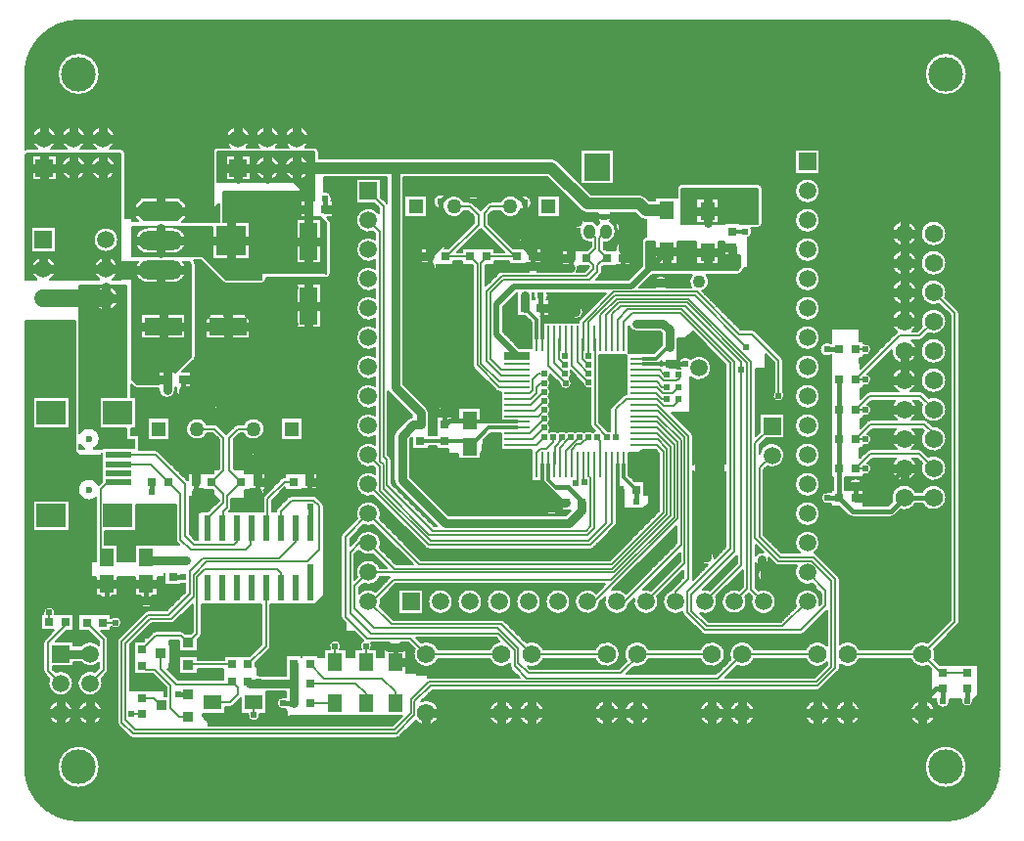
<source format=gtl>
%FSLAX24Y24*%
%MOIN*%
G70*
G01*
G75*
G04 Layer_Physical_Order=1*
G04 Layer_Color=255*
%ADD10C,0.0050*%
%ADD11R,0.0500X0.0500*%
%ADD12R,0.0860X0.0921*%
%ADD13R,0.0100X0.0866*%
%ADD14R,0.0866X0.0100*%
%ADD15R,0.0300X0.0300*%
%ADD16R,0.0300X0.0300*%
%ADD17R,0.0374X0.0354*%
%ADD18R,0.0374X0.0354*%
%ADD19R,0.0500X0.0600*%
%ADD20R,0.0591X0.0512*%
%ADD21R,0.0512X0.0591*%
%ADD22R,0.0591X0.1260*%
%ADD23R,0.1260X0.0591*%
%ADD24R,0.0236X0.0866*%
G04:AMPARAMS|DCode=25|XSize=150mil|YSize=65mil|CornerRadius=0mil|HoleSize=0mil|Usage=FLASHONLY|Rotation=0.000|XOffset=0mil|YOffset=0mil|HoleType=Round|Shape=Octagon|*
%AMOCTAGOND25*
4,1,8,0.0750,-0.0163,0.0750,0.0163,0.0588,0.0325,-0.0588,0.0325,-0.0750,0.0163,-0.0750,-0.0163,-0.0588,-0.0325,0.0588,-0.0325,0.0750,-0.0163,0.0*
%
%ADD25OCTAGOND25*%

%ADD26O,0.1500X0.0650*%
%ADD27R,0.1000X0.1000*%
%ADD28R,0.0984X0.0787*%
%ADD29R,0.0906X0.0197*%
%ADD30R,0.0984X0.0787*%
%ADD31C,0.0150*%
%ADD32C,0.0060*%
%ADD33C,0.0200*%
%ADD34C,0.0300*%
%ADD35C,0.0120*%
%ADD36C,0.0400*%
%ADD37C,0.0600*%
%ADD38R,0.0870X0.0290*%
%ADD39R,0.1156X0.0353*%
%ADD40C,0.1181*%
%ADD41C,0.0500*%
%ADD42O,0.0400X0.0500*%
%ADD43C,0.0591*%
%ADD44R,0.0591X0.0591*%
%ADD45R,0.0591X0.0591*%
%ADD46C,0.0620*%
%ADD47C,0.0236*%
%ADD48C,0.0433*%
%ADD49C,0.0240*%
D10*
X9820Y22391D02*
G03*
X9820Y22391I-420J0D01*
G01*
X8820D02*
G03*
X8820Y22391I-420J0D01*
G01*
X3220D02*
G03*
X3220Y22391I-420J0D01*
G01*
X2220D02*
G03*
X2220Y22391I-420J0D01*
G01*
X3320Y19941D02*
G03*
X3320Y19941I-420J0D01*
G01*
X3133Y18591D02*
G03*
X3320Y18941I-233J350D01*
G01*
D02*
G03*
X2667Y18591I-420J0D01*
G01*
X1007D02*
G03*
X1194Y18941I-233J350D01*
G01*
D02*
G03*
X541Y18591I-420J0D01*
G01*
X5635Y19911D02*
G03*
X5185Y20361I-450J0D01*
G01*
Y19461D02*
G03*
X5635Y19911I0J450D01*
G01*
X4335Y20361D02*
G03*
X4335Y19461I0J-450D01*
G01*
X5635Y18911D02*
G03*
X5537Y19191I-450J0D01*
G01*
X3983D02*
G03*
X4010Y18599I352J-280D01*
G01*
X5510D02*
G03*
X5635Y18911I-325J311D01*
G01*
X3320Y18941D02*
G03*
X3238Y19191I-420J0D01*
G01*
X3145Y18599D02*
G03*
X3320Y18941I-245J341D01*
G01*
X2562Y19191D02*
G03*
X2655Y18599I338J-250D01*
G01*
X5635Y18911D02*
G03*
X5628Y18991I-450J0D01*
G01*
X5185Y18461D02*
G03*
X5635Y18911I0J450D01*
G01*
X3892Y18991D02*
G03*
X4335Y18461I443J-80D01*
G01*
X3320Y17941D02*
G03*
X3320Y17941I-420J0D01*
G01*
X2483Y12821D02*
G03*
X2692Y13157I-166J336D01*
G01*
D02*
G03*
X2000Y13357I-375J0D01*
G01*
Y12956D02*
G03*
X2151Y12821I317J200D01*
G01*
X1780Y3821D02*
G03*
X1780Y3821I-420J0D01*
G01*
X150Y1969D02*
G03*
X1969Y150I1819J0D01*
G01*
X2684Y1969D02*
G03*
X2684Y1969I-716J0D01*
G01*
D02*
G03*
X2684Y1969I-716J0D01*
G01*
X3710Y3000D02*
G03*
X3820Y2955I110J110D01*
G01*
X3710Y3000D02*
G03*
X3820Y2955I110J110D01*
G01*
X2780Y3821D02*
G03*
X2780Y3821I-420J0D01*
G01*
X3285Y3490D02*
G03*
X3330Y3380I155J0D01*
G01*
X3285Y3490D02*
G03*
X3330Y3380I155J0D01*
G01*
X974Y4987D02*
G03*
X1780Y4821I386J-167D01*
G01*
X775Y5251D02*
G03*
X820Y5141I155J0D01*
G01*
X775Y5251D02*
G03*
X820Y5141I155J0D01*
G01*
X1780Y4821D02*
G03*
X1193Y5206I-420J0D01*
G01*
X820Y6320D02*
G03*
X775Y6211I110J-110D01*
G01*
X820Y6320D02*
G03*
X775Y6211I110J-110D01*
G01*
X2527Y5206D02*
G03*
X2780Y4821I-167J-386D01*
G01*
D02*
G03*
X2746Y4987I-420J0D01*
G01*
X2930Y5171D02*
G03*
X2975Y5281I-110J110D01*
G01*
X2930Y5171D02*
G03*
X2975Y5281I-110J110D01*
G01*
X2042Y5546D02*
G03*
X2665Y5531I318J275D01*
G01*
Y6110D02*
G03*
X2042Y6096I-305J-289D01*
G01*
X3330Y6350D02*
G03*
X3285Y6240I110J-110D01*
G01*
X3330Y6350D02*
G03*
X3285Y6240I110J-110D01*
G01*
X8145Y3730D02*
G03*
X8139Y3780I-205J0D01*
G01*
X7741D02*
G03*
X8145Y3730I199J-50D01*
G01*
X7120Y4006D02*
G03*
X7230Y4051I0J155D01*
G01*
X7120Y4006D02*
G03*
X7230Y4051I0J155D01*
G01*
X4209Y5141D02*
G03*
X4276Y5126I67J140D01*
G01*
X4209Y5141D02*
G03*
X4276Y5126I67J140D01*
G01*
X8122Y5091D02*
G03*
X8050Y5093I-42J-201D01*
G01*
X8460Y5965D02*
G03*
X8505Y6075I-110J110D01*
G01*
X8460Y5965D02*
G03*
X8505Y6075I-110J110D01*
G01*
X1175Y7230D02*
G03*
X772Y7176I-205J0D01*
G01*
X1168D02*
G03*
X1175Y7230I-198J54D01*
G01*
X2975Y6316D02*
G03*
X2930Y6426I-155J0D01*
G01*
X2975Y6316D02*
G03*
X2930Y6426I-155J0D01*
G01*
X3085Y6736D02*
G03*
X3425Y6890I135J154D01*
G01*
D02*
G03*
X3086Y7046I-205J0D01*
G01*
X2739Y7796D02*
G03*
X3165Y7631I181J-165D01*
G01*
D02*
G03*
X3101Y7796I-245J0D01*
G01*
X2656Y11585D02*
G03*
X2564Y11142I-339J-161D01*
G01*
X4600Y6596D02*
G03*
X4490Y6550I0J-155D01*
G01*
X4600Y6596D02*
G03*
X4490Y6550I0J-155D01*
G01*
X5570D02*
G03*
X5460Y6596I-110J-110D01*
G01*
X5570Y6550D02*
G03*
X5460Y6596I-110J-110D01*
G01*
X5130Y6865D02*
G03*
X5240Y6910I0J155D01*
G01*
X5130Y6865D02*
G03*
X5240Y6910I0J155D01*
G01*
X4340Y7295D02*
G03*
X4230Y7250I0J-155D01*
G01*
X4340Y7295D02*
G03*
X4230Y7250I0J-155D01*
G01*
X4515Y7631D02*
G03*
X4451Y7796I-245J0D01*
G01*
X4089D02*
G03*
X4515Y7631I181J-165D01*
G01*
X6110Y6391D02*
G03*
X6155Y6501I-110J110D01*
G01*
X6110Y6391D02*
G03*
X6155Y6501I-110J110D01*
G01*
X5455Y8219D02*
G03*
X5605Y8216I81J231D01*
G01*
X5285Y9720D02*
G03*
X5330Y9610I155J0D01*
G01*
X5285Y9720D02*
G03*
X5330Y9610I155J0D01*
G01*
X7130Y10701D02*
G03*
X7175Y10811I-110J110D01*
G01*
X7130Y10701D02*
G03*
X7175Y10811I-110J110D01*
G01*
X8740Y10800D02*
G03*
X8695Y10690I110J-110D01*
G01*
X8740Y10800D02*
G03*
X8695Y10690I110J-110D01*
G01*
X12790Y2955D02*
G03*
X12900Y3000I0J155D01*
G01*
X12790Y2955D02*
G03*
X12900Y3000I0J155D01*
G01*
X8965Y4341D02*
G03*
X8965Y3941I-45J-200D01*
G01*
X10859Y5961D02*
G03*
X10905Y6091I-159J130D01*
G01*
D02*
G03*
X10541Y5961I-205J0D01*
G01*
X10905Y7090D02*
G03*
X10950Y6980I155J0D01*
G01*
X10905Y7090D02*
G03*
X10950Y6980I155J0D01*
G01*
X11909Y5961D02*
G03*
X11955Y6091I-159J130D01*
G01*
X11657Y6273D02*
G03*
X11591Y5961I93J-183D01*
G01*
X11955Y6091D02*
G03*
X11926Y6195I-205J0D01*
G01*
X12556D02*
G03*
X12520Y5961I194J-149D01*
G01*
X12995Y6046D02*
G03*
X12944Y6195I-245J0D01*
G01*
X13456Y3557D02*
G03*
X14245Y3811I354J253D01*
G01*
D02*
G03*
X13640Y4211I-435J0D01*
G01*
X16804Y3811D02*
G03*
X16804Y3811I-435J0D01*
G01*
X12980Y5961D02*
G03*
X12995Y6046I-230J85D01*
G01*
X13413Y5988D02*
G03*
X14216Y5656I397J-178D01*
G01*
Y5966D02*
G03*
X13632Y6208I-406J-155D01*
G01*
X16665Y5400D02*
G03*
X16710Y5290I155J0D01*
G01*
X16665Y5400D02*
G03*
X16710Y5290I155J0D01*
G01*
X15963Y5656D02*
G03*
X16665Y5492I406J155D01*
G01*
X16310Y6241D02*
G03*
X15963Y5966I59J-431D01*
G01*
X16485Y6940D02*
G03*
X16376Y6985I-110J-110D01*
G01*
X16485Y6940D02*
G03*
X16376Y6985I-110J-110D01*
G01*
X12234Y7456D02*
G03*
X12260Y7601I-394J145D01*
G01*
X12078Y7947D02*
G03*
X11525Y7879I-238J-347D01*
G01*
X12260Y7601D02*
G03*
X12252Y7683I-420J0D01*
G01*
X11673Y8215D02*
G03*
X12231Y8446I167J386D01*
G01*
Y8756D02*
G03*
X11454Y8434I-391J-155D01*
G01*
X10950Y9930D02*
G03*
X10905Y9821I110J-110D01*
G01*
X10950Y9930D02*
G03*
X10905Y9821I110J-110D01*
G01*
X10315Y10861D02*
G03*
X10270Y10970I-155J0D01*
G01*
X10315Y10861D02*
G03*
X10270Y10970I-155J0D01*
G01*
X11505Y9346D02*
G03*
X12007Y9215I335J254D01*
G01*
X12226Y9434D02*
G03*
X12260Y9601I-386J167D01*
G01*
D02*
G03*
X11435Y9714I-420J0D01*
G01*
X11673Y10215D02*
G03*
X12007Y10215I167J386D01*
G01*
X12260Y10601D02*
G03*
X11454Y10434I-420J0D01*
G01*
X12226D02*
G03*
X12260Y10601I-386J167D01*
G01*
X14710Y7601D02*
G03*
X14710Y7601I-420J0D01*
G01*
X15710D02*
G03*
X15710Y7601I-420J0D01*
G01*
X16710D02*
G03*
X16710Y7601I-420J0D01*
G01*
X13791Y9430D02*
G03*
X13901Y9385I110J110D01*
G01*
X13791Y9430D02*
G03*
X13901Y9385I110J110D01*
G01*
X4705Y12715D02*
G03*
X4595Y12761I-110J-110D01*
G01*
X4705Y12715D02*
G03*
X4595Y12761I-110J-110D01*
G01*
X6200Y12636D02*
G03*
X6200Y12636I-245J0D01*
G01*
X6341Y13646D02*
G03*
X6341Y13336I-341J-155D01*
G01*
X5795Y13941D02*
G03*
X5795Y13941I-245J0D01*
G01*
X3867Y14912D02*
G03*
X3970Y14870I103J109D01*
G01*
X3867Y14912D02*
G03*
X3970Y14870I103J109D01*
G01*
X4705Y14815D02*
G03*
X5255Y14815I275J0D01*
G01*
X5294Y14895D02*
G03*
X5770Y14814I231J-81D01*
G01*
X5755Y11194D02*
G03*
X6200Y11336I200J142D01*
G01*
D02*
G03*
X6187Y11416I-245J0D01*
G01*
X8290Y11220D02*
G03*
X8245Y11111I110J-110D01*
G01*
X8290Y11220D02*
G03*
X8245Y11111I110J-110D01*
G01*
X7814Y11415D02*
G03*
X8290Y11334I231J-81D01*
G01*
D02*
G03*
X8276Y11415I-245J0D01*
G01*
X9211Y11206D02*
G03*
X9101Y11160I0J-155D01*
G01*
X9211Y11206D02*
G03*
X9101Y11160I0J-155D01*
G01*
X10080D02*
G03*
X10030Y11193I-110J-110D01*
G01*
X10080Y11160D02*
G03*
X10030Y11193I-110J-110D01*
G01*
X10030Y11193D02*
G03*
X10075Y11334I-200J141D01*
G01*
X9599Y11415D02*
G03*
X9622Y11206I231J-81D01*
G01*
X10075Y11334D02*
G03*
X10061Y11415I-245J0D01*
G01*
X8980Y11846D02*
G03*
X8870Y11800I0J-155D01*
G01*
X8290Y12491D02*
G03*
X8290Y12491I-245J0D01*
G01*
X8980Y11846D02*
G03*
X8870Y11800I0J-155D01*
G01*
X6710Y13600D02*
G03*
X6600Y13646I-110J-110D01*
G01*
X6710Y13600D02*
G03*
X6600Y13646I-110J-110D01*
G01*
X7045Y14091D02*
G03*
X7045Y14091I-245J0D01*
G01*
X5770Y14814D02*
G03*
X5756Y14895I-245J0D01*
G01*
X5903Y15835D02*
G03*
X5950Y15944I-104J109D01*
G01*
X5903Y15835D02*
G03*
X5950Y15944I-103J109D01*
G01*
X7580Y13336D02*
G03*
X8296Y13491I341J155D01*
G01*
X7400Y13646D02*
G03*
X7290Y13600I0J-155D01*
G01*
X7400Y13646D02*
G03*
X7290Y13600I0J-155D01*
G01*
X8296Y13491D02*
G03*
X7580Y13646I-375J0D01*
G01*
X8695Y13941D02*
G03*
X8695Y13941I-245J0D01*
G01*
X9315Y17091D02*
G03*
X9315Y17091I-245J0D01*
G01*
X220Y23041D02*
G03*
X150Y23023I0J-150D01*
G01*
X220Y23041D02*
G03*
X150Y23023I0J-150D01*
G01*
X3550Y22891D02*
G03*
X3400Y23041I-150J0D01*
G01*
X3550Y22891D02*
G03*
X3400Y23041I-150J0D01*
G01*
X1220Y23391D02*
G03*
X567Y23041I-420J0D01*
G01*
X2033D02*
G03*
X2220Y23391I-233J350D01*
G01*
D02*
G03*
X1567Y23041I-420J0D01*
G01*
X3220Y23391D02*
G03*
X2567Y23041I-420J0D01*
G01*
X5950Y19112D02*
G03*
X5898Y19225I-150J0D01*
G01*
X5950Y19112D02*
G03*
X5898Y19225I-150J0D01*
G01*
X5635Y20704D02*
G03*
X5975Y20824I115J216D01*
G01*
X5681Y21156D02*
G03*
X5634Y21136I69J-235D01*
G01*
X5975Y21018D02*
G03*
X5819Y21156I-225J-97D01*
G01*
X5995Y21391D02*
G03*
X5681Y21156I-245J0D01*
G01*
X5819D02*
G03*
X5995Y21391I-69J235D01*
G01*
X1033Y23041D02*
G03*
X1220Y23391I-233J350D01*
G01*
X3033Y23041D02*
G03*
X3220Y23391I-233J350D01*
G01*
X1969Y27409D02*
G03*
X150Y25591I0J-1819D01*
G01*
X2684D02*
G03*
X2684Y25591I-716J0D01*
G01*
D02*
G03*
X2684Y25591I-716J0D01*
G01*
X6442Y17401D02*
G03*
X6545Y17601I-142J200D01*
G01*
X7270D02*
G03*
X6883Y17401I-245J0D01*
G01*
X7167D02*
G03*
X7270Y17601I-142J200D01*
G01*
X7807Y17362D02*
G03*
X7995Y17601I-57J238D01*
G01*
D02*
G03*
X7608Y17401I-245J0D01*
G01*
X6545Y17601D02*
G03*
X6297Y17356I-245J0D01*
G01*
X6894Y18484D02*
G03*
X7000Y18441I106J106D01*
G01*
X6894Y18484D02*
G03*
X7000Y18441I106J106D01*
G01*
X9315Y17706D02*
G03*
X9315Y17706I-245J0D01*
G01*
X8200Y18441D02*
G03*
X8350Y18591I0J150D01*
G01*
X8200Y18441D02*
G03*
X8350Y18591I0J150D01*
G01*
X9315Y18321D02*
G03*
X9315Y18321I-245J0D01*
G01*
X5975Y20824D02*
G03*
X6445Y20921I225J97D01*
G01*
D02*
G03*
X5975Y21018I-245J0D01*
G01*
X6573Y20536D02*
G03*
X6535Y20541I-38J-145D01*
G01*
X6573Y20536D02*
G03*
X6535Y20541I-38J-145D01*
G01*
X6700Y23083D02*
G03*
X6550Y22933I0J-150D01*
G01*
X6700Y23083D02*
G03*
X6550Y22933I0J-150D01*
G01*
X7820Y23391D02*
G03*
X7113Y23083I-420J0D01*
G01*
X7687D02*
G03*
X7820Y23391I-287J307D01*
G01*
X8687Y23083D02*
G03*
X8820Y23391I-287J307D01*
G01*
X9687Y23083D02*
G03*
X9820Y23391I-287J307D01*
G01*
X8820D02*
G03*
X8113Y23083I-420J0D01*
G01*
X9820Y23391D02*
G03*
X9113Y23083I-420J0D01*
G01*
X12070Y11952D02*
G03*
X12007Y11215I-230J-352D01*
G01*
X12620Y12430D02*
G03*
X12575Y12540I-155J0D01*
G01*
X12620Y12430D02*
G03*
X12575Y12540I-155J0D01*
G01*
X12705Y11740D02*
G03*
X12786Y11545I275J0D01*
G01*
X12705Y11740D02*
G03*
X12786Y11546I275J0D01*
G01*
X12075Y12949D02*
G03*
X12007Y12215I-235J-348D01*
G01*
X12075Y13949D02*
G03*
X12075Y13252I-235J-348D01*
G01*
X12786Y13444D02*
G03*
X12705Y13250I194J-194D01*
G01*
X12786Y13445D02*
G03*
X12705Y13250I194J-195D01*
G01*
X10344Y18651D02*
G03*
X10550Y18791I56J139D01*
G01*
X12075Y14949D02*
G03*
X12075Y14252I-235J-348D01*
G01*
Y15949D02*
G03*
X12075Y15252I-235J-348D01*
G01*
X12505Y14776D02*
G03*
X12556Y14706I245J125D01*
G01*
X12505Y14776D02*
G03*
X12556Y14706I245J125D01*
G01*
X12075Y16949D02*
G03*
X12075Y16252I-235J-348D01*
G01*
Y17949D02*
G03*
X12075Y17252I-235J-348D01*
G01*
Y18949D02*
G03*
X12075Y18252I-235J-348D01*
G01*
X13336Y13900D02*
G03*
X13161Y13820I20J-274D01*
G01*
X13336Y13900D02*
G03*
X13161Y13820I20J-274D01*
G01*
X13886Y14040D02*
G03*
X13805Y14235I-275J0D01*
G01*
X13886Y14040D02*
G03*
X13805Y14234I-275J0D01*
G01*
X14666Y14040D02*
G03*
X14219Y13901I-245J0D01*
G01*
X14622D02*
G03*
X14666Y14040I-202J139D01*
G01*
X15919Y13714D02*
G03*
X15854Y13703I0J-185D01*
G01*
X15919Y13714D02*
G03*
X15854Y13703I0J-185D01*
G01*
X15395Y15661D02*
G03*
X15440Y15551I155J0D01*
G01*
X15395Y15661D02*
G03*
X15440Y15551I155J0D01*
G01*
X13682Y19086D02*
G03*
X14165Y19030I238J-56D01*
G01*
D02*
G03*
X14158Y19086I-245J0D01*
G01*
X16194Y14797D02*
G03*
X16304Y14752I110J110D01*
G01*
X16194Y14797D02*
G03*
X16304Y14752I110J110D01*
G01*
X16380Y18855D02*
G03*
X16270Y18810I0J-155D01*
G01*
X16380Y18855D02*
G03*
X16270Y18810I0J-155D01*
G01*
X10550Y20514D02*
G03*
X10509Y20617I-150J0D01*
G01*
X10550Y20514D02*
G03*
X10508Y20617I-150J0D01*
G01*
X10576Y21265D02*
G03*
X10590Y21346I-231J81D01*
G01*
D02*
G03*
X10325Y21590I-245J0D01*
G01*
X12075Y19949D02*
G03*
X12075Y19252I-235J-348D01*
G01*
X12195Y20826D02*
G03*
X12007Y20215I-355J-225D01*
G01*
X10150Y22933D02*
G03*
X10000Y23083I-150J0D01*
G01*
X10150Y22933D02*
G03*
X10000Y23083I-150J0D01*
G01*
X14141Y19636D02*
G03*
X14185Y19609I149J194D01*
G01*
X14535Y19831D02*
G03*
X14141Y19636I-245J0D01*
G01*
X14438Y19636D02*
G03*
X14535Y19831I-148J195D01*
G01*
X14378Y21012D02*
G03*
X15090Y20916I370J59D01*
G01*
X16329D02*
G03*
X17035Y20984I341J155D01*
G01*
X14506Y21356D02*
G03*
X14378Y21012I-216J-116D01*
G01*
X15090Y21226D02*
G03*
X14506Y21356I-341J-155D01*
G01*
X15410Y21180D02*
G03*
X15300Y21226I-110J-110D01*
G01*
X15410Y21180D02*
G03*
X15300Y21226I-110J-110D01*
G01*
X15655Y21531D02*
G03*
X15655Y21531I-245J0D01*
G01*
X16010Y21226D02*
G03*
X15900Y21180I0J-155D01*
G01*
X16010Y21226D02*
G03*
X15900Y21180I0J-155D01*
G01*
X16942Y21329D02*
G03*
X16329Y21226I-272J-259D01*
G01*
X17830Y3811D02*
G03*
X17830Y3811I-435J0D01*
G01*
X20389D02*
G03*
X20389Y3811I-435J0D01*
G01*
X21415D02*
G03*
X21415Y3811I-435J0D01*
G01*
X17801Y5966D02*
G03*
X17217Y6208I-406J-155D01*
G01*
X17277Y5392D02*
G03*
X17801Y5656I118J419D01*
G01*
X19548D02*
G03*
X20389Y5811I406J155D01*
G01*
D02*
G03*
X19548Y5966I-435J0D01*
G01*
X21386D02*
G03*
X20619Y5568I-406J-155D01*
G01*
X23974Y3811D02*
G03*
X23974Y3811I-435J0D01*
G01*
X20877Y5388D02*
G03*
X21386Y5656I103J423D01*
G01*
X23180Y6530D02*
G03*
X23290Y6485I110J110D01*
G01*
X20882Y7703D02*
G03*
X21710Y7601I408J-103D01*
G01*
X22525Y7250D02*
G03*
X22570Y7140I155J0D01*
G01*
X22525Y7250D02*
G03*
X22570Y7140I155J0D01*
G01*
X23133Y5656D02*
G03*
X23974Y5811I406J155D01*
G01*
D02*
G03*
X23133Y5966I-435J0D01*
G01*
X23180Y6530D02*
G03*
X23290Y6485I110J110D01*
G01*
X23142Y7207D02*
G03*
X23710Y7601I148J393D01*
G01*
X17710D02*
G03*
X17710Y7601I-420J0D01*
G01*
X18710D02*
G03*
X18710Y7601I-420J0D01*
G01*
X19598Y7887D02*
G03*
X19708Y7559I-308J-286D01*
G01*
X19896Y7747D02*
G03*
X20703Y7524I394J-146D01*
G01*
X20612Y7871D02*
G03*
X20144Y7995I-322J-270D01*
G01*
X21457Y7986D02*
G03*
X21187Y8008I-167J-386D01*
G01*
X19400Y9385D02*
G03*
X19510Y9430I0J155D01*
G01*
X19400Y9385D02*
G03*
X19510Y9430I0J155D01*
G01*
X20241Y10161D02*
G03*
X20286Y10271I-110J110D01*
G01*
X20241Y10161D02*
G03*
X20286Y10271I-110J110D01*
G01*
X18290Y10905D02*
G03*
X18297Y10706I-220J-108D01*
G01*
X18080Y11380D02*
G03*
X18105Y11358I131J131D01*
G01*
X17786Y11711D02*
G03*
X17835Y11625I180J44D01*
G01*
X17786Y11711D02*
G03*
X17835Y11625I180J44D01*
G01*
X18105Y11358D02*
G03*
X18200Y11323I116J163D01*
G01*
X20915Y10200D02*
G03*
X20915Y10200I-245J0D01*
G01*
X20710Y12269D02*
G03*
X20700Y12329I-185J0D01*
G01*
X21710Y7601D02*
G03*
X21676Y7767I-420J0D01*
G01*
X22150Y7997D02*
G03*
X22525Y7252I140J-396D01*
G01*
X22180Y8041D02*
G03*
X22150Y7997I110J-110D01*
G01*
X22180Y8041D02*
G03*
X22150Y7997I110J-110D01*
G01*
X23457Y7986D02*
G03*
X23225Y8016I-167J-386D01*
G01*
X23710Y7601D02*
G03*
X23676Y7767I-420J0D01*
G01*
X23615Y9110D02*
G03*
X23397Y8867I-245J0D01*
G01*
X22885Y12043D02*
G03*
X23250Y11967I215J117D01*
G01*
Y12354D02*
G03*
X22885Y12278I-150J-194D01*
G01*
X23635Y9940D02*
G03*
X23635Y9940I-245J0D01*
G01*
X23755Y10470D02*
G03*
X23755Y10470I-245J0D01*
G01*
X23250Y11967D02*
G03*
X23605Y12026I150J194D01*
G01*
Y12295D02*
G03*
X23250Y12354I-205J-135D01*
G01*
X23605Y12026D02*
G03*
X24005Y12013I205J135D01*
G01*
Y12308D02*
G03*
X23605Y12295I-196J-147D01*
G01*
X25000Y3811D02*
G03*
X25000Y3811I-435J0D01*
G01*
X27559D02*
G03*
X27559Y3811I-435J0D01*
G01*
X27130Y4585D02*
G03*
X27240Y4630I0J155D01*
G01*
X27130Y4585D02*
G03*
X27240Y4630I0J155D01*
G01*
X28585Y3811D02*
G03*
X28585Y3811I-435J0D01*
G01*
X24971Y5966D02*
G03*
X24168Y5633I-406J-155D01*
G01*
X24387Y5414D02*
G03*
X24971Y5656I178J397D01*
G01*
X24904Y7767D02*
G03*
X25710Y7601I386J-167D01*
G01*
X24710D02*
G03*
X24676Y7767I-420J0D01*
G01*
X27840Y5230D02*
G03*
X27885Y5340I-110J110D01*
G01*
X27840Y5230D02*
G03*
X27885Y5340I-110J110D01*
G01*
X26718Y5656D02*
G03*
X27455Y5528I406J155D01*
G01*
Y6093D02*
G03*
X26718Y5966I-331J-282D01*
G01*
X26570Y6485D02*
G03*
X26680Y6530I0J155D01*
G01*
X26570Y6485D02*
G03*
X26680Y6530I0J155D01*
G01*
X27179Y7468D02*
G03*
X27200Y7601I-399J133D01*
G01*
X31144Y3811D02*
G03*
X31144Y3811I-435J0D01*
G01*
X31496Y150D02*
G03*
X33315Y1969I-0J1819D01*
G01*
X32212D02*
G03*
X32212Y1969I-716J0D01*
G01*
D02*
G03*
X32212Y1969I-716J0D01*
G01*
X31162Y4281D02*
G03*
X31644Y4221I238J-59D01*
G01*
X32019Y4266D02*
G03*
X32424Y4221I200J-45D01*
G01*
X27885Y5466D02*
G03*
X28556Y5656I265J345D01*
G01*
X31644Y4221D02*
G03*
X31637Y4281I-245J0D01*
G01*
X30303Y5656D02*
G03*
X30887Y5414I406J155D01*
G01*
X31106Y5633D02*
G03*
X31144Y5811I-397J178D01*
G01*
X28556Y5966D02*
G03*
X27885Y6156I-406J-155D01*
G01*
X31144Y5811D02*
G03*
X31106Y5988I-435J0D01*
G01*
X30887Y6208D02*
G03*
X30303Y5966I-178J-397D01*
G01*
X32424Y4221D02*
G03*
X32419Y4266I-205J0D01*
G01*
X31910Y6792D02*
G03*
X31955Y6902I-110J110D01*
G01*
X31910Y6792D02*
G03*
X31955Y6902I-110J110D01*
G01*
X24457Y7986D02*
G03*
X24710Y7601I-167J-386D01*
G01*
X25710D02*
G03*
X25123Y7986I-420J0D01*
G01*
X25575Y8520D02*
G03*
X25575Y8520I-245J0D01*
G01*
X25025Y8916D02*
G03*
X25475Y9050I205J134D01*
G01*
D02*
G03*
X25470Y9101I-245J0D01*
G01*
X25281Y9290D02*
G03*
X25025Y9184I-51J-240D01*
G01*
X25695Y8876D02*
G03*
X25804Y8831I110J110D01*
G01*
X25695Y8876D02*
G03*
X25804Y8831I110J110D01*
G01*
X27200Y7601D02*
G03*
X26394Y7434I-420J0D01*
G01*
X27885Y8365D02*
G03*
X27840Y8475I-155J0D01*
G01*
X27885Y8365D02*
G03*
X27840Y8475I-155J0D01*
G01*
X26428Y8831D02*
G03*
X26947Y8215I352J-230D01*
G01*
X27099Y9215D02*
G03*
X27022Y9257I-110J-110D01*
G01*
X27099Y9215D02*
G03*
X27022Y9257I-110J-110D01*
G01*
X27022Y9257D02*
G03*
X27200Y9601I-242J343D01*
G01*
D02*
G03*
X26533Y9261I-420J0D01*
G01*
X25413Y12205D02*
G03*
X26000Y12591I167J386D01*
G01*
X27200Y10601D02*
G03*
X27200Y10601I-420J0D01*
G01*
Y11601D02*
G03*
X27200Y11601I-420J0D01*
G01*
Y12601D02*
G03*
X27200Y12601I-420J0D01*
G01*
X27495Y11331D02*
G03*
X27495Y10931I-45J-200D01*
G01*
X28174Y10549D02*
G03*
X28315Y10491I141J141D01*
G01*
X28173Y10549D02*
G03*
X28315Y10491I142J141D01*
G01*
X29620D02*
G03*
X29762Y10549I0J200D01*
G01*
X29620Y10491D02*
G03*
X29761Y10549I0J200D01*
G01*
X29948Y10736D02*
G03*
X30466Y10951I132J415D01*
G01*
X30694D02*
G03*
X31515Y11151I386J200D01*
G01*
X28665Y11555D02*
G03*
X28226Y11405I-245J0D01*
G01*
X28614D02*
G03*
X28665Y11555I-194J150D01*
G01*
X30466Y11351D02*
G03*
X29665Y11019I-386J-200D01*
G01*
X28695Y11935D02*
G03*
X28964Y12130I64J195D01*
G01*
D02*
G03*
X28831Y12322I-205J0D01*
G01*
X29803Y12486D02*
G03*
X30515Y12151I277J-335D01*
G01*
D02*
G03*
X30357Y12486I-435J0D01*
G01*
X31515Y11151D02*
G03*
X30694Y11351I-435J0D01*
G01*
X30683Y12328D02*
G03*
X31515Y12151I397J-178D01*
G01*
D02*
G03*
X30902Y12548I-435J0D01*
G01*
X18035Y13530D02*
G03*
X17967Y13683I-205J0D01*
G01*
Y13377D02*
G03*
X18035Y13530I-137J153D01*
G01*
X17967Y13683D02*
G03*
X18035Y13835I-137J153D01*
G01*
D02*
G03*
X17967Y13987I-205J0D01*
G01*
X18280Y13365D02*
G03*
X17980Y13365I-150J-140D01*
G01*
X17967Y13987D02*
G03*
X18035Y14140I-137J153D01*
G01*
D02*
G03*
X17967Y14292I-205J0D01*
G01*
Y14293D02*
G03*
X18035Y14445I-137J153D01*
G01*
D02*
G03*
X17967Y14597I-205J0D01*
G01*
Y14597D02*
G03*
X18035Y14750I-137J153D01*
G01*
X18580Y13365D02*
G03*
X18280Y13365I-150J-140D01*
G01*
X18880D02*
G03*
X18580Y13365I-150J-140D01*
G01*
X19180D02*
G03*
X18880Y13365I-150J-140D01*
G01*
X18035Y14750D02*
G03*
X17967Y14902I-205J0D01*
G01*
Y14902D02*
G03*
X18035Y15055I-137J153D01*
G01*
X18346Y15035D02*
G03*
X18755Y15050I204J15D01*
G01*
X18035Y15055D02*
G03*
X17967Y15207I-205J0D01*
G01*
Y15207D02*
G03*
X18035Y15346I-137J153D01*
G01*
X18679Y15209D02*
G03*
X18745Y15360I-139J151D01*
G01*
X18755Y15050D02*
G03*
X18679Y15209I-205J0D01*
G01*
X18745Y15360D02*
G03*
X18711Y15472I-205J0D01*
G01*
X19395Y13640D02*
G03*
X19440Y13530I155J0D01*
G01*
X19395Y13640D02*
G03*
X19440Y13530I155J0D01*
G01*
X19482Y13362D02*
G03*
X19180Y13365I-152J-137D01*
G01*
X19559Y13412D02*
G03*
X19482Y13362I71J-192D01*
G01*
X20070Y13399D02*
G03*
X19985Y13424I-100J-179D01*
G01*
X19125Y15058D02*
G03*
X19395Y14876I205J12D01*
G01*
X20618Y14668D02*
G03*
X20509Y14623I0J-155D01*
G01*
X20618Y14668D02*
G03*
X20509Y14623I0J-155D01*
G01*
X17387Y16561D02*
G03*
X17397Y16501I185J0D01*
G01*
X17757Y17208D02*
G03*
X17703Y17339I-185J0D01*
G01*
X17757Y17208D02*
G03*
X17703Y17339I-185J0D01*
G01*
X17477Y18125D02*
G03*
X17503Y17895I228J-91D01*
G01*
X17907D02*
G03*
X17950Y18034I-202J139D01*
G01*
X16899Y18121D02*
G03*
X16885Y18035I261J-86D01*
G01*
X17435D02*
G03*
X17420Y18125I-275J0D01*
G01*
X17950Y18034D02*
G03*
X17933Y18125I-245J0D01*
G01*
X20700Y17001D02*
G03*
X20960Y16815I260J89D01*
G01*
X19037Y17231D02*
G03*
X18992Y17122I110J-110D01*
G01*
X19037Y17231D02*
G03*
X18992Y17122I110J-110D01*
G01*
X19155Y17481D02*
G03*
X19155Y17481I-245J0D01*
G01*
X22885Y13252D02*
G03*
X22840Y13362I-155J0D01*
G01*
X22885Y13252D02*
G03*
X22840Y13362I-155J0D01*
G01*
X26000Y12591D02*
G03*
X25165Y12657I-420J0D01*
G01*
X26005Y14620D02*
G03*
X25955Y14754I-205J0D01*
G01*
X25645D02*
G03*
X26005Y14620I155J-134D01*
G01*
X21815Y15639D02*
G03*
X21752Y15653I-63J-142D01*
G01*
X21815Y15639D02*
G03*
X21752Y15653I-63J-142D01*
G01*
X22456Y15537D02*
G03*
X22365Y15542I-56J-197D01*
G01*
X21194Y16076D02*
G03*
X21134Y16066I0J-185D01*
G01*
X22810Y15877D02*
G03*
X22456Y15537I-180J-167D01*
G01*
X21987Y18315D02*
G03*
X22035Y18460I-197J145D01*
G01*
X22802Y15258D02*
G03*
X23510Y15564I289J306D01*
G01*
X22802Y15258D02*
G03*
X23510Y15564I289J306D01*
G01*
X25955Y15820D02*
G03*
X25910Y15930I-155J0D01*
G01*
X25955Y15820D02*
G03*
X25910Y15930I-155J0D01*
G01*
X23510Y15564D02*
G03*
X22810Y15877I-420J0D01*
G01*
X23510Y15564D02*
G03*
X22810Y15877I-420J0D01*
G01*
X23207Y18192D02*
G03*
X23442Y18516I-107J324D01*
G01*
X23207Y18192D02*
G03*
X23442Y18516I-107J324D01*
G01*
X25020Y16820D02*
G03*
X24910Y16865I-110J-110D01*
G01*
X25020Y16820D02*
G03*
X24910Y16865I-110J-110D01*
G01*
X17606Y18855D02*
G03*
X17690Y19039I-161J184D01*
G01*
X17207Y19096D02*
G03*
X17284Y18855I238J-56D01*
G01*
X17690Y19039D02*
G03*
X17683Y19096I-245J0D01*
G01*
X18482Y19036D02*
G03*
X18509Y18855I238J-56D01*
G01*
X17395Y19781D02*
G03*
X16945Y19646I-245J0D01*
G01*
X17354Y19646D02*
G03*
X17395Y19781I-204J135D01*
G01*
X18931Y18855D02*
G03*
X18965Y18980I-211J125D01*
G01*
D02*
G03*
X18958Y19036I-245J0D01*
G01*
X19740Y18731D02*
G03*
X19785Y18841I-110J110D01*
G01*
X19740Y18731D02*
G03*
X19785Y18841I-110J110D01*
G01*
X18985Y19841D02*
G03*
X18985Y19841I-245J0D01*
G01*
X19038Y20318D02*
G03*
X19035Y20275I322J-43D01*
G01*
X19205Y20560D02*
G03*
X19038Y20318I-245J-10D01*
G01*
X19035Y20175D02*
G03*
X19415Y19855I325J0D01*
G01*
X19640Y20440D02*
G03*
X19205Y20560I-280J-165D01*
G01*
X19845Y19859D02*
G03*
X20245Y20175I75J316D01*
G01*
X19660Y20836D02*
G03*
X19711Y20524I210J-126D01*
G01*
D02*
G03*
X19640Y20440I209J-249D01*
G01*
X17395Y21201D02*
G03*
X16942Y21329I-245J0D01*
G01*
X17035Y20984D02*
G03*
X17395Y21201I115J216D01*
G01*
X18292Y22620D02*
G03*
X18062Y22716I-230J-230D01*
G01*
X18292Y22620D02*
G03*
X18062Y22716I-230J-230D01*
G01*
X19062Y20932D02*
G03*
X19291Y20836I230J230D01*
G01*
X19062Y20932D02*
G03*
X19291Y20836I230J230D01*
G01*
X20262Y19035D02*
G03*
X20745Y18979I238J-56D01*
G01*
D02*
G03*
X20738Y19035I-245J0D01*
G01*
X20735Y19621D02*
G03*
X20248Y19585I-245J0D01*
G01*
X20735Y20421D02*
G03*
X20735Y20421I-245J0D01*
G01*
X20732Y19585D02*
G03*
X20735Y19621I-242J36D01*
G01*
X21300Y20041D02*
G03*
X21150Y19891I0J-150D01*
G01*
X21300Y20041D02*
G03*
X21150Y19891I0J-150D01*
G01*
X22035Y18460D02*
G03*
X21593Y18315I-245J0D01*
G01*
X22851Y18750D02*
G03*
X22824Y18315I249J-234D01*
G01*
X22851Y18750D02*
G03*
X22824Y18315I249J-234D01*
G01*
X23442Y18516D02*
G03*
X23349Y18750I-342J0D01*
G01*
X23442Y18516D02*
G03*
X23349Y18750I-342J0D01*
G01*
X24403D02*
G03*
X24521Y18808I0J150D01*
G01*
X24403Y18750D02*
G03*
X24521Y18808I0J150D01*
G01*
X24618Y18931D02*
G03*
X24636Y18961I-118J92D01*
G01*
X24618Y18931D02*
G03*
X24636Y18961I-118J92D01*
G01*
X24750Y19993D02*
G03*
X24905Y20221I-90J228D01*
G01*
X20245Y20275D02*
G03*
X20067Y20565I-325J0D01*
G01*
D02*
G03*
X20115Y20711I-197J146D01*
G01*
D02*
G03*
X20080Y20836I-245J0D01*
G01*
X21050Y20710D02*
G03*
X21299Y20616I230J230D01*
G01*
X21288Y21391D02*
G03*
X21059Y21486I-230J-230D01*
G01*
X21288Y21391D02*
G03*
X21059Y21486I-230J-230D01*
G01*
X22500Y21841D02*
G03*
X22350Y21691I0J-150D01*
G01*
X22500Y21841D02*
G03*
X22350Y21691I0J-150D01*
G01*
X24905Y20221D02*
G03*
X24874Y20341I-245J0D01*
G01*
X25100D02*
G03*
X25250Y20491I0J150D01*
G01*
X25100Y20341D02*
G03*
X25250Y20491I0J150D01*
G01*
Y21691D02*
G03*
X25100Y21841I-150J0D01*
G01*
X25250Y21691D02*
G03*
X25100Y21841I-150J0D01*
G01*
X27200Y13601D02*
G03*
X27200Y13601I-420J0D01*
G01*
Y14601D02*
G03*
X27200Y14601I-420J0D01*
G01*
X28930Y12796D02*
G03*
X28821Y12750I0J-155D01*
G01*
X28930Y12796D02*
G03*
X28821Y12750I0J-155D01*
G01*
X28695Y12936D02*
G03*
X28964Y13130I64J195D01*
G01*
D02*
G03*
X28831Y13322I-205J0D01*
G01*
X28930Y13796D02*
G03*
X28821Y13750I0J-155D01*
G01*
X28930Y13796D02*
G03*
X28821Y13750I0J-155D01*
G01*
X28695Y13936D02*
G03*
X28964Y14130I64J195D01*
G01*
D02*
G03*
X28831Y14322I-205J0D01*
G01*
X27200Y15601D02*
G03*
X27200Y15601I-420J0D01*
G01*
X27600Y16394D02*
G03*
X27600Y16007I-150J-194D01*
G01*
X28900Y14766D02*
G03*
X28791Y14720I0J-155D01*
G01*
X28900Y14766D02*
G03*
X28791Y14720I0J-155D01*
G01*
X28695Y14971D02*
G03*
X28964Y15165I64J195D01*
G01*
D02*
G03*
X28831Y15357I-205J0D01*
G01*
X28695Y16005D02*
G03*
X28964Y16200I64J195D01*
G01*
D02*
G03*
X28695Y16395I-205J0D01*
G01*
X30331Y12796D02*
G03*
X30515Y13151I-251J355D01*
G01*
X30700Y12750D02*
G03*
X30590Y12796I-110J-110D01*
G01*
X30700Y12750D02*
G03*
X30590Y12796I-110J-110D01*
G01*
X29803Y13486D02*
G03*
X29829Y12796I277J-335D01*
G01*
X29770Y14456D02*
G03*
X29829Y13796I310J-305D01*
G01*
X30515Y13151D02*
G03*
X30357Y13486I-435J0D01*
G01*
X30331Y13796D02*
G03*
X30515Y14151I-251J355D01*
G01*
D02*
G03*
X30390Y14456I-435J0D01*
G01*
X30880Y13750D02*
G03*
X30770Y13796I-110J-110D01*
G01*
X30880Y13750D02*
G03*
X30770Y13796I-110J-110D01*
G01*
X30753Y13438D02*
G03*
X31515Y13151I327J-287D01*
G01*
D02*
G03*
X31046Y13584I-435J0D01*
G01*
X30689Y14342D02*
G03*
X31515Y14151I391J-191D01*
G01*
D02*
G03*
X30916Y14554I-435J0D01*
G01*
X30515Y15151D02*
G03*
X29878Y14766I-435J0D01*
G01*
X30282D02*
G03*
X30515Y15151I-202J385D01*
G01*
X30750Y14720D02*
G03*
X30640Y14766I-110J-110D01*
G01*
X30750Y14720D02*
G03*
X30640Y14766I-110J-110D01*
G01*
X29646Y16171D02*
G03*
X30515Y16151I435J-21D01*
G01*
D02*
G03*
X30331Y16506I-435J0D01*
G01*
X31515Y15151D02*
G03*
X31515Y15151I-435J0D01*
G01*
X27200Y16601D02*
G03*
X27200Y16601I-420J0D01*
G01*
Y17601D02*
G03*
X27200Y17601I-420J0D01*
G01*
Y18601D02*
G03*
X27200Y18601I-420J0D01*
G01*
X29833Y16792D02*
G03*
X29806Y16770I82J-132D01*
G01*
X30515Y17151D02*
G03*
X29833Y16792I-435J0D01*
G01*
Y16792D02*
G03*
X29806Y16770I82J-132D01*
G01*
X30515Y18151D02*
G03*
X30515Y18151I-435J0D01*
G01*
Y19151D02*
G03*
X30515Y19151I-435J0D01*
G01*
X27200Y19601D02*
G03*
X27200Y19601I-420J0D01*
G01*
Y20601D02*
G03*
X27200Y20601I-420J0D01*
G01*
X30515Y20151D02*
G03*
X30515Y20151I-435J0D01*
G01*
X27200Y21601D02*
G03*
X27200Y21601I-420J0D01*
G01*
X30357Y16816D02*
G03*
X30515Y17151I-277J335D01*
G01*
X30590Y16506D02*
G03*
X30700Y16551I0J155D01*
G01*
X30590Y16506D02*
G03*
X30700Y16551I0J155D01*
G01*
X31515Y16151D02*
G03*
X31515Y16151I-435J0D01*
G01*
X30902Y16754D02*
G03*
X31515Y17151I178J397D01*
G01*
X31955Y17431D02*
G03*
X31910Y17540I-155J0D01*
G01*
X31515Y17151D02*
G03*
X30683Y16973I-435J0D01*
G01*
X31515Y18151D02*
G03*
X31258Y17754I-435J0D01*
G01*
X31477Y17973D02*
G03*
X31515Y18151I-397J178D01*
G01*
X31955Y17431D02*
G03*
X31910Y17540I-155J0D01*
G01*
X31515Y19151D02*
G03*
X31515Y19151I-435J0D01*
G01*
Y20151D02*
G03*
X31515Y20151I-435J0D01*
G01*
X32212Y25591D02*
G03*
X32212Y25591I-716J0D01*
G01*
D02*
G03*
X32212Y25591I-716J0D01*
G01*
X33315D02*
G03*
X31496Y27409I-1819J-0D01*
G01*
X9630Y22742D02*
Y22933D01*
X9599Y22761D02*
X10000D01*
X9660Y22721D02*
X10000D01*
X9550Y22783D02*
Y22933D01*
X9590Y22765D02*
Y22933D01*
X9750Y22623D02*
Y22933D01*
X9790Y22547D02*
Y22933D01*
X9670Y22713D02*
Y22933D01*
X9710Y22674D02*
Y22933D01*
X9430Y22810D02*
Y22933D01*
X9390Y22811D02*
Y22933D01*
X9470Y22805D02*
Y22933D01*
X9310Y22801D02*
Y22933D01*
X9350Y22808D02*
Y22933D01*
X9492Y22801D02*
X10000D01*
X9510Y22796D02*
Y22933D01*
X8492Y22801D02*
X9308D01*
X9817Y22441D02*
X10000D01*
X9811Y22481D02*
X10000D01*
X9820Y22401D02*
X10000D01*
X9784Y22561D02*
X10000D01*
X9800Y22521D02*
X10000D01*
X9806Y22281D02*
X10000D01*
X9793Y22241D02*
X10000D01*
X9819Y22361D02*
X10000D01*
X9814Y22321D02*
X10000D01*
X9738Y22641D02*
X10000D01*
X9704Y22681D02*
X10000D01*
X9764Y22601D02*
X10000D01*
X9722Y22121D02*
X10000D01*
X9684Y22081D02*
X10000D01*
X9775Y22201D02*
X10000D01*
X9752Y22161D02*
X10000D01*
X9230Y22775D02*
Y22933D01*
X9190Y22755D02*
Y22933D01*
X9270Y22790D02*
Y22933D01*
X9110Y22695D02*
Y22933D01*
X9150Y22728D02*
Y22933D01*
X9030Y22590D02*
Y22933D01*
X9070Y22651D02*
Y22933D01*
X8790Y22547D02*
Y22933D01*
X8990Y22483D02*
Y22933D01*
X8590Y22765D02*
Y22933D01*
X8550Y22783D02*
Y22933D01*
X8599Y22761D02*
X9201D01*
X8470Y22805D02*
Y22933D01*
X8510Y22796D02*
Y22933D01*
X8710Y22674D02*
Y22933D01*
X8750Y22623D02*
Y22933D01*
X8630Y22742D02*
Y22933D01*
X8670Y22713D02*
Y22933D01*
X8800Y22521D02*
X9000D01*
X8784Y22561D02*
X9016D01*
X8811Y22481D02*
X8989D01*
X8817Y22441D02*
X8983D01*
X8820Y22401D02*
X8980D01*
X8806Y22281D02*
X8994D01*
X8793Y22241D02*
X9007D01*
X8819Y22361D02*
X8981D01*
X8814Y22321D02*
X8986D01*
X8660Y22721D02*
X9140D01*
X8704Y22681D02*
X9096D01*
X8738Y22641D02*
X9062D01*
X8764Y22601D02*
X9036D01*
X8722Y22121D02*
X9078D01*
X8684Y22081D02*
X9116D01*
X8775Y22201D02*
X9025D01*
X8752Y22161D02*
X9048D01*
X9870Y21266D02*
Y22933D01*
X9830Y21266D02*
Y22933D01*
X9790Y21266D02*
Y22234D01*
X9750Y21266D02*
Y22158D01*
X9710Y21266D02*
Y22107D01*
X9990Y21266D02*
Y22933D01*
X10000Y21266D02*
Y22933D01*
X9910Y21266D02*
Y22933D01*
X9950Y21266D02*
Y22933D01*
X9633Y22041D02*
X10000D01*
X9557Y22001D02*
X10000D01*
X9372Y21841D02*
X10000D01*
X9332Y21881D02*
X10000D01*
X9411Y21801D02*
X10000D01*
X9450Y21761D02*
X10000D01*
X9670Y21266D02*
Y22068D01*
X9630Y21266D02*
Y22039D01*
X9525Y21561D02*
X10000D01*
X9525Y21601D02*
X10000D01*
X9525Y21521D02*
X10000D01*
X9525Y21681D02*
X10000D01*
X9525Y21641D02*
X10000D01*
X9525Y21481D02*
X10000D01*
X9525Y21441D02*
X10000D01*
X9525Y21361D02*
X10000D01*
X9525Y21321D02*
X10000D01*
X9489Y21721D02*
X10000D01*
X9525Y21401D02*
X10000D01*
X9525Y21281D02*
X10000D01*
X9525Y21266D02*
X10000D01*
X9525Y20716D02*
X9990D01*
X9070Y21914D02*
Y22130D01*
X9030Y21914D02*
Y22191D01*
X9110Y21914D02*
Y22086D01*
X8950Y21914D02*
Y22933D01*
X8990Y21914D02*
Y22298D01*
X9590Y21266D02*
Y22016D01*
X9150Y21914D02*
Y22053D01*
X9190Y21914D02*
Y22027D01*
X8910Y21914D02*
Y22933D01*
X8870Y21914D02*
Y22933D01*
X8633Y22041D02*
X9167D01*
X8830Y21914D02*
Y22933D01*
X8790Y21914D02*
Y22234D01*
X8750Y21914D02*
Y22158D01*
X8710Y21914D02*
Y22107D01*
X8670Y21914D02*
Y22068D01*
X8630Y21914D02*
Y22039D01*
X9510Y21699D02*
Y21985D01*
X9470Y21740D02*
Y21976D01*
X9430Y21781D02*
Y21971D01*
X9350Y21863D02*
Y21973D01*
X9390Y21822D02*
Y21970D01*
X9550Y21266D02*
Y21998D01*
X9525Y21266D02*
Y21684D01*
Y20716D02*
Y21266D01*
Y20716D02*
Y21266D01*
X8557Y22001D02*
X9243D01*
X9270Y21914D02*
Y21991D01*
X8590Y21914D02*
Y22016D01*
X9230Y21914D02*
Y22006D01*
X9310Y21903D02*
Y21980D01*
X9300Y21914D02*
X9525Y21684D01*
X8550Y21914D02*
Y21998D01*
X8510Y21914D02*
Y21985D01*
X8390Y22811D02*
Y22933D01*
X8350Y22808D02*
Y22933D01*
X8430Y22810D02*
Y22933D01*
X8270Y22790D02*
Y22933D01*
X8310Y22801D02*
Y22933D01*
X8230Y22775D02*
Y22933D01*
X8150Y22728D02*
Y22933D01*
X8190Y22755D02*
Y22933D01*
X6700Y22921D02*
X10000D01*
X6700Y22933D02*
X10000D01*
X6700Y22881D02*
X10000D01*
X7750Y22811D02*
Y22933D01*
X7790Y22811D02*
Y22933D01*
X8070Y22651D02*
Y22933D01*
X8110Y22695D02*
Y22933D01*
X7990Y22483D02*
Y22933D01*
X8030Y22590D02*
Y22933D01*
X7820Y22761D02*
X8201D01*
X7820Y22801D02*
X8308D01*
X7820Y22721D02*
X8140D01*
X7820Y22681D02*
X8096D01*
X7820Y22641D02*
X8062D01*
X7820Y22601D02*
X8036D01*
X7820Y22561D02*
X8016D01*
X7820Y22521D02*
X8000D01*
X7820Y22481D02*
X7989D01*
X6700Y22841D02*
X10000D01*
X7820Y22441D02*
X7983D01*
X6980Y22811D02*
X7820D01*
Y22401D02*
X7980D01*
X7820Y22321D02*
X7986D01*
X7820Y22281D02*
X7994D01*
X7820Y22361D02*
X7981D01*
X7510Y22811D02*
Y22933D01*
X7470Y22811D02*
Y22933D01*
X7550Y22811D02*
Y22933D01*
X7390Y22811D02*
Y22933D01*
X7430Y22811D02*
Y22933D01*
X7670Y22811D02*
Y22933D01*
X7710Y22811D02*
Y22933D01*
X7590Y22811D02*
Y22933D01*
X7630Y22811D02*
Y22933D01*
X7150Y22811D02*
Y22933D01*
X7110Y22811D02*
Y22933D01*
X7190Y22811D02*
Y22933D01*
X6990Y22811D02*
Y22933D01*
X7070Y22811D02*
Y22933D01*
X7310Y22811D02*
Y22933D01*
X7350Y22811D02*
Y22933D01*
X7230Y22811D02*
Y22933D01*
X7270Y22811D02*
Y22933D01*
X7030Y22811D02*
Y22933D01*
X6700Y22801D02*
X6980D01*
X6700Y22761D02*
X6980D01*
X6700Y22721D02*
X6980D01*
X6700Y22681D02*
X6980D01*
X6700Y22641D02*
X6980D01*
X6700Y22601D02*
X6980D01*
X6700Y22481D02*
X6980D01*
X6700Y22441D02*
X6980D01*
X6700Y22561D02*
X6980D01*
X6700Y22521D02*
X6980D01*
X6700Y22321D02*
X6980D01*
X6700Y22281D02*
X6980D01*
X6700Y22401D02*
X6980D01*
X6700Y22361D02*
X6980D01*
X8150Y21914D02*
Y22053D01*
X8070Y21914D02*
Y22130D01*
X8110Y21914D02*
Y22086D01*
X8030Y21914D02*
Y22191D01*
X7950Y21914D02*
Y22933D01*
X7990Y21914D02*
Y22298D01*
X7820Y22121D02*
X8078D01*
X7820Y22161D02*
X8048D01*
X7820Y22081D02*
X8116D01*
X7820Y22241D02*
X8007D01*
X7820Y22201D02*
X8025D01*
X7870Y21914D02*
Y22933D01*
X7910Y21914D02*
Y22933D01*
X7830Y21914D02*
Y22933D01*
X7820Y21970D02*
Y22811D01*
X8270Y21914D02*
Y21991D01*
X7820Y22001D02*
X8243D01*
X8310Y21914D02*
Y21980D01*
X8190Y21914D02*
Y22027D01*
X8230Y21914D02*
Y22006D01*
X8470Y21914D02*
Y21976D01*
X8430Y21914D02*
Y21971D01*
X8350Y21914D02*
Y21973D01*
X8390Y21914D02*
Y21970D01*
X6700Y21961D02*
X10000D01*
X6700Y21921D02*
X10000D01*
X7820Y22041D02*
X8167D01*
X6980Y21970D02*
X7820D01*
X7790Y21914D02*
Y21970D01*
X6700Y21914D02*
X9300D01*
X7710D02*
Y21970D01*
X7750Y21914D02*
Y21970D01*
X6980D02*
Y22811D01*
X6950Y21914D02*
Y22933D01*
X7510Y21914D02*
Y21970D01*
X6790Y21914D02*
Y22933D01*
X6910Y21914D02*
Y22933D01*
X6870Y21914D02*
Y22933D01*
X6750Y21914D02*
Y22933D01*
X6830Y21914D02*
Y22933D01*
X6700Y22121D02*
X6980D01*
X6700Y22161D02*
X6980D01*
X6700Y22081D02*
X6980D01*
X6700Y22241D02*
X6980D01*
X6700Y22201D02*
X6980D01*
X6700Y22041D02*
X6980D01*
X6700Y22001D02*
X6980D01*
X6700Y21914D02*
Y22933D01*
X6710Y21914D02*
Y22933D01*
X7430Y21914D02*
Y21970D01*
X7390Y21914D02*
Y21970D01*
X7470Y21914D02*
Y21970D01*
X7310Y21914D02*
Y21970D01*
X7350Y21914D02*
Y21970D01*
X7630Y21914D02*
Y21970D01*
X7670Y21914D02*
Y21970D01*
X7550Y21914D02*
Y21970D01*
X7590Y21914D02*
Y21970D01*
X7070Y21914D02*
Y21970D01*
X7110Y21914D02*
Y21970D01*
X6990Y21914D02*
Y21970D01*
X7030Y21914D02*
Y21970D01*
X7230Y21914D02*
Y21970D01*
X7270Y21914D02*
Y21970D01*
X7150Y21914D02*
Y21970D01*
X7190Y21914D02*
Y21970D01*
X23761Y21121D02*
X25100D01*
X23761Y21081D02*
X25100D01*
X23761Y21161D02*
X25100D01*
X23761Y21001D02*
X25100D01*
X23761Y21041D02*
X25100D01*
X23761Y21281D02*
X25100D01*
X23761Y21321D02*
X25100D01*
X23761Y21201D02*
X25100D01*
X23761Y21241D02*
X25100D01*
X23761Y20601D02*
X25100D01*
X23761Y20641D02*
X25100D01*
X23761Y20521D02*
X25100D01*
X23761Y20561D02*
X25100D01*
X23761Y20921D02*
X25100D01*
X23761Y20961D02*
X25100D01*
X23761Y20841D02*
X25100D01*
X23761Y20881D02*
X25100D01*
X24070Y20496D02*
Y21691D01*
X24030Y20496D02*
Y21691D01*
X24150Y20496D02*
Y21691D01*
X24110Y20496D02*
Y21691D01*
X23590Y21341D02*
Y21691D01*
X23550Y21341D02*
Y21691D01*
X23750Y21341D02*
Y21691D01*
X23710Y21341D02*
Y21691D01*
X23761Y20761D02*
X25100D01*
X23761Y20801D02*
X25100D01*
X23761Y20681D02*
X25100D01*
X23761Y20500D02*
Y21341D01*
X23630D02*
Y21691D01*
X23510Y21341D02*
Y21691D01*
X23761Y20721D02*
X25100D01*
X23670Y21341D02*
Y21691D01*
X25030Y20491D02*
Y21691D01*
X24990Y20491D02*
Y21691D01*
X25100Y20491D02*
Y21691D01*
X25070Y20491D02*
Y21691D01*
X24870Y20491D02*
Y21691D01*
X24830Y20491D02*
Y21691D01*
X24950Y20491D02*
Y21691D01*
X24910Y20491D02*
Y21691D01*
X24710Y20491D02*
Y21691D01*
X24670Y20491D02*
Y21691D01*
X24790Y20491D02*
Y21691D01*
X24750Y20491D02*
Y21691D01*
X24505Y20491D02*
X25100D01*
X24550D02*
Y21691D01*
X24630Y20491D02*
Y21691D01*
X24590Y20491D02*
Y21691D01*
X24430Y20496D02*
Y21691D01*
X24390Y20496D02*
Y21691D01*
X24510Y20491D02*
Y21691D01*
X24470Y20496D02*
Y21691D01*
X24270Y20496D02*
Y21691D01*
X24230Y20496D02*
Y21691D01*
X24350Y20496D02*
Y21691D01*
X24310Y20496D02*
Y21691D01*
X24190Y20496D02*
Y21691D01*
X23990Y20496D02*
Y21691D01*
X23955Y20496D02*
X24505D01*
X23950Y20491D02*
Y21691D01*
X23830Y20491D02*
Y21691D01*
X23790Y20491D02*
Y21691D01*
X23910Y20491D02*
Y21691D01*
X23870Y20491D02*
Y21691D01*
X23350Y21341D02*
Y21691D01*
X23390Y21341D02*
Y21691D01*
X23310Y21341D02*
Y21691D01*
X23470Y21341D02*
Y21691D01*
X23430Y21341D02*
Y21691D01*
X22500Y21681D02*
X25100D01*
X22500Y21691D02*
X25100D01*
X22500Y21641D02*
X25100D01*
X23270Y21341D02*
Y21691D01*
X22500Y21401D02*
X25100D01*
X22500Y21441D02*
X25100D01*
X22500Y21361D02*
X25100D01*
X22999Y21341D02*
X23761D01*
X22500Y21561D02*
X25100D01*
X22500Y21601D02*
X25100D01*
X22500Y21481D02*
X25100D01*
X22500Y21521D02*
X25100D01*
X23150Y21341D02*
Y21691D01*
X23110Y21341D02*
Y21691D01*
X23230Y21341D02*
Y21691D01*
X23190Y21341D02*
Y21691D01*
X23070Y21341D02*
Y21691D01*
X23030Y21341D02*
Y21691D01*
X22500Y21281D02*
X22999D01*
X22500Y21321D02*
X22999D01*
X22500Y21041D02*
X22999D01*
X22500Y21081D02*
X22999D01*
X22500Y20961D02*
X22999D01*
X22500Y21001D02*
X22999D01*
X22500Y21201D02*
X22999D01*
X22500Y21241D02*
X22999D01*
X22500Y21121D02*
X22999D01*
X22500Y21161D02*
X22999D01*
X22500Y20881D02*
X22999D01*
X22500Y20921D02*
X22999D01*
X22500Y20761D02*
X22999D01*
X22500Y20841D02*
X22999D01*
X22500Y20681D02*
X22999D01*
X22500Y20721D02*
X22999D01*
Y20500D02*
X23761D01*
X22500Y20641D02*
X22999D01*
X22500Y20561D02*
X22999D01*
X22500Y20601D02*
X22999D01*
X22500Y20491D02*
X23955D01*
X22500Y20521D02*
X22999D01*
X22670Y20491D02*
Y21691D01*
X22630Y20491D02*
Y21691D01*
X22750Y20491D02*
Y21691D01*
X22710Y20491D02*
Y21691D01*
X22510Y20491D02*
Y21691D01*
X22500Y20491D02*
Y21691D01*
X22590Y20491D02*
Y21691D01*
X22550Y20491D02*
Y21691D01*
X22999Y20500D02*
Y21341D01*
X22990Y20491D02*
Y21691D01*
X22950Y20491D02*
Y21691D01*
X22910Y20491D02*
Y21691D01*
X22500Y20801D02*
X22999D01*
X22790Y20491D02*
Y21691D01*
X22870Y20491D02*
Y21691D01*
X22830Y20491D02*
Y21691D01*
X3030Y22742D02*
Y22891D01*
X2990Y22765D02*
Y22891D01*
X2999Y22761D02*
X3400D01*
X2892Y22801D02*
X3400D01*
X2870Y22805D02*
Y22891D01*
X2830Y22810D02*
Y22891D01*
X2950Y22783D02*
Y22891D01*
X2910Y22796D02*
Y22891D01*
X3104Y22681D02*
X3400D01*
X3060Y22721D02*
X3400D01*
X3164Y22601D02*
X3400D01*
X3138Y22641D02*
X3400D01*
X3110Y22674D02*
Y22891D01*
X3070Y22713D02*
Y22891D01*
X3190Y22547D02*
Y22891D01*
X3150Y22623D02*
Y22891D01*
X2790Y22811D02*
Y22891D01*
X2750Y22808D02*
Y22891D01*
X2710Y22801D02*
Y22891D01*
X1892Y22801D02*
X2708D01*
X2670Y22790D02*
Y22891D01*
X2630Y22775D02*
Y22891D01*
X2590Y22755D02*
Y22891D01*
X1999Y22761D02*
X2601D01*
X2550Y22728D02*
Y22891D01*
X2060Y22721D02*
X2540D01*
X2510Y22695D02*
Y22891D01*
X2470Y22651D02*
Y22891D01*
X2104Y22681D02*
X2496D01*
X3220Y22401D02*
X3400D01*
X3219Y22361D02*
X3400D01*
X3214Y22321D02*
X3400D01*
X3206Y22281D02*
X3400D01*
X3200Y22521D02*
X3400D01*
X3184Y22561D02*
X3400D01*
X3217Y22441D02*
X3400D01*
X3211Y22481D02*
X3400D01*
X3193Y22241D02*
X3400D01*
X3175Y22201D02*
X3400D01*
X3152Y22161D02*
X3400D01*
X3122Y22121D02*
X3400D01*
X3084Y22081D02*
X3400D01*
X3033Y22041D02*
X3400D01*
X3030Y20340D02*
Y22039D01*
X2990Y20351D02*
Y22016D01*
X2957Y22001D02*
X3400D01*
X2122Y22121D02*
X2478D01*
X2084Y22081D02*
X2516D01*
X2033Y22041D02*
X2567D01*
X1957Y22001D02*
X2643D01*
X2950Y20358D02*
Y21998D01*
X2910Y20361D02*
Y21985D01*
X2915Y20361D02*
X3400D01*
X2870Y20360D02*
Y21976D01*
X2830Y20355D02*
Y21971D01*
X2750Y20333D02*
Y21973D01*
X2790Y20346D02*
Y21970D01*
X1910Y22796D02*
Y22891D01*
X1870Y22805D02*
Y22891D01*
X1990Y22765D02*
Y22891D01*
X1950Y22783D02*
Y22891D01*
X1750Y22808D02*
Y22891D01*
X1710Y22801D02*
Y22891D01*
X1830Y22810D02*
Y22891D01*
X1790Y22811D02*
Y22891D01*
X2390Y22483D02*
Y22891D01*
X2190Y22547D02*
Y22891D01*
X2430Y22590D02*
Y22891D01*
X2138Y22641D02*
X2462D01*
X2070Y22713D02*
Y22891D01*
X2030Y22742D02*
Y22891D01*
X2150Y22623D02*
Y22891D01*
X2110Y22674D02*
Y22891D01*
X1670Y22790D02*
Y22891D01*
X1630Y22775D02*
Y22891D01*
X1220Y22761D02*
X1601D01*
X1220Y22801D02*
X1708D01*
X1590Y22755D02*
Y22891D01*
X1550Y22728D02*
Y22891D01*
X1510Y22695D02*
Y22891D01*
X1220Y22721D02*
X1540D01*
X1470Y22651D02*
Y22891D01*
X1220Y22681D02*
X1496D01*
X1430Y22590D02*
Y22891D01*
X1390Y22483D02*
Y22891D01*
X1220Y21970D02*
Y22811D01*
X2184Y22561D02*
X2416D01*
X2164Y22601D02*
X2436D01*
X2211Y22481D02*
X2389D01*
X2200Y22521D02*
X2400D01*
X2217Y22441D02*
X2383D01*
X1220Y22601D02*
X1436D01*
X2220Y22401D02*
X2380D01*
X2219Y22361D02*
X2381D01*
X2206Y22281D02*
X2394D01*
X2193Y22241D02*
X2407D01*
X2175Y22201D02*
X2425D01*
X2152Y22161D02*
X2448D01*
X2214Y22321D02*
X2386D01*
X1220Y22561D02*
X1416D01*
X1220Y22641D02*
X1462D01*
X1220Y22481D02*
X1389D01*
X1220Y22521D02*
X1400D01*
X1220Y22401D02*
X1380D01*
X1220Y22441D02*
X1383D01*
X1220Y22321D02*
X1386D01*
X1220Y22361D02*
X1381D01*
X1220Y22081D02*
X1516D01*
X1220Y22121D02*
X1478D01*
X1220Y22001D02*
X1643D01*
X1220Y22041D02*
X1567D01*
X1220Y22241D02*
X1407D01*
X1220Y22281D02*
X1394D01*
X1220Y22161D02*
X1448D01*
X3296Y20081D02*
X3400D01*
X3280Y20121D02*
X3400D01*
X3316Y20001D02*
X3400D01*
X3308Y20041D02*
X3400D01*
X3320Y19961D02*
X3400D01*
X3310Y20033D02*
Y22891D01*
X3320Y19921D02*
X3400D01*
X3316Y19881D02*
X3400D01*
Y18591D02*
Y22891D01*
X3308Y19841D02*
X3400D01*
X3296Y19801D02*
X3400D01*
X3280Y19761D02*
X3400D01*
X3390Y18591D02*
Y22891D01*
X3350Y18591D02*
Y22891D01*
X3310Y19033D02*
Y19848D01*
X3270Y19140D02*
Y19741D01*
X3147Y20281D02*
X3400D01*
X3080Y20321D02*
X3400D01*
X3230Y20201D02*
X3400D01*
X3194Y20241D02*
X3400D01*
X3270Y20140D02*
Y22891D01*
X3230Y20201D02*
Y22891D01*
X3258Y20161D02*
X3400D01*
X3190Y20245D02*
Y22234D01*
X3258Y19721D02*
X3400D01*
X3230Y19681D02*
X3400D01*
X3194Y19641D02*
X3400D01*
X3230Y19201D02*
Y19680D01*
X3190Y19245D02*
Y19636D01*
X3150Y19278D02*
Y19603D01*
X3316Y19001D02*
X3400D01*
X3308Y19041D02*
X3400D01*
X3320Y18921D02*
X3400D01*
X3320Y18961D02*
X3400D01*
X3258Y19161D02*
X3400D01*
X3230Y19201D02*
X3400D01*
X3296Y19081D02*
X3400D01*
X3280Y19121D02*
X3400D01*
X3316Y18881D02*
X3400D01*
X3308Y18841D02*
X3400D01*
X3296Y18801D02*
X3400D01*
X3280Y18761D02*
X3400D01*
X3310Y18591D02*
Y18848D01*
X3270Y18591D02*
Y18741D01*
X3258Y18721D02*
X3400D01*
X3230Y18681D02*
X3400D01*
X3147Y19281D02*
X3400D01*
X3080Y19321D02*
X3400D01*
X3194Y19241D02*
X3400D01*
X3147Y19601D02*
X3400D01*
X3080Y19561D02*
X3400D01*
X2915Y19361D02*
X3400D01*
X2915Y19521D02*
X3400D01*
X3194Y18641D02*
X3400D01*
X3147Y18601D02*
X3400D01*
X3133Y18591D02*
X3400D01*
X3230D02*
Y18680D01*
X3190Y18591D02*
Y18636D01*
X3150Y20278D02*
Y22158D01*
X3110Y20305D02*
Y22107D01*
X3070Y20325D02*
Y22068D01*
X2630Y20263D02*
Y22006D01*
X2510Y20097D02*
Y22086D01*
X2470Y18591D02*
Y22130D01*
X2590Y20224D02*
Y22027D01*
X2550Y20173D02*
Y22053D01*
X2350Y18591D02*
Y22891D01*
X2310Y18591D02*
Y22891D01*
X2430Y18591D02*
Y22191D01*
X2390Y18591D02*
Y22298D01*
X2270Y18591D02*
Y22891D01*
X2230Y18591D02*
Y22891D01*
X2190Y18591D02*
Y22234D01*
X2150Y18591D02*
Y22158D01*
X1430Y18591D02*
Y22191D01*
X1390Y18591D02*
Y22298D01*
X1510Y18591D02*
Y22086D01*
X1470Y18591D02*
Y22130D01*
X1270Y18591D02*
Y22891D01*
X1230Y18591D02*
Y22891D01*
X1350Y18591D02*
Y22891D01*
X1310Y18591D02*
Y22891D01*
X2110Y18591D02*
Y22107D01*
X2070Y18591D02*
Y22068D01*
X2030Y18591D02*
Y22039D01*
X1990Y18591D02*
Y22016D01*
X1590Y18591D02*
Y22027D01*
X1550Y18591D02*
Y22053D01*
X1630Y18591D02*
Y22006D01*
X2990Y19351D02*
Y19530D01*
X2950Y19358D02*
Y19523D01*
X2910Y19361D02*
Y19520D01*
X2870Y19360D02*
Y19521D01*
X2710Y20315D02*
Y21980D01*
X2670Y20292D02*
Y21991D01*
X2830Y19355D02*
Y19526D01*
X2790Y19346D02*
Y19535D01*
X3110Y19305D02*
Y19576D01*
X3070Y19325D02*
Y19556D01*
X3030Y19340D02*
Y19541D01*
X2670Y19292D02*
Y19589D01*
X2630Y19263D02*
Y19618D01*
X2750Y19333D02*
Y19548D01*
X2710Y19315D02*
Y19566D01*
X2590Y19224D02*
Y19657D01*
Y18591D02*
Y18657D01*
X2550Y18591D02*
Y18708D01*
X2510Y19097D02*
Y19784D01*
X1950Y18591D02*
Y21998D01*
X2550Y19173D02*
Y19708D01*
X2510Y18591D02*
Y18784D01*
X1910Y18591D02*
Y21985D01*
X1870Y18591D02*
Y21976D01*
X1830Y18591D02*
Y21971D01*
X1790Y18591D02*
Y21970D01*
X1710Y18591D02*
Y21980D01*
X1670Y18591D02*
Y21991D01*
X1750Y18591D02*
Y21973D01*
X1190Y22811D02*
Y22891D01*
X220D02*
X3400D01*
X380Y22811D02*
X1220D01*
X211Y22881D02*
X3400D01*
X1070Y22811D02*
Y22891D01*
X1030Y22811D02*
Y22891D01*
X1150Y22811D02*
Y22891D01*
X1110Y22811D02*
Y22891D01*
X1220Y22201D02*
X1425D01*
X1190Y20361D02*
Y21970D01*
X380D02*
X1220D01*
X1070Y20361D02*
Y21970D01*
X1030Y20361D02*
Y21970D01*
X1150Y20361D02*
Y21970D01*
X1110Y20361D02*
Y21970D01*
X164Y21801D02*
X3400D01*
X164Y21841D02*
X3400D01*
X164Y21721D02*
X3400D01*
X164Y21761D02*
X3400D01*
X173Y22841D02*
X3400D01*
X164Y21961D02*
X3400D01*
X164Y21881D02*
X3400D01*
X164Y21921D02*
X3400D01*
X164Y21521D02*
X3400D01*
X164Y21561D02*
X3400D01*
X164Y21441D02*
X3400D01*
X164Y21481D02*
X3400D01*
X164Y21641D02*
X3400D01*
X164Y21681D02*
X3400D01*
X164Y21601D02*
X3400D01*
X164Y20601D02*
X3400D01*
X164Y20641D02*
X3400D01*
X164Y20521D02*
X3400D01*
X164Y20561D02*
X3400D01*
X164Y20761D02*
X3400D01*
X164Y20801D02*
X3400D01*
X164Y20681D02*
X3400D01*
X164Y20721D02*
X3400D01*
X164Y20441D02*
X3400D01*
X164Y20481D02*
X3400D01*
X1194Y20361D02*
X2885D01*
X164Y20401D02*
X3400D01*
X1194Y20321D02*
X2720D01*
X354Y20361D02*
X1194D01*
Y20241D02*
X2606D01*
X1194Y20281D02*
X2653D01*
X164Y21201D02*
X3400D01*
X164Y21241D02*
X3400D01*
X164Y21121D02*
X3400D01*
X164Y21161D02*
X3400D01*
X164Y21361D02*
X3400D01*
X164Y21401D02*
X3400D01*
X164Y21281D02*
X3400D01*
X164Y21321D02*
X3400D01*
X164Y20921D02*
X3400D01*
X164Y20961D02*
X3400D01*
X164Y20841D02*
X3400D01*
X164Y20881D02*
X3400D01*
X164Y21041D02*
X3400D01*
X164Y21081D02*
X3400D01*
X164Y21001D02*
X3400D01*
X910Y22811D02*
Y22891D01*
X870Y22811D02*
Y22891D01*
X990Y22811D02*
Y22891D01*
X950Y22811D02*
Y22891D01*
X750Y22811D02*
Y22891D01*
X710Y22811D02*
Y22891D01*
X830Y22811D02*
Y22891D01*
X790Y22811D02*
Y22891D01*
X670Y22811D02*
Y22891D01*
X630Y22811D02*
Y22891D01*
X510Y22811D02*
Y22891D01*
X470Y22811D02*
Y22891D01*
X590Y22811D02*
Y22891D01*
X550Y22811D02*
Y22891D01*
X430Y22811D02*
Y22891D01*
X390Y22811D02*
Y22891D01*
X164Y22761D02*
X380D01*
X164Y22801D02*
X380D01*
X164Y22721D02*
X380D01*
X164Y22830D02*
X220Y22891D01*
X164Y22641D02*
X380D01*
X164Y22681D02*
X380D01*
X164Y22561D02*
X380D01*
X164Y22601D02*
X380D01*
X164Y22521D02*
X380D01*
Y21970D02*
Y22811D01*
X164Y22481D02*
X380D01*
X164Y22441D02*
X380D01*
X590Y20361D02*
Y21970D01*
X550Y20361D02*
Y21970D01*
X670Y20361D02*
Y21970D01*
X630Y20361D02*
Y21970D01*
X430Y20361D02*
Y21970D01*
X390Y20361D02*
Y21970D01*
X510Y20361D02*
Y21970D01*
X470Y20361D02*
Y21970D01*
X910Y20361D02*
Y21970D01*
X870Y20361D02*
Y21970D01*
X990Y20361D02*
Y21970D01*
X950Y20361D02*
Y21970D01*
X750Y20361D02*
Y21970D01*
X710Y20361D02*
Y21970D01*
X830Y20361D02*
Y21970D01*
X790Y20361D02*
Y21970D01*
X164Y22201D02*
X380D01*
X164Y22241D02*
X380D01*
X164Y22121D02*
X380D01*
X164Y22161D02*
X380D01*
X164Y22361D02*
X380D01*
X164Y22401D02*
X380D01*
X164Y22281D02*
X380D01*
X164Y22321D02*
X380D01*
X164Y22041D02*
X380D01*
X164Y22081D02*
X380D01*
X164Y20361D02*
X354D01*
X164Y22001D02*
X380D01*
X164Y20281D02*
X354D01*
X164Y20321D02*
X354D01*
X164Y20241D02*
X354D01*
X1194Y20161D02*
X2542D01*
X1194Y20201D02*
X2570D01*
X1194Y20081D02*
X2504D01*
X1194Y20121D02*
X2520D01*
X1194Y20001D02*
X2484D01*
X1194Y20041D02*
X2492D01*
X1194Y19921D02*
X2480D01*
X1194Y19961D02*
X2480D01*
X1194Y19721D02*
X2542D01*
X1194Y19761D02*
X2520D01*
X1194Y19641D02*
X2606D01*
X1194Y19681D02*
X2570D01*
X1194Y19881D02*
X2484D01*
X1194Y19520D02*
Y20361D01*
Y19801D02*
X2504D01*
X1194Y19841D02*
X2492D01*
X1194Y19561D02*
X2720D01*
X1194Y19601D02*
X2653D01*
X1194Y19521D02*
X2885D01*
X164Y19481D02*
X3400D01*
X910Y19338D02*
Y19520D01*
X870Y19350D02*
Y19520D01*
X950Y19322D02*
Y19520D01*
X354D02*
X1194D01*
X1110Y19193D02*
Y19520D01*
X1070Y19239D02*
Y19520D01*
X1190Y19000D02*
Y19520D01*
X1150Y19128D02*
Y19520D01*
X1030Y19274D02*
Y19520D01*
X990Y19301D02*
Y19520D01*
X1132Y19161D02*
X2542D01*
X1104Y19201D02*
X2570D01*
X1170Y19081D02*
X2504D01*
X1154Y19121D02*
X2520D01*
X1190Y19001D02*
X2484D01*
X1182Y19041D02*
X2492D01*
X1194Y18921D02*
X2480D01*
X1194Y18961D02*
X2480D01*
X1182Y18841D02*
X2492D01*
X1170Y18801D02*
X2504D01*
X1154Y18761D02*
X2520D01*
X1132Y18721D02*
X2542D01*
X1190Y18591D02*
Y18881D01*
X1190Y18881D02*
X2484D01*
X1150Y18591D02*
Y18753D01*
X1110Y18591D02*
Y18688D01*
X164Y19401D02*
X3400D01*
X164Y19441D02*
X3400D01*
X954Y19321D02*
X2720D01*
X789Y19361D02*
X2885D01*
X1068Y19241D02*
X2606D01*
X1021Y19281D02*
X2653D01*
X1104Y18681D02*
X2570D01*
X1068Y18641D02*
X2606D01*
X1021Y18601D02*
X2653D01*
X1007Y18591D02*
X2667D01*
X1070D02*
Y18642D01*
X670Y19348D02*
Y19520D01*
X630Y19335D02*
Y19520D01*
X790Y19361D02*
Y19520D01*
X750Y19360D02*
Y19520D01*
X354D02*
Y20361D01*
X164Y20121D02*
X354D01*
X164Y20041D02*
X354D01*
X164Y20081D02*
X354D01*
X350Y18591D02*
Y22891D01*
X310Y18591D02*
Y22891D01*
X430Y19182D02*
Y19520D01*
X390Y19111D02*
Y19520D01*
X270Y18591D02*
Y22891D01*
X230Y18591D02*
Y22891D01*
X190Y18591D02*
Y22858D01*
X164Y18591D02*
Y22830D01*
Y19881D02*
X354D01*
X164Y19921D02*
X354D01*
X164Y19801D02*
X354D01*
X164Y19841D02*
X354D01*
X164Y20161D02*
X354D01*
X164Y20201D02*
X354D01*
X164Y19961D02*
X354D01*
X164Y20001D02*
X354D01*
X164Y19601D02*
X354D01*
X164Y19641D02*
X354D01*
X164Y19521D02*
X354D01*
X164Y19561D02*
X354D01*
X164Y19721D02*
X354D01*
X164Y19761D02*
X354D01*
X164Y19681D02*
X354D01*
X830Y19357D02*
Y19520D01*
X710Y19356D02*
Y19520D01*
X164Y19321D02*
X594D01*
X164Y19361D02*
X759D01*
X590Y19318D02*
Y19520D01*
X550Y19296D02*
Y19520D01*
X510Y19268D02*
Y19520D01*
X164Y19241D02*
X480D01*
X470Y19231D02*
Y19520D01*
X164Y19201D02*
X444D01*
X470Y18591D02*
Y18650D01*
X430Y18591D02*
Y18699D01*
X164Y19121D02*
X394D01*
X164Y19161D02*
X416D01*
X390Y18591D02*
Y18770D01*
X164Y19081D02*
X378D01*
X164Y19281D02*
X527D01*
X164Y18841D02*
X366D01*
X164Y19041D02*
X366D01*
X164Y18961D02*
X354D01*
X164Y19001D02*
X358D01*
X164Y18881D02*
X358D01*
X164Y18921D02*
X354D01*
X164Y18641D02*
X480D01*
X164Y18681D02*
X444D01*
X164Y18591D02*
X541D01*
X164Y18601D02*
X527D01*
X164Y18761D02*
X394D01*
X164Y18801D02*
X378D01*
X164Y18721D02*
X416D01*
X7807Y17361D02*
X8000D01*
X7807Y17321D02*
X8000D01*
X7807Y17401D02*
X8000D01*
X7807Y17241D02*
X8000D01*
X7807Y17281D02*
X8000D01*
X7670Y17401D02*
Y17791D01*
X7710Y17401D02*
Y17791D01*
X7630Y17401D02*
Y17791D01*
X7790Y17401D02*
Y17791D01*
X7750Y17401D02*
Y17791D01*
X7807Y17161D02*
X8000D01*
X7807Y17121D02*
X8000D01*
X7807Y17201D02*
X8000D01*
X7807Y17041D02*
X8000D01*
X7807Y17081D02*
X8000D01*
X7807Y16961D02*
X8000D01*
X7807Y16921D02*
X8000D01*
X7807Y17001D02*
X8000D01*
X7807Y16881D02*
X8000D01*
X7470Y17401D02*
Y17791D01*
X7510Y17401D02*
Y17791D01*
X7430Y17401D02*
Y17791D01*
X7590Y17401D02*
Y17791D01*
X7550Y17401D02*
Y17791D01*
X7270Y17401D02*
Y17791D01*
X7310Y17401D02*
Y17791D01*
X7230Y17401D02*
Y17791D01*
X7390Y17401D02*
Y17791D01*
X7350Y17401D02*
Y17791D01*
X7070Y17401D02*
Y17791D01*
X7110Y17401D02*
Y17791D01*
X7030Y17401D02*
Y17791D01*
X7190Y17401D02*
Y17791D01*
X7150Y17401D02*
Y17791D01*
X6990Y17401D02*
Y17791D01*
X6950Y17401D02*
Y17791D01*
X6910Y17401D02*
Y17791D01*
X7910Y16391D02*
Y17791D01*
X7950Y16391D02*
Y17791D01*
X7870Y16391D02*
Y17791D01*
X8000Y16391D02*
Y17791D01*
X7990Y16391D02*
Y17791D01*
X7807Y16801D02*
X8000D01*
X7807Y16761D02*
X8000D01*
X7807Y16841D02*
X8000D01*
X7830Y16391D02*
Y17791D01*
X7807Y16560D02*
Y17401D01*
Y16681D02*
X8000D01*
X7807Y16641D02*
X8000D01*
X7807Y16721D02*
X8000D01*
X7807Y16561D02*
X8000D01*
X7807Y16601D02*
X8000D01*
X7670Y16391D02*
Y16560D01*
X7710Y16391D02*
Y16560D01*
X7630Y16391D02*
Y16560D01*
X7790Y16391D02*
Y16560D01*
X7750Y16391D02*
Y16560D01*
X7470Y16391D02*
Y16560D01*
X7510Y16391D02*
Y16560D01*
X7430Y16391D02*
Y16560D01*
X7590Y16391D02*
Y16560D01*
X7550Y16391D02*
Y16560D01*
X7270Y16391D02*
Y16560D01*
X7310Y16391D02*
Y16560D01*
X7390Y16391D02*
Y16560D01*
X7350Y16391D02*
Y16560D01*
X7110Y16391D02*
Y16560D01*
X7150Y16391D02*
Y16560D01*
X7070Y16391D02*
Y16560D01*
X7230Y16391D02*
Y16560D01*
X7190Y16391D02*
Y16560D01*
X6950Y16391D02*
Y16560D01*
X6910Y16391D02*
Y16560D01*
X7030Y16391D02*
Y16560D01*
X6990Y16391D02*
Y16560D01*
X6750Y17401D02*
Y17791D01*
X6790Y17401D02*
Y17791D01*
X6710Y17401D02*
Y17791D01*
X6870Y17401D02*
Y17791D01*
X6830Y17401D02*
Y17791D01*
X6590Y17401D02*
Y17791D01*
X6100D02*
X8000D01*
X6550Y17401D02*
Y17791D01*
X6670Y17401D02*
Y17791D01*
X6630Y17401D02*
Y17791D01*
X6100Y17521D02*
X8000D01*
X6100Y17481D02*
X8000D01*
X6100Y17561D02*
X8000D01*
X6100Y17441D02*
X8000D01*
X6297Y17401D02*
X7807D01*
X6100Y17721D02*
X8000D01*
X6100Y17681D02*
X8000D01*
X6100Y17761D02*
X8000D01*
X6100Y17601D02*
X8000D01*
X6100Y17641D02*
X8000D01*
X6390Y17401D02*
Y17791D01*
X6430Y17401D02*
Y17791D01*
X6350Y17401D02*
Y17791D01*
X6510Y17401D02*
Y17791D01*
X6470Y17401D02*
Y17791D01*
X6310Y17401D02*
Y17791D01*
X6100Y17401D02*
X6297D01*
X6100Y17361D02*
X6297D01*
X6100Y17281D02*
X6297D01*
X6100Y17321D02*
X6297D01*
X6100Y17041D02*
X6297D01*
X6100Y17001D02*
X6297D01*
X6100Y17081D02*
X6297D01*
X6100Y16921D02*
X6297D01*
X6100Y16961D02*
X6297D01*
X6100Y17201D02*
X6297D01*
X6100Y17241D02*
X6297D01*
X6100Y17121D02*
X6297D01*
X6100Y17161D02*
X6297D01*
X6750Y16391D02*
Y16560D01*
X6790Y16391D02*
Y16560D01*
X6710Y16391D02*
Y16560D01*
X6870Y16391D02*
Y16560D01*
X6830Y16391D02*
Y16560D01*
X6297D02*
X7807D01*
X6430Y16391D02*
Y16560D01*
X6510Y16391D02*
Y16560D01*
X6470Y16391D02*
Y16560D01*
X6590Y16391D02*
Y16560D01*
X6100Y16521D02*
X8000D01*
X6550Y16391D02*
Y16560D01*
X6670Y16391D02*
Y16560D01*
X6630Y16391D02*
Y16560D01*
X6100Y16441D02*
X8000D01*
X6100Y16481D02*
X8000D01*
X6100Y16391D02*
X8000D01*
X6100Y16401D02*
X8000D01*
X6270Y16391D02*
Y17791D01*
X6297Y16560D02*
Y17401D01*
X6230Y16391D02*
Y17791D01*
X6190Y16391D02*
Y17791D01*
X6150Y16391D02*
Y17791D01*
X6100Y16841D02*
X6297D01*
X6100Y16801D02*
X6297D01*
X6100Y16881D02*
X6297D01*
X6110Y16391D02*
Y17791D01*
X6100Y16391D02*
Y17791D01*
Y16681D02*
X6297D01*
X6310Y16391D02*
Y16560D01*
X6100Y16721D02*
X6297D01*
X6390Y16391D02*
Y16560D01*
X6350Y16391D02*
Y16560D01*
X6100Y16641D02*
X6297D01*
X6100Y16761D02*
X6297D01*
X6100Y16561D02*
X6297D01*
X6100Y16601D02*
X6297D01*
X10220Y18201D02*
X10400D01*
X10220Y18161D02*
X10400D01*
X10220Y18241D02*
X10400D01*
X10220Y18081D02*
X10400D01*
X10220Y18121D02*
X10400D01*
X10220Y18401D02*
X10400D01*
X10220Y18361D02*
X10400D01*
X10220Y18441D02*
X10400D01*
X10220Y18281D02*
X10400D01*
X10220Y18321D02*
X10400D01*
X10220Y17721D02*
X10400D01*
X10220Y17681D02*
X10400D01*
X10220Y17761D02*
X10400D01*
X10220Y17601D02*
X10400D01*
X10220Y17641D02*
X10400D01*
X10220Y18001D02*
X10400D01*
X10220Y17961D02*
X10400D01*
X10220Y18041D02*
X10400D01*
X10220Y17881D02*
X10400D01*
X10220Y17921D02*
X10400D01*
X10070Y18443D02*
Y18591D01*
X10110Y18443D02*
Y18591D01*
X10030Y18443D02*
Y18591D01*
X10190Y18443D02*
Y18591D01*
X10150Y18443D02*
Y18591D01*
X9750Y18443D02*
Y18591D01*
X9910Y18443D02*
Y18591D01*
X9710Y18443D02*
Y18591D01*
X9990Y18443D02*
Y18591D01*
X9950Y18443D02*
Y18591D01*
X9830Y18443D02*
Y18591D01*
X9870Y18443D02*
Y18591D01*
X9790Y18443D02*
Y18591D01*
X10220Y17801D02*
X10400D01*
X10220Y17841D02*
X10400D01*
X9670Y18443D02*
Y18591D01*
X9630Y18443D02*
Y18591D01*
X10350Y16691D02*
Y18591D01*
X10220Y17561D02*
X10400D01*
X10310Y16691D02*
Y18591D01*
X10400Y16691D02*
Y18591D01*
X10390Y16691D02*
Y18591D01*
X10220Y17481D02*
X10400D01*
X10220Y17441D02*
X10400D01*
X10220Y17521D02*
X10400D01*
X10220Y17361D02*
X10400D01*
X10220Y17401D02*
X10400D01*
X10220Y17081D02*
X10400D01*
X10220Y17041D02*
X10400D01*
X10220Y17121D02*
X10400D01*
X10220Y16961D02*
X10400D01*
X10220Y17001D02*
X10400D01*
X10220Y17281D02*
X10400D01*
X10220Y17241D02*
X10400D01*
X10220Y17321D02*
X10400D01*
X10220Y17161D02*
X10400D01*
X10220Y17201D02*
X10400D01*
X10230Y16691D02*
Y18591D01*
X10270Y16691D02*
Y18591D01*
X10220Y16933D02*
Y18443D01*
X10190Y16691D02*
Y16933D01*
X10150Y16691D02*
Y16933D01*
X9990Y16691D02*
Y16933D01*
X10030Y16691D02*
Y16933D01*
X10110Y16691D02*
Y16933D01*
X10070Y16691D02*
Y16933D01*
X9830Y16691D02*
Y16933D01*
X9870Y16691D02*
Y16933D01*
X9790Y16691D02*
Y16933D01*
X9950Y16691D02*
Y16933D01*
X9910Y16691D02*
Y16933D01*
X9670Y16691D02*
Y16933D01*
X9630Y16691D02*
Y16933D01*
X9750Y16691D02*
Y16933D01*
X9710Y16691D02*
Y16933D01*
X9470Y18443D02*
Y18591D01*
X9510Y18443D02*
Y18591D01*
X9430Y18443D02*
Y18591D01*
X9590Y18443D02*
Y18591D01*
X9550Y18443D02*
Y18591D01*
X8900Y18561D02*
X10400D01*
X8900Y18521D02*
X10400D01*
X8900Y18591D02*
X10400D01*
X8900Y18481D02*
X10400D01*
X9390Y18443D02*
Y18591D01*
X9380Y18443D02*
X10220D01*
X8900Y18441D02*
X9380D01*
X8900Y18401D02*
X9380D01*
X8900Y18361D02*
X9380D01*
X8900Y18281D02*
X9380D01*
X8900Y18241D02*
X9380D01*
X8900Y18321D02*
X9380D01*
X8900Y18161D02*
X9380D01*
X8900Y18201D02*
X9380D01*
X8900Y17881D02*
X9380D01*
X8900Y17841D02*
X9380D01*
X8900Y17921D02*
X9380D01*
X8900Y17761D02*
X9380D01*
X8900Y17801D02*
X9380D01*
X8900Y18081D02*
X9380D01*
X8900Y18041D02*
X9380D01*
X8900Y18121D02*
X9380D01*
X8900Y17961D02*
X9380D01*
X8900Y18001D02*
X9380D01*
X8900Y17521D02*
X9380D01*
X8900Y17481D02*
X9380D01*
X8900Y17561D02*
X9380D01*
X8900Y17401D02*
X9380D01*
X8900Y17441D02*
X9380D01*
X8900Y17681D02*
X9380D01*
X8900Y17721D02*
X9380D01*
X8900Y17601D02*
X9380D01*
X8900Y17641D02*
X9380D01*
X9510Y16691D02*
Y16933D01*
X9380D02*
X10220D01*
X9380D02*
Y18443D01*
X9590Y16691D02*
Y16933D01*
X9550Y16691D02*
Y16933D01*
X8900Y17161D02*
X9380D01*
X8900Y17121D02*
X9380D01*
X8900Y17201D02*
X9380D01*
X8900Y16961D02*
X9380D01*
X8900Y17001D02*
X9380D01*
X8900Y16921D02*
X10400D01*
X8900Y16881D02*
X10400D01*
X9390Y16691D02*
Y16933D01*
X9470Y16691D02*
Y16933D01*
X9430Y16691D02*
Y16933D01*
X8900Y16801D02*
X10400D01*
X8900Y16761D02*
X10400D01*
X8900Y16841D02*
X10400D01*
X8900Y16691D02*
X10400D01*
X8900Y16721D02*
X10400D01*
X9230Y16691D02*
Y18591D01*
X9270Y16691D02*
Y18591D01*
X9190Y16691D02*
Y18591D01*
X9350Y16691D02*
Y18591D01*
X9310Y16691D02*
Y18591D01*
X8910Y16691D02*
Y18591D01*
X8950Y16691D02*
Y18591D01*
X8900Y16691D02*
Y18591D01*
X9150Y16691D02*
Y18591D01*
X9110Y16691D02*
Y18591D01*
X8900Y17361D02*
X9380D01*
X8900Y17321D02*
X9380D01*
X9070Y16691D02*
Y18591D01*
X9030Y16691D02*
Y18591D01*
X8990Y16691D02*
Y18591D01*
X8900Y17241D02*
X9380D01*
X8900Y17281D02*
X9380D01*
X8900Y17041D02*
X9380D01*
X8900Y17081D02*
X9380D01*
X10220Y20521D02*
X10393D01*
X10220Y20561D02*
X10355D01*
X10220Y20481D02*
X10400D01*
X10220Y20641D02*
X10279D01*
X10220Y20601D02*
X10317D01*
X10220Y20401D02*
X10400D01*
X10220Y20361D02*
X10400D01*
Y20406D02*
Y20514D01*
X10220Y20441D02*
X10400D01*
X10190Y20645D02*
Y20715D01*
X10150Y20645D02*
Y20715D01*
X10070D02*
X10208D01*
X9525Y20716D02*
X10070D01*
X10110Y20645D02*
Y20715D01*
X10208D02*
X10400Y20514D01*
X9380Y20645D02*
X10220D01*
X10030D02*
Y20716D01*
X10070Y20645D02*
Y20715D01*
X10220Y20201D02*
X10400D01*
X10220Y20241D02*
X10400D01*
X10220Y20161D02*
X10400D01*
X10220Y20321D02*
X10400D01*
X10220Y20281D02*
X10400D01*
X10220Y20041D02*
X10400D01*
X10220Y19801D02*
X10400D01*
X10220Y20121D02*
X10400D01*
X10220Y20081D02*
X10400D01*
X10220Y19921D02*
X10400D01*
X10220Y19881D02*
X10400D01*
X10220Y20001D02*
X10400D01*
X10220Y19961D02*
X10400D01*
X10220Y19841D02*
X10400D01*
X10220Y19761D02*
X10400D01*
X10220Y19721D02*
X10400D01*
X9950Y21266D02*
Y21591D01*
X9910Y21266D02*
Y21591D01*
X9988Y21266D02*
Y21591D01*
X9830Y21266D02*
Y21591D01*
X9870Y21266D02*
Y21591D01*
X9790Y21266D02*
Y21591D01*
X9710Y21266D02*
Y21591D01*
X9750Y21266D02*
Y21591D01*
X9670Y21266D02*
Y21591D01*
X9630Y21266D02*
Y21591D01*
X9525Y21266D02*
X9988D01*
X9550D02*
Y21591D01*
X9590Y21266D02*
Y21591D01*
X9470Y20645D02*
Y21591D01*
X9510Y20645D02*
Y21591D01*
X9390Y20645D02*
Y21591D01*
X9430Y20645D02*
Y21591D01*
X9950Y20645D02*
Y20716D01*
X9910Y20645D02*
Y20716D01*
X9990Y20645D02*
Y20716D01*
X9830Y20645D02*
Y20716D01*
X9870Y20645D02*
Y20716D01*
X9790Y20645D02*
Y20716D01*
X9710Y20645D02*
Y20716D01*
X9750Y20645D02*
Y20716D01*
X9670Y20645D02*
Y20716D01*
X9525D02*
Y21266D01*
X9630Y20645D02*
Y20716D01*
X9550Y20645D02*
Y20716D01*
X9590Y20645D02*
Y20716D01*
X10350Y18801D02*
Y20566D01*
X10220Y19681D02*
X10400D01*
X10220Y19641D02*
X10400D01*
X10220Y19136D02*
Y20645D01*
X10310Y18801D02*
Y20608D01*
X10390Y18801D02*
Y20524D01*
X10400Y18791D02*
Y20406D01*
X10230Y18801D02*
Y20691D01*
X10270Y18801D02*
Y20650D01*
X10220Y19481D02*
X10400D01*
X10220Y19521D02*
X10400D01*
X10220Y19441D02*
X10400D01*
X10220Y19601D02*
X10400D01*
X10220Y19561D02*
X10400D01*
X10220Y19401D02*
X10400D01*
X10220Y19361D02*
X10400D01*
X10220Y19321D02*
X10400D01*
X10220Y19241D02*
X10400D01*
X10220Y19281D02*
X10400D01*
X10220Y19201D02*
X10400D01*
X10220Y19161D02*
X10400D01*
X10190Y18801D02*
Y19136D01*
X10110Y18801D02*
Y19136D01*
X10150Y18801D02*
Y19136D01*
X10030Y18801D02*
Y19136D01*
X10070Y18801D02*
Y19136D01*
X9830Y18801D02*
Y19136D01*
X9380D02*
X10220D01*
X9750Y18801D02*
Y19136D01*
X9790Y18801D02*
Y19136D01*
X9950Y18801D02*
Y19136D01*
X9990Y18801D02*
Y19136D01*
X9870Y18801D02*
Y19136D01*
X9910Y18801D02*
Y19136D01*
X8870Y18801D02*
Y21591D01*
X8830Y18801D02*
Y21591D01*
X8910Y18801D02*
Y21591D01*
X8750Y18801D02*
Y21591D01*
X8790Y18801D02*
Y21591D01*
X9030Y18801D02*
Y21591D01*
X9070Y18801D02*
Y21591D01*
X8950Y18801D02*
Y21591D01*
X8990Y18801D02*
Y21591D01*
X8510Y18801D02*
Y21591D01*
X8550Y18801D02*
Y21591D01*
X8430Y18801D02*
Y21591D01*
X8470Y18801D02*
Y21591D01*
X8670Y18801D02*
Y21591D01*
X8710Y18801D02*
Y21591D01*
X8590Y18801D02*
Y21591D01*
X8630Y18801D02*
Y21591D01*
X9510Y18801D02*
Y19136D01*
X9470Y18801D02*
Y19136D01*
X9550Y18801D02*
Y19136D01*
X9390Y18801D02*
Y19136D01*
X9430Y18801D02*
Y19136D01*
X9670Y18801D02*
Y19136D01*
X9710Y18801D02*
Y19136D01*
X9590Y18801D02*
Y19136D01*
X9630Y18801D02*
Y19136D01*
X9350Y18801D02*
Y21591D01*
X9380Y19136D02*
Y20645D01*
X9270Y18801D02*
Y21591D01*
X9310Y18801D02*
Y21591D01*
X9190Y18801D02*
Y21591D01*
X9230Y18801D02*
Y21591D01*
X9110Y18801D02*
Y21591D01*
X9150Y18801D02*
Y21591D01*
X6900Y21121D02*
X9525D01*
X6900Y21161D02*
X9525D01*
X6900Y21081D02*
X9525D01*
X6900Y21241D02*
X9525D01*
X6900Y21201D02*
X9525D01*
X6900Y20961D02*
X9525D01*
X6900Y20921D02*
X9525D01*
X6900Y21041D02*
X9525D01*
X6900Y21001D02*
X9525D01*
X6900Y21481D02*
X9988D01*
X6900Y21521D02*
X9988D01*
X6900Y21441D02*
X9988D01*
X6900Y21591D02*
X9988D01*
X6900Y21561D02*
X9988D01*
X6900Y21321D02*
X9988D01*
X6900Y21281D02*
X9988D01*
X6900Y21401D02*
X9988D01*
X6900Y21361D02*
X9988D01*
X7785Y20441D02*
X9380D01*
X7785Y20481D02*
X9380D01*
X7785Y20401D02*
X9380D01*
X6900Y20561D02*
X9380D01*
X7785Y20521D02*
X9380D01*
X7785Y20241D02*
X9380D01*
X7785Y20201D02*
X9380D01*
X7785Y20361D02*
X9380D01*
X7785Y20281D02*
X9380D01*
X6900Y20801D02*
X9525D01*
X6900Y20761D02*
X9525D01*
X6900Y20881D02*
X9525D01*
X6900Y20841D02*
X9525D01*
X6900Y20721D02*
X9525D01*
X6900Y20681D02*
X10240D01*
X6900Y20641D02*
X9380D01*
X6900Y20601D02*
X9380D01*
X7550Y20536D02*
Y21591D01*
X7510Y20536D02*
Y21591D01*
X7590Y20536D02*
Y21591D01*
X7430Y20536D02*
Y21591D01*
X7470Y20536D02*
Y21591D01*
X7710Y20536D02*
Y21591D01*
X7750Y20536D02*
Y21591D01*
X7630Y20536D02*
Y21591D01*
X7670Y20536D02*
Y21591D01*
X6990Y20536D02*
Y21591D01*
X6950Y20536D02*
Y21591D01*
X7030Y20536D02*
Y21591D01*
X6900Y20536D02*
Y21591D01*
X6910Y20536D02*
Y21591D01*
X7350Y20536D02*
Y21591D01*
X7390Y20536D02*
Y21591D01*
X7070Y20536D02*
Y21591D01*
X7310Y20536D02*
Y21591D01*
X7785Y20081D02*
X9380D01*
X7785Y20121D02*
X9380D01*
X7785Y20041D02*
X9380D01*
X7785Y20321D02*
X9380D01*
X7785Y20161D02*
X9380D01*
X7785Y19841D02*
X9380D01*
X7785Y19801D02*
X9380D01*
X7785Y20001D02*
X9380D01*
X7785Y19881D02*
X9380D01*
X7270Y20536D02*
Y21591D01*
X6900Y20536D02*
X7785D01*
X7190D02*
Y21591D01*
X7230Y20536D02*
Y21591D01*
X7785Y19961D02*
X9380D01*
X7785Y19921D02*
X9380D01*
X7110Y20536D02*
Y21591D01*
X7150Y20536D02*
Y21591D01*
X8190Y18801D02*
Y21591D01*
X8150Y18801D02*
Y21591D01*
X8230Y18801D02*
Y21591D01*
X8070Y18801D02*
Y21591D01*
X8110Y18801D02*
Y21591D01*
X8350Y18801D02*
Y21591D01*
X8390Y18801D02*
Y21591D01*
X8270Y18801D02*
Y21591D01*
X8310Y18801D02*
Y21591D01*
X7785Y19641D02*
X9380D01*
X7785Y19681D02*
X9380D01*
X7785Y19601D02*
X9380D01*
X7785Y19761D02*
X9380D01*
X7785Y19721D02*
X9380D01*
X7785Y19561D02*
X9380D01*
X7785Y19521D02*
X9380D01*
X8030Y18801D02*
Y21591D01*
X7785Y19481D02*
X9380D01*
X7785Y19321D02*
X9380D01*
X7785Y19361D02*
X9380D01*
X6900Y19281D02*
X9380D01*
X7785Y19441D02*
X9380D01*
X7785Y19401D02*
X9380D01*
X6900Y19161D02*
X9380D01*
X6900Y19121D02*
X10400D01*
X6900Y19241D02*
X9380D01*
X6900Y19201D02*
X9380D01*
X6900Y19001D02*
X10400D01*
X6900Y18961D02*
X10400D01*
X6900Y19081D02*
X10400D01*
X6900Y19041D02*
X10400D01*
X6900Y18921D02*
X10400D01*
X6900Y18881D02*
X10400D01*
X6900Y18841D02*
X10400D01*
X6900Y18801D02*
X10390D01*
X7950D02*
Y21591D01*
X7910Y18801D02*
Y21591D01*
X7990Y18801D02*
Y21591D01*
X7870Y18801D02*
Y21591D01*
X7785Y19286D02*
Y20536D01*
X7790Y18801D02*
Y21591D01*
X7830Y18801D02*
Y21591D01*
X7670Y18801D02*
Y19286D01*
X7750Y18801D02*
Y19286D01*
X6900D02*
X7785D01*
X7590Y18801D02*
Y19286D01*
X7630Y18801D02*
Y19286D01*
X7510Y18801D02*
Y19286D01*
X7550Y18801D02*
Y19286D01*
X7310Y18801D02*
Y19286D01*
X7270Y18801D02*
Y19286D01*
X7350Y18801D02*
Y19286D01*
X7190Y18801D02*
Y19286D01*
X7230Y18801D02*
Y19286D01*
X7470Y18801D02*
Y19286D01*
X7710Y18801D02*
Y19286D01*
X7390Y18801D02*
Y19286D01*
X7430Y18801D02*
Y19286D01*
X6950Y18801D02*
Y19286D01*
X6990Y18801D02*
Y19286D01*
X6900Y18801D02*
Y19286D01*
X6910Y18801D02*
Y19286D01*
X7110Y18801D02*
Y19286D01*
X7150Y18801D02*
Y19286D01*
X7030Y18801D02*
Y19286D01*
X7070Y18801D02*
Y19286D01*
X5530Y21241D02*
X6400D01*
X5570Y21201D02*
X6400D01*
X5550Y21221D02*
Y21591D01*
X5630Y21141D02*
Y21591D01*
X5590Y21181D02*
Y21591D01*
X5450Y21321D02*
X6400D01*
X5410Y21361D02*
X6400D01*
X5490Y21281D02*
X6400D01*
X5410Y21361D02*
X5635Y21136D01*
Y20961D02*
X6400D01*
X5635Y21001D02*
X6400D01*
X5635Y20881D02*
X6400D01*
X5635Y20921D02*
X6400D01*
X5635Y21121D02*
X6400D01*
X5610Y21161D02*
X6400D01*
X5635Y21041D02*
X6400D01*
X5635Y21081D02*
X6400D01*
X5110Y21361D02*
Y21591D01*
X5070Y21361D02*
Y21591D01*
X5190Y21361D02*
Y21591D01*
X5150Y21361D02*
Y21591D01*
X4950Y21361D02*
Y21591D01*
X4910Y21361D02*
Y21591D01*
X5030Y21361D02*
Y21591D01*
X4990Y21361D02*
Y21591D01*
X5430Y21341D02*
Y21591D01*
X5390Y21361D02*
Y21591D01*
X5510Y21261D02*
Y21591D01*
X5470Y21301D02*
Y21591D01*
X5270Y21361D02*
Y21591D01*
X5230Y21361D02*
Y21591D01*
X5350Y21361D02*
Y21591D01*
X5310Y21361D02*
Y21591D01*
X6310Y20591D02*
Y21591D01*
X6350Y20591D02*
Y21591D01*
X6270Y20591D02*
Y21591D01*
X6400Y20591D02*
Y21591D01*
X6390Y20591D02*
Y21591D01*
X6150Y20591D02*
Y21591D01*
X6110Y20591D02*
Y21591D01*
X6230Y20591D02*
Y21591D01*
X6190Y20591D02*
Y21591D01*
X5635Y20801D02*
X6400D01*
X5635Y20841D02*
X6400D01*
X5800Y20591D02*
X6400D01*
X5635Y20761D02*
X6400D01*
X5630Y20681D02*
X6400D01*
X5635Y20721D02*
X6400D01*
X5550Y20601D02*
X6400D01*
X5590Y20641D02*
X6400D01*
X5990Y20591D02*
Y21591D01*
X5950Y20591D02*
Y21591D01*
X6070Y20591D02*
Y21591D01*
X6030Y20591D02*
Y21591D01*
X5830Y20591D02*
Y21591D01*
X5790Y20591D02*
Y21591D01*
X5910Y20591D02*
Y21591D01*
X5870Y20591D02*
Y21591D01*
X5670Y20591D02*
Y21591D01*
X5635Y20686D02*
Y21136D01*
X5750Y20591D02*
Y21591D01*
X5710Y20591D02*
Y21591D01*
X5540Y20591D02*
X5800D01*
X5540D02*
X5635Y20686D01*
X5630Y20591D02*
Y20681D01*
X5590Y20591D02*
Y20641D01*
X4750Y21361D02*
Y21591D01*
X4790Y21361D02*
Y21591D01*
X4710Y21361D02*
Y21591D01*
X4870Y21361D02*
Y21591D01*
X4830Y21361D02*
Y21591D01*
X3800D02*
X6400D01*
X4550Y21361D02*
Y21591D01*
X4630Y21361D02*
Y21591D01*
X4590Y21361D02*
Y21591D01*
X3800Y21521D02*
X6400D01*
X4110Y21361D02*
X5410D01*
X4110D02*
X5410D01*
X4670D02*
Y21591D01*
X3800Y21481D02*
X6400D01*
X3800Y21561D02*
X6400D01*
X3800Y21401D02*
X6400D01*
X3800Y21441D02*
X6400D01*
X4430Y21361D02*
Y21591D01*
X4390Y21361D02*
Y21591D01*
X4510Y21361D02*
Y21591D01*
X4470Y21361D02*
Y21591D01*
X4270Y21361D02*
Y21591D01*
X4230Y21361D02*
Y21591D01*
X4350Y21361D02*
Y21591D01*
X4310Y21361D02*
Y21591D01*
X4190Y21361D02*
Y21591D01*
X4150Y21361D02*
Y21591D01*
X4110Y21361D02*
Y21591D01*
X4070Y21321D02*
Y21591D01*
X3800Y21361D02*
X4110D01*
X3800Y21391D02*
Y21591D01*
Y21321D02*
X4070D01*
X4030Y21281D02*
Y21591D01*
X3990Y21241D02*
Y21591D01*
X3950Y21201D02*
Y21591D01*
X3910Y21161D02*
Y21591D01*
X3800Y21281D02*
X4030D01*
X3800Y21241D02*
X3990D01*
X3885Y21136D02*
X4110Y21361D01*
X3800Y21201D02*
X3950D01*
X3800Y21161D02*
X3910D01*
X3885Y20686D02*
X3980Y20591D01*
X3910D02*
Y20661D01*
X3800Y20641D02*
X3930D01*
X3800Y20591D02*
X3980D01*
X3800Y20601D02*
X3970D01*
X3885Y20686D02*
Y21136D01*
X3870Y20591D02*
Y21591D01*
X3830Y20591D02*
Y21591D01*
X3800Y20591D02*
Y21391D01*
Y21081D02*
X3885D01*
X3800Y21121D02*
X3885D01*
X3800Y21001D02*
X3885D01*
X3800Y21041D02*
X3885D01*
X3800Y20761D02*
X3885D01*
X3800Y20801D02*
X3885D01*
X3800Y20681D02*
X3890D01*
X3800Y20721D02*
X3885D01*
X3800Y20921D02*
X3885D01*
X3800Y20961D02*
X3885D01*
X3800Y20841D02*
X3885D01*
X3800Y20881D02*
X3885D01*
X7785Y20321D02*
X8200D01*
X7785Y20281D02*
X8200D01*
X7785Y20391D02*
X8200D01*
X7785Y20361D02*
X8200D01*
X7785Y20161D02*
X8200D01*
X7785Y20121D02*
X8200D01*
X7785Y20241D02*
X8200D01*
X7785Y20201D02*
X8200D01*
X7785Y20001D02*
X8200D01*
X7785Y19961D02*
X8200D01*
X7785Y20081D02*
X8200D01*
X7785Y20041D02*
X8200D01*
X7785Y19921D02*
X8200D01*
X7785Y19881D02*
X8200D01*
X7785Y19841D02*
X8200D01*
X7785Y19721D02*
X8200D01*
X7785Y19681D02*
X8200D01*
X7785Y19801D02*
X8200D01*
X7785Y19761D02*
X8200D01*
X7785Y19561D02*
X8200D01*
X7785Y19521D02*
X8200D01*
X7785Y19641D02*
X8200D01*
X7785Y19601D02*
X8200D01*
X7785Y19401D02*
X8200D01*
X7785Y19361D02*
X8200D01*
X7785Y19481D02*
X8200D01*
X7785Y19441D02*
X8200D01*
X6350Y19241D02*
X8200D01*
X6390Y19201D02*
X8200D01*
X7785Y19321D02*
X8200D01*
X6310Y19281D02*
X8200D01*
X6270Y19321D02*
Y20391D01*
X7785Y19286D02*
Y20391D01*
X6190Y19391D02*
Y20391D01*
X6230Y19361D02*
Y20391D01*
X6390Y19201D02*
Y20391D01*
X6535Y19286D02*
Y20391D01*
X6310Y19281D02*
Y20391D01*
X6350Y19241D02*
Y20391D01*
X5750Y19391D02*
Y20391D01*
X5790Y19391D02*
Y20391D01*
X5670Y19391D02*
Y20391D01*
X5710Y19391D02*
Y20391D01*
X6110Y19391D02*
Y20391D01*
X6150Y19391D02*
Y20391D01*
X5830Y19391D02*
Y20391D01*
X6070Y19391D02*
Y20391D01*
X6090Y19391D02*
X6200D01*
X5990D02*
Y20391D01*
X6030Y19391D02*
Y20391D01*
X6535Y19286D02*
X7785D01*
X6230Y19361D02*
X6535D01*
X6270Y19321D02*
X6535D01*
X5632Y19961D02*
X6535D01*
X5635Y19921D02*
X6535D01*
X5910Y19391D02*
Y20391D01*
X5634Y19881D02*
X6535D01*
X5870Y19391D02*
Y20391D01*
X5950Y19391D02*
Y20391D01*
X5630Y19391D02*
Y19844D01*
X8030Y18591D02*
Y20391D01*
X8070Y18591D02*
Y20391D01*
X7950Y18591D02*
Y20391D01*
X7990Y18591D02*
Y20391D01*
X8190Y18591D02*
Y20391D01*
X8200Y18591D02*
Y20391D01*
X8110Y18591D02*
Y20391D01*
X8150Y18591D02*
Y20391D01*
X7710Y18591D02*
Y19286D01*
X7750Y18591D02*
Y19286D01*
X7630Y18591D02*
Y19286D01*
X7670Y18591D02*
Y19286D01*
X7870Y18591D02*
Y20391D01*
X7910Y18591D02*
Y20391D01*
X7790Y18591D02*
Y20391D01*
X7830Y18591D02*
Y20391D01*
X6830Y18761D02*
X8200D01*
X6870Y18721D02*
X8200D01*
X6750Y18841D02*
X8200D01*
X6790Y18801D02*
X8200D01*
X6990Y18601D02*
X8200D01*
X7000Y18591D02*
X8200D01*
X6910Y18681D02*
X8200D01*
X6950Y18641D02*
X8200D01*
X6510Y19081D02*
X8200D01*
X6550Y19041D02*
X8200D01*
X6430Y19161D02*
X8200D01*
X6470Y19121D02*
X8200D01*
X6670Y18921D02*
X8200D01*
X6710Y18881D02*
X8200D01*
X6590Y19001D02*
X8200D01*
X6630Y18961D02*
X8200D01*
X7350Y18591D02*
Y19286D01*
X7390Y18591D02*
Y19286D01*
X7270Y18591D02*
Y19286D01*
X7310Y18591D02*
Y19286D01*
X7550Y18591D02*
Y19286D01*
X7590Y18591D02*
Y19286D01*
X7430Y18591D02*
Y19286D01*
X7510Y18591D02*
Y19286D01*
X6510Y19081D02*
Y20391D01*
X7190Y18591D02*
Y19286D01*
X6430Y19161D02*
Y20391D01*
X6470Y19121D02*
Y20391D01*
X7150Y18591D02*
Y19286D01*
X7230Y18591D02*
Y19286D01*
X6200Y19391D02*
X7000Y18591D01*
X7110D02*
Y19286D01*
X6910Y18681D02*
Y19286D01*
X6950Y18641D02*
Y19286D01*
X6830Y18761D02*
Y19286D01*
X6870Y18721D02*
Y19286D01*
X7070Y18591D02*
Y19286D01*
X7470Y18591D02*
Y19286D01*
X6990Y18601D02*
Y19286D01*
X7030Y18591D02*
Y19286D01*
X6630Y18961D02*
Y19286D01*
X6670Y18921D02*
Y19286D01*
X6550Y19041D02*
Y19286D01*
X6590Y19001D02*
Y19286D01*
X6750Y18841D02*
Y19286D01*
X6790Y18801D02*
Y19286D01*
X6710Y18881D02*
Y19286D01*
X5430Y20288D02*
Y20391D01*
X5470Y20259D02*
Y20391D01*
X5350Y20329D02*
Y20391D01*
X5390Y20311D02*
Y20391D01*
X5590Y20107D02*
Y20391D01*
X5630Y19977D02*
Y20391D01*
X5510Y20222D02*
Y20391D01*
X5550Y20174D02*
Y20391D01*
X3800D02*
X6535D01*
X5185Y20361D02*
X6535D01*
X4335D02*
X5185D01*
X4335D02*
X5185D01*
X5270Y20352D02*
Y20391D01*
X5310Y20343D02*
Y20391D01*
X5190Y20361D02*
Y20391D01*
X5230Y20358D02*
Y20391D01*
X5616Y20041D02*
X6535D01*
X5626Y20001D02*
X6535D01*
X5583Y20121D02*
X6535D01*
X5602Y20081D02*
X6535D01*
X5609Y19761D02*
X6535D01*
X5593Y19721D02*
X6535D01*
X5630Y19841D02*
X6535D01*
X5621Y19801D02*
X6535D01*
X5491Y20241D02*
X6535D01*
X5529Y20201D02*
X6535D01*
X5370Y20321D02*
X6535D01*
X5441Y20281D02*
X6535D01*
X5559Y20161D02*
X6535D01*
X5572Y19681D02*
X6535D01*
X4270Y20356D02*
Y20391D01*
X4310Y20360D02*
Y20391D01*
X4190Y20337D02*
Y20391D01*
X4230Y20348D02*
Y20391D01*
X4150Y20321D02*
Y20391D01*
X4070Y20274D02*
Y20391D01*
X4110Y20300D02*
Y20391D01*
X3800Y20361D02*
X4335D01*
X3800Y20321D02*
X4150D01*
X4030Y20241D02*
Y20391D01*
X3800Y20281D02*
X4079D01*
X3990Y20199D02*
Y20391D01*
X3800Y20241D02*
X4029D01*
X3910Y20058D02*
Y20391D01*
X3950Y20144D02*
Y20391D01*
X3800Y20201D02*
X3991D01*
X3800Y20161D02*
X3961D01*
X3800Y20121D02*
X3937D01*
X3800Y20081D02*
X3918D01*
X3800Y20041D02*
X3904D01*
X3800Y19761D02*
X3911D01*
X3800Y20001D02*
X3894D01*
X3800Y19961D02*
X3888D01*
X3800Y19841D02*
X3890D01*
X3800Y19801D02*
X3899D01*
X3800Y19921D02*
X3885D01*
X3800Y19881D02*
X3886D01*
X3800Y19681D02*
X3948D01*
X3800Y19721D02*
X3927D01*
X5545Y19641D02*
X6535D01*
X5511Y19601D02*
X6535D01*
X5550Y19391D02*
Y19647D01*
X5468Y19561D02*
X6535D01*
X5590Y19391D02*
Y19714D01*
X5510Y19391D02*
Y19599D01*
X5470Y19391D02*
Y19562D01*
X5430Y19391D02*
Y19533D01*
X5410Y19521D02*
X6535D01*
X5318Y19481D02*
X6535D01*
X5350Y19391D02*
Y19492D01*
X5390Y19391D02*
Y19510D01*
X5310Y19391D02*
Y19478D01*
X5270Y19391D02*
Y19469D01*
X5030Y19391D02*
Y19461D01*
X5070Y19391D02*
Y19461D01*
X4950Y19391D02*
Y19461D01*
X4990Y19391D02*
Y19461D01*
X5230Y19391D02*
Y19463D01*
X5190Y19391D02*
Y19461D01*
X5110Y19391D02*
Y19461D01*
X5150Y19391D02*
Y19461D01*
X3800Y19441D02*
X6535D01*
X3800Y19401D02*
X6535D01*
X4870Y19391D02*
Y19461D01*
X4335D02*
X5185D01*
X4910Y19391D02*
Y19461D01*
X3800Y19391D02*
X6090D01*
X4790D02*
Y19461D01*
X4830Y19391D02*
Y19461D01*
X3990Y19391D02*
Y19622D01*
X4030Y19391D02*
Y19580D01*
X3910Y19391D02*
Y19763D01*
X3950Y19391D02*
Y19678D01*
X4150Y19391D02*
Y19500D01*
X4190Y19391D02*
Y19485D01*
X4070Y19391D02*
Y19547D01*
X4110Y19391D02*
Y19521D01*
X3800Y19561D02*
X4052D01*
X3800Y19521D02*
X4110D01*
X3800Y19641D02*
X3975D01*
X3800Y19601D02*
X4009D01*
X3870Y19391D02*
Y20391D01*
X3800Y19391D02*
Y20391D01*
X3830Y19391D02*
Y20391D01*
X4550Y19391D02*
Y19461D01*
X4590Y19391D02*
Y19461D01*
X4470Y19391D02*
Y19461D01*
X4510Y19391D02*
Y19461D01*
X4710Y19391D02*
Y19461D01*
X4750Y19391D02*
Y19461D01*
X4630Y19391D02*
Y19461D01*
X4670Y19391D02*
Y19461D01*
X4270Y19391D02*
Y19465D01*
X4310Y19391D02*
Y19461D01*
X3800Y19481D02*
X4202D01*
X4230Y19391D02*
Y19473D01*
X4390Y19391D02*
Y19461D01*
X4430Y19391D02*
Y19461D01*
X4350Y19391D02*
Y19461D01*
X5632Y18961D02*
X5800D01*
X5710Y19191D02*
X5800Y19112D01*
X5634Y18881D02*
X5800D01*
X5635Y18921D02*
X5800D01*
X5616Y19041D02*
X5800D01*
X5602Y19081D02*
X5800D01*
X5626Y19001D02*
X5800D01*
X5621Y18801D02*
X5800D01*
X5630Y18841D02*
X5800D01*
X5593Y18721D02*
X5800D01*
X5609Y18761D02*
X5800D01*
X5545Y18641D02*
X5800D01*
X5572Y18681D02*
X5800D01*
X5511Y18601D02*
X5800D01*
X5559Y19161D02*
X5745D01*
X5537Y19191D02*
X5710D01*
X5630Y18977D02*
Y19191D01*
X5590Y19107D02*
Y19191D01*
X3950Y19144D02*
Y19191D01*
X3910Y19058D02*
Y19191D01*
X5583Y19121D02*
X5791D01*
X3320Y18921D02*
X3885D01*
X3316Y19001D02*
X3894D01*
X3320Y18961D02*
X3888D01*
X3316Y18881D02*
X3886D01*
X5750Y18599D02*
Y19156D01*
X5710Y18599D02*
Y19191D01*
X5800Y18599D02*
Y19112D01*
X5790Y18599D02*
Y19121D01*
X3870Y18599D02*
Y19191D01*
X5670Y18599D02*
Y19191D01*
X5510Y18599D02*
X5800D01*
X5550D02*
Y18647D01*
X5630Y18599D02*
Y18844D01*
X5590Y18599D02*
Y18714D01*
X3950Y18599D02*
Y18678D01*
X3910Y18599D02*
Y18763D01*
X3510Y18599D02*
Y19191D01*
X3470Y18599D02*
Y19191D01*
X3590Y18599D02*
Y19191D01*
X3550Y18599D02*
Y19191D01*
X3390Y18599D02*
Y19191D01*
X3350Y18599D02*
Y19191D01*
X3430Y18599D02*
Y19191D01*
X3790Y18599D02*
Y19191D01*
X3750Y18599D02*
Y19191D01*
X3830Y18599D02*
Y19191D01*
X3670Y18599D02*
Y19191D01*
X3630Y18599D02*
Y19191D01*
X3710Y18599D02*
Y19191D01*
X3258Y19161D02*
X3961D01*
X3270Y19140D02*
Y19191D01*
X3280Y19121D02*
X3937D01*
X3310Y19033D02*
Y19191D01*
X3238D02*
X3983D01*
X2200D02*
X2562D01*
X3296Y19081D02*
X3918D01*
X3308Y19041D02*
X3904D01*
X3296Y18801D02*
X3899D01*
X3308Y18841D02*
X3890D01*
X3280Y18761D02*
X3911D01*
X2200Y19161D02*
X2542D01*
X2200Y19156D02*
Y19191D01*
Y19121D02*
X2520D01*
X2510Y19097D02*
Y19191D01*
X2200Y19081D02*
X2504D01*
X2200Y19041D02*
X2492D01*
X2200Y19001D02*
X2484D01*
X2200Y18801D02*
X2504D01*
X2200Y18841D02*
X2492D01*
X2200Y18761D02*
X2520D01*
X2200Y18921D02*
X2480D01*
X2200Y18961D02*
X2480D01*
X2200Y18881D02*
X2484D01*
X3230Y18681D02*
X3948D01*
X3258Y18721D02*
X3927D01*
X3310Y18599D02*
Y18848D01*
X3270Y18599D02*
Y18741D01*
X3230Y18599D02*
Y18680D01*
X3147Y18601D02*
X4009D01*
X3194Y18641D02*
X3975D01*
X3145Y18599D02*
X4010D01*
X3190D02*
Y18636D01*
X2200Y18601D02*
X2653D01*
X2200Y18641D02*
X2606D01*
X2200Y18599D02*
X2655D01*
X2390D02*
Y19191D01*
X2350Y18599D02*
Y19191D01*
X2470Y18599D02*
Y19191D01*
X2430Y18599D02*
Y19191D01*
X2270Y18599D02*
Y19191D01*
X2230Y18599D02*
Y19191D01*
X2310Y18599D02*
Y19191D01*
X2550Y18599D02*
Y18708D01*
X2510Y18599D02*
Y18784D01*
X2590Y18599D02*
Y18657D01*
X2200Y18681D02*
X2570D01*
X2200Y18721D02*
X2542D01*
X2200Y18599D02*
Y19156D01*
X5628Y18991D02*
X5800D01*
X5632Y18961D02*
X5800D01*
X5635Y18921D02*
X5800D01*
X5621Y18801D02*
X5800D01*
X5609Y18761D02*
X5800D01*
X5634Y18881D02*
X5800D01*
X5630Y18841D02*
X5800D01*
X5572Y18681D02*
X5800D01*
X5545Y18641D02*
X5800D01*
X5593Y18721D02*
X5800D01*
X5511Y18601D02*
X5800D01*
X5590Y17401D02*
Y18714D01*
X5550Y17401D02*
Y18647D01*
X5605Y17321D02*
X5800D01*
X5605Y17281D02*
X5800D01*
X5605Y17401D02*
X5800D01*
X5605Y17361D02*
X5800D01*
X5605Y17121D02*
X5800D01*
X5605Y17081D02*
X5800D01*
X5605Y17241D02*
X5800D01*
X5605Y17201D02*
X5800D01*
X5468Y18561D02*
X5800D01*
X5410Y18521D02*
X5800D01*
X5510Y17401D02*
Y18599D01*
X5318Y18481D02*
X5800D01*
X5470Y17401D02*
Y18562D01*
X5605Y17161D02*
X5800D01*
X5430Y17401D02*
Y18533D01*
X5230Y17401D02*
Y18463D01*
X5190Y17401D02*
Y18461D01*
X5070Y17401D02*
Y18461D01*
X5150Y17401D02*
Y18461D01*
X5390Y17401D02*
Y18510D01*
X5350Y17401D02*
Y18492D01*
X5310Y17401D02*
Y18478D01*
X5270Y17401D02*
Y18469D01*
X4990Y17401D02*
Y18461D01*
X4335D02*
X5185D01*
X4950Y17401D02*
Y18461D01*
X4910Y17401D02*
Y18461D01*
X5030Y17401D02*
Y18461D01*
X4270Y17401D02*
Y18465D01*
X4310Y17401D02*
Y18461D01*
X4710Y17401D02*
Y18461D01*
X4750Y17401D02*
Y18461D01*
X4630Y17401D02*
Y18461D01*
X4670Y17401D02*
Y18461D01*
X4870Y17401D02*
Y18461D01*
X5110Y17401D02*
Y18461D01*
X4790Y17401D02*
Y18461D01*
X4830Y17401D02*
Y18461D01*
X4430Y17401D02*
Y18461D01*
X4470Y17401D02*
Y18461D01*
X4350Y17401D02*
Y18461D01*
X4390Y17401D02*
Y18461D01*
X4550Y17401D02*
Y18461D01*
X4590Y17401D02*
Y18461D01*
X4510Y17401D02*
Y18461D01*
X5800Y15944D02*
Y18991D01*
X5605Y17041D02*
X5800D01*
X5790Y15934D02*
Y18991D01*
X5605Y16560D02*
Y17401D01*
X5710Y15858D02*
Y18991D01*
X5750Y15896D02*
Y18991D01*
X5670Y15820D02*
Y18991D01*
X5630Y15782D02*
Y18844D01*
X5605Y16921D02*
X5800D01*
X5605Y16881D02*
X5800D01*
X5605Y17001D02*
X5800D01*
X5605Y16961D02*
X5800D01*
X5605Y16801D02*
X5800D01*
X5605Y16761D02*
X5800D01*
X5605Y16841D02*
X5800D01*
X5605Y16641D02*
X5800D01*
X5605Y16601D02*
X5800D01*
X5605Y16721D02*
X5800D01*
X5605Y16681D02*
X5800D01*
X5605Y16561D02*
X5800D01*
X5590Y15744D02*
Y16560D01*
X5510Y15668D02*
Y16560D01*
X5550Y15706D02*
Y16560D01*
X5430Y15592D02*
Y16560D01*
X5470Y15630D02*
Y16560D01*
X5350Y15516D02*
Y16560D01*
X5390Y15554D02*
Y16560D01*
X5310Y15478D02*
Y16560D01*
X5255Y15425D02*
X5800Y15944D01*
X5270Y15439D02*
Y16560D01*
X5030Y15446D02*
Y16560D01*
X5070Y15446D02*
Y16560D01*
X4950Y15446D02*
Y16560D01*
X4990Y15446D02*
Y16560D01*
X5190Y15446D02*
Y16560D01*
X5230Y15446D02*
Y16560D01*
X5110Y15446D02*
Y16560D01*
X5150Y15446D02*
Y16560D01*
X4830Y15446D02*
Y16560D01*
X4870Y15446D02*
Y16560D01*
X4790Y15446D02*
Y16560D01*
X4910Y15446D02*
Y16560D01*
X4430Y15020D02*
Y16560D01*
X4470Y15020D02*
Y16560D01*
X4705Y15446D02*
X5255D01*
X4710D02*
Y16560D01*
X4750Y15446D02*
Y16560D01*
X4705Y15020D02*
Y15446D01*
X4630Y15020D02*
Y16560D01*
X4670Y15020D02*
Y16560D01*
X4350Y15020D02*
Y16560D01*
X4390Y15020D02*
Y16560D01*
X4270Y15020D02*
Y16560D01*
X4310Y15020D02*
Y16560D01*
X4550Y15020D02*
Y16560D01*
X4590Y15020D02*
Y16560D01*
X4510Y15020D02*
Y16560D01*
X3800Y18401D02*
X5800D01*
X3800Y18361D02*
X5800D01*
X3800Y18441D02*
X5800D01*
X3800Y18321D02*
X5800D01*
X3800Y18281D02*
X5800D01*
X4230Y17401D02*
Y18473D01*
X3800Y18241D02*
X5800D01*
X3800Y18161D02*
X5800D01*
X3800Y18121D02*
X5800D01*
X3800Y18201D02*
X5800D01*
X3800Y18001D02*
X5800D01*
X3800Y17961D02*
X5800D01*
X3800Y18081D02*
X5800D01*
X3800Y18041D02*
X5800D01*
X3800Y17841D02*
X5800D01*
X3800Y17801D02*
X5800D01*
X3800Y17921D02*
X5800D01*
X3800Y17881D02*
X5800D01*
X3800Y17761D02*
X5800D01*
X3800Y17721D02*
X5800D01*
X4095Y17401D02*
X5605D01*
X3800Y17601D02*
X5800D01*
X3800Y17561D02*
X5800D01*
X3800Y17681D02*
X5800D01*
X3800Y17641D02*
X5800D01*
X3800Y17481D02*
X5800D01*
X3800Y17441D02*
X5800D01*
X3800Y17521D02*
X5800D01*
X3800Y18991D02*
X3892D01*
X3800Y18841D02*
X3890D01*
X3800Y18961D02*
X3888D01*
X3800Y18881D02*
X3886D01*
X4150Y17401D02*
Y18500D01*
X4190Y17401D02*
Y18485D01*
X3800Y18801D02*
X3899D01*
X4110Y17401D02*
Y18521D01*
X3800Y18721D02*
X3927D01*
X3800Y18681D02*
X3948D01*
X3800Y18921D02*
X3885D01*
X3800Y18761D02*
X3911D01*
X3800Y18561D02*
X4052D01*
X3800Y18521D02*
X4110D01*
X3800Y18641D02*
X3975D01*
X3800Y18601D02*
X4009D01*
X3800Y17081D02*
X4095D01*
X3800Y17041D02*
X4095D01*
X3800Y17161D02*
X4095D01*
X3800Y17121D02*
X4095D01*
X3800Y16921D02*
X4095D01*
X3800Y16881D02*
X4095D01*
X3800Y17001D02*
X4095D01*
X3800Y16961D02*
X4095D01*
X3800Y18481D02*
X4202D01*
X3800Y17401D02*
X4095D01*
X3800Y17361D02*
X4095D01*
X3800Y17321D02*
X4095D01*
X3800Y17241D02*
X4095D01*
X3800Y17201D02*
X4095D01*
X3800Y17281D02*
X4095D01*
X3800Y16481D02*
X5800D01*
X3800Y16441D02*
X5800D01*
X4095Y16560D02*
X5605D01*
X3800Y16521D02*
X5800D01*
X3800Y16321D02*
X5800D01*
X3800Y16281D02*
X5800D01*
X3800Y16401D02*
X5800D01*
X3800Y16361D02*
X5800D01*
X3800Y16161D02*
X5800D01*
X3800Y16121D02*
X5800D01*
X3800Y16241D02*
X5800D01*
X3800Y16201D02*
X5800D01*
X3800Y16001D02*
X5800D01*
X3800Y15961D02*
X5800D01*
X3800Y16081D02*
X5800D01*
X3800Y16041D02*
X5800D01*
X3800Y15641D02*
X5481D01*
X3800Y15601D02*
X5439D01*
X3800Y15561D02*
X5397D01*
X3800Y15521D02*
X5355D01*
X3800Y15481D02*
X5313D01*
X3800Y15201D02*
X4705D01*
X3823Y15161D02*
X4705D01*
X3865Y15121D02*
X4705D01*
X3800Y15921D02*
X5775D01*
X3800Y15881D02*
X5733D01*
X3800Y15841D02*
X5691D01*
X3800Y15801D02*
X5649D01*
X3800Y15761D02*
X5607D01*
X3800Y15721D02*
X5565D01*
X3800Y15681D02*
X5523D01*
X3910Y15078D02*
Y18763D01*
X4095Y16560D02*
Y17401D01*
X3830Y15154D02*
Y18991D01*
X3870Y15116D02*
Y18991D01*
X4030Y15020D02*
Y18580D01*
X4070Y15020D02*
Y18547D01*
X3950Y15040D02*
Y18678D01*
X3990Y15020D02*
Y18622D01*
X3800Y16761D02*
X4095D01*
X3800Y16721D02*
X4095D01*
X3800Y16841D02*
X4095D01*
X3800Y16801D02*
X4095D01*
X3800Y16681D02*
X4095D01*
X3800Y16641D02*
X4095D01*
X3800Y15182D02*
Y18991D01*
Y16601D02*
X4095D01*
X3949Y15041D02*
X4705D01*
X3970Y15020D02*
X4705D01*
X3800Y15441D02*
X4705D01*
X3907Y15081D02*
X4705D01*
X4190Y15020D02*
Y16560D01*
X4230Y15020D02*
Y16560D01*
X4110Y15020D02*
Y16560D01*
X4150Y15020D02*
Y16560D01*
X3800Y15361D02*
X4705D01*
X3800Y15321D02*
X4705D01*
X3800Y16561D02*
X4095D01*
X3800Y15401D02*
X4705D01*
X3800Y15281D02*
X4705D01*
X3800Y15241D02*
X4705D01*
X3800Y15182D02*
X3970Y15020D01*
X3430Y14561D02*
Y18391D01*
X3390Y14561D02*
Y18391D01*
X3470Y14561D02*
Y18391D01*
X3310Y18033D02*
Y18391D01*
X3350Y14561D02*
Y18391D01*
X3590Y14561D02*
Y18391D01*
X3600Y14561D02*
Y18391D01*
X3510Y14561D02*
Y18391D01*
X3550Y14561D02*
Y18391D01*
X3194Y18241D02*
X3600D01*
X3147Y18281D02*
X3600D01*
X3230Y18201D02*
X3600D01*
X2915Y18361D02*
X3600D01*
X3080Y18321D02*
X3600D01*
X3258Y18161D02*
X3600D01*
X3280Y18121D02*
X3600D01*
X3270Y18140D02*
Y18391D01*
X3320Y17961D02*
X3600D01*
X3316Y18001D02*
X3600D01*
X3320Y17921D02*
X3600D01*
X3296Y18081D02*
X3600D01*
X3308Y18041D02*
X3600D01*
X3316Y17881D02*
X3600D01*
X3308Y17841D02*
X3600D01*
X3310Y14561D02*
Y17848D01*
X3296Y17801D02*
X3600D01*
X3258Y17721D02*
X3600D01*
X3230Y17681D02*
X3600D01*
X3280Y17761D02*
X3600D01*
X3080Y17561D02*
X3600D01*
X2915Y17521D02*
X3600D01*
X3194Y17641D02*
X3600D01*
X3147Y17601D02*
X3600D01*
X3030Y18340D02*
Y18391D01*
X2990Y18351D02*
Y18391D01*
X3070Y18325D02*
Y18391D01*
X2870Y18360D02*
Y18391D01*
X2950Y18358D02*
Y18391D01*
X3190Y18245D02*
Y18391D01*
X3230Y18201D02*
Y18391D01*
X3110Y18305D02*
Y18391D01*
X3150Y18278D02*
Y18391D01*
X2710Y18315D02*
Y18391D01*
X2750Y18333D02*
Y18391D01*
X2630Y18263D02*
Y18391D01*
X2670Y18292D02*
Y18391D01*
X2590Y18224D02*
Y18391D01*
X2510Y18097D02*
Y18391D01*
X2550Y18173D02*
Y18391D01*
X3110Y14561D02*
Y17577D01*
X3070Y14561D02*
Y17556D01*
X3030Y14561D02*
Y17541D01*
X2990Y14561D02*
Y17530D01*
X2950Y14561D02*
Y17523D01*
X3270Y14561D02*
Y17741D01*
X3230Y14561D02*
Y17680D01*
X3190Y14561D02*
Y17636D01*
X3150Y14561D02*
Y17603D01*
X2790Y18346D02*
Y18391D01*
X2830Y18355D02*
Y18391D01*
X2870Y14561D02*
Y17521D01*
X2910Y14561D02*
Y17520D01*
X2790Y14561D02*
Y17535D01*
X2830Y14561D02*
Y17526D01*
X3430Y13144D02*
Y13524D01*
X3390Y13144D02*
Y13524D01*
X3470Y13144D02*
Y13524D01*
X3310Y13144D02*
Y13524D01*
X3350Y13144D02*
Y13524D01*
X3590Y13144D02*
Y13524D01*
X3600Y13144D02*
Y13524D01*
X3510Y13144D02*
Y13524D01*
X3550Y13144D02*
Y13524D01*
X2684D02*
X3600D01*
X2684Y14561D02*
X3600D01*
X3270Y13144D02*
Y13524D01*
X2950Y13144D02*
Y13524D01*
X2990Y13144D02*
Y13524D01*
X2870Y13144D02*
Y13524D01*
X2910Y13144D02*
Y13524D01*
X2790Y13144D02*
Y13524D01*
X2830Y13144D02*
Y13524D01*
X2692Y13161D02*
X3600D01*
X2689Y13201D02*
X3600D01*
X2763Y13144D02*
X3600D01*
X3030D02*
Y13524D01*
X3070Y13144D02*
Y13524D01*
X3190Y13144D02*
Y13524D01*
X3230Y13144D02*
Y13524D01*
X3110Y13144D02*
Y13524D01*
X3150Y13144D02*
Y13524D01*
X2562Y13441D02*
X3600D01*
X2602Y13401D02*
X3600D01*
X2408Y13521D02*
X3600D01*
X2506Y13481D02*
X3600D01*
X2671Y13281D02*
X3600D01*
X2682Y13241D02*
X3600D01*
X2632Y13361D02*
X3600D01*
X2654Y13321D02*
X3600D01*
X2750Y14561D02*
Y17548D01*
X2710Y14561D02*
Y17566D01*
X2684Y13524D02*
Y14561D01*
X2470Y13499D02*
Y18391D01*
X2510Y13478D02*
Y17784D01*
X2630Y13363D02*
Y17618D01*
X2670Y13283D02*
Y17589D01*
X2550Y13450D02*
Y17708D01*
X2590Y13414D02*
Y17657D01*
X2350Y13530D02*
Y18391D01*
X2390Y13525D02*
Y18391D01*
X2270Y13529D02*
Y18391D01*
X2310Y13532D02*
Y18391D01*
X2230Y13521D02*
Y18391D01*
X2430Y13514D02*
Y18391D01*
X2150Y13492D02*
Y18391D01*
X2190Y13510D02*
Y18391D01*
X2673Y13041D02*
X2763D01*
X2658Y13001D02*
X2763D01*
X2637Y12961D02*
X2763D01*
X2690Y13121D02*
X2763D01*
X2684Y13081D02*
X2763D01*
X2750Y12821D02*
Y13524D01*
X2763Y12829D02*
Y13144D01*
X2710Y12821D02*
Y13524D01*
X2670Y12821D02*
Y13030D01*
X2608Y12921D02*
X2763D01*
X2571Y12881D02*
X2763D01*
X2519Y12841D02*
X2763D01*
X2630Y12821D02*
Y12950D01*
X2483Y12821D02*
X2763D01*
X2590D02*
Y12900D01*
X2550Y12821D02*
Y12863D01*
X2000Y17041D02*
X3600D01*
X2000Y17081D02*
X3600D01*
X2000Y17001D02*
X3600D01*
X2000Y17161D02*
X3600D01*
X2000Y17121D02*
X3600D01*
X2000Y16881D02*
X3600D01*
X2000Y16841D02*
X3600D01*
X2000Y16961D02*
X3600D01*
X2000Y16921D02*
X3600D01*
X2000Y17401D02*
X3600D01*
X2000Y17441D02*
X3600D01*
X2000Y17361D02*
X3600D01*
X2000Y18391D02*
X3600D01*
X2000Y17481D02*
X3600D01*
X2000Y17241D02*
X3600D01*
X2000Y17201D02*
X3600D01*
X2000Y17321D02*
X3600D01*
X2000Y17281D02*
X3600D01*
X2000Y15881D02*
X3600D01*
X2000Y15921D02*
X3600D01*
X2000Y15841D02*
X3600D01*
X2000Y16001D02*
X3600D01*
X2000Y15961D02*
X3600D01*
X2000Y15721D02*
X3600D01*
X2000Y15681D02*
X3600D01*
X2000Y15801D02*
X3600D01*
X2000Y15761D02*
X3600D01*
X2000Y16721D02*
X3600D01*
X2000Y16681D02*
X3600D01*
X2000Y16801D02*
X3600D01*
X2000Y16761D02*
X3600D01*
X2000Y16081D02*
X3600D01*
X2000Y16041D02*
X3600D01*
X2000Y16641D02*
X3600D01*
X2000Y16601D02*
X3600D01*
X2000Y18001D02*
X2484D01*
X2000Y18041D02*
X2492D01*
X2000Y17881D02*
X2484D01*
X2000Y17961D02*
X2480D01*
X2000Y17921D02*
X2480D01*
X2000Y17761D02*
X2520D01*
X2000Y17721D02*
X2542D01*
X2000Y17841D02*
X2492D01*
X2000Y17801D02*
X2504D01*
X2000Y18361D02*
X2885D01*
X2000Y18321D02*
X2720D01*
X2000Y18281D02*
X2653D01*
X2000Y18241D02*
X2606D01*
X2000Y18201D02*
X2570D01*
X2000Y18161D02*
X2542D01*
X2000Y18121D02*
X2520D01*
X2000Y18081D02*
X2504D01*
X2000Y16321D02*
X3600D01*
X2000Y16361D02*
X3600D01*
X2000Y16281D02*
X3600D01*
X2000Y16441D02*
X3600D01*
X2000Y16401D02*
X3600D01*
X2000Y16161D02*
X3600D01*
X2000Y16121D02*
X3600D01*
X2000Y16241D02*
X3600D01*
X2000Y16201D02*
X3600D01*
X2000Y17601D02*
X2653D01*
X2000Y17561D02*
X2720D01*
X2000Y17681D02*
X2570D01*
X2000Y17641D02*
X2606D01*
X2000Y16521D02*
X3600D01*
X2000Y16481D02*
X3600D01*
X2000Y17521D02*
X2885D01*
X2000Y16561D02*
X3600D01*
X2000Y15161D02*
X3600D01*
X2000Y15201D02*
X3600D01*
X2000Y15121D02*
X3600D01*
X2000Y15281D02*
X3600D01*
X2000Y15241D02*
X3600D01*
X2000Y15001D02*
X3600D01*
X2000Y14961D02*
X3600D01*
X2000Y15081D02*
X3600D01*
X2000Y15041D02*
X3600D01*
X2000Y15521D02*
X3600D01*
X2000Y15561D02*
X3600D01*
X2000Y15481D02*
X3600D01*
X2000Y15641D02*
X3600D01*
X2000Y15601D02*
X3600D01*
X2000Y15361D02*
X3600D01*
X2000Y15321D02*
X3600D01*
X2000Y15441D02*
X3600D01*
X2000Y15401D02*
X3600D01*
X2000Y14561D02*
X2684D01*
X2000Y14601D02*
X3600D01*
X2000Y14521D02*
X2684D01*
X2000Y14481D02*
X2684D01*
X2000Y14441D02*
X2684D01*
X2000Y14321D02*
X2684D01*
X2000Y14401D02*
X2684D01*
X2000Y14361D02*
X2684D01*
X2000Y14841D02*
X3600D01*
X2000Y14801D02*
X3600D01*
X2000Y14921D02*
X3600D01*
X2000Y14881D02*
X3600D01*
X2000Y14681D02*
X3600D01*
X2000Y14641D02*
X3600D01*
X2000Y14761D02*
X3600D01*
X2000Y14721D02*
X3600D01*
X2000Y14161D02*
X2684D01*
X2000Y14201D02*
X2684D01*
X2000Y14121D02*
X2684D01*
X2000Y14281D02*
X2684D01*
X2000Y14241D02*
X2684D01*
X2070Y13439D02*
Y18391D01*
X2110Y13469D02*
Y18391D01*
X2000Y13357D02*
Y18391D01*
X2030Y13398D02*
Y18391D01*
X2000Y14001D02*
X2684D01*
X2000Y13961D02*
X2684D01*
X2000Y14081D02*
X2684D01*
X2000Y14041D02*
X2684D01*
X2000Y13841D02*
X2684D01*
X2000Y13801D02*
X2684D01*
X2000Y13921D02*
X2684D01*
X2000Y13881D02*
X2684D01*
X2000Y13641D02*
X2684D01*
X2000Y13681D02*
X2684D01*
X2000Y13601D02*
X2684D01*
X2000Y13761D02*
X2684D01*
X2000Y13721D02*
X2684D01*
X2000Y13561D02*
X2684D01*
X2000Y13521D02*
X2226D01*
X2030Y12821D02*
Y12915D01*
X2070Y12821D02*
Y12874D01*
X2000Y13481D02*
X2128D01*
X2000Y13441D02*
X2072D01*
X2000Y13401D02*
X2032D01*
X2000Y12881D02*
X2063D01*
X2000Y12821D02*
X2151D01*
X2000D02*
Y12956D01*
Y12841D02*
X2115D01*
X21750Y18900D02*
Y19120D01*
X21790Y18900D02*
Y19120D01*
X21630Y18900D02*
Y19120D01*
X21710Y18900D02*
Y19120D01*
X21670Y18900D02*
Y19120D01*
X21950Y18900D02*
Y19120D01*
X21990Y18900D02*
Y19120D01*
X21830Y18900D02*
Y19120D01*
X21910Y18900D02*
Y19120D01*
X21870Y18900D02*
Y19120D01*
X21300Y18900D02*
Y19891D01*
X21310Y18900D02*
Y19891D01*
X21350Y18900D02*
Y19891D01*
X21300Y19121D02*
X21599D01*
X21390Y18900D02*
Y19891D01*
X21430Y18900D02*
Y19891D01*
X21510Y18900D02*
Y19891D01*
X21470Y18900D02*
Y19891D01*
X21550Y18900D02*
Y19891D01*
X21599Y19120D02*
Y19891D01*
X21590Y18900D02*
Y19891D01*
X21300Y18900D02*
X24403D01*
X21300Y18921D02*
X24419D01*
X21300Y18961D02*
X24450D01*
X21300Y19001D02*
X24482D01*
X21300Y19041D02*
X24500D01*
X22270Y18900D02*
Y19120D01*
X22310Y18900D02*
Y19120D01*
X22110Y18900D02*
Y19120D01*
X21300Y19081D02*
X24500D01*
X22230Y18900D02*
Y19120D01*
X22070Y18900D02*
Y19120D01*
X22150Y18900D02*
Y19120D01*
X22030Y18900D02*
Y19120D01*
X21599D02*
X22361D01*
X22190Y18900D02*
Y19120D01*
X22350Y18900D02*
Y19120D01*
X22430Y18900D02*
Y19891D01*
X22361Y19120D02*
Y19891D01*
Y19121D02*
X22999D01*
X22390Y18900D02*
Y19891D01*
X21300Y19401D02*
X21599D01*
X21300Y19361D02*
X21599D01*
X21300Y19521D02*
X21599D01*
X21300Y19441D02*
X21599D01*
X21300Y19481D02*
X21599D01*
X21300Y19201D02*
X21599D01*
X21300Y19161D02*
X21599D01*
X21300Y19321D02*
X21599D01*
X21300Y19241D02*
X21599D01*
X21300Y19281D02*
X21599D01*
X21300Y19601D02*
X21599D01*
X21300Y19561D02*
X21599D01*
X21300Y19721D02*
X21599D01*
X21300Y19641D02*
X21599D01*
X21300Y19681D02*
X21599D01*
X21300Y19801D02*
X21599D01*
X21300Y19761D02*
X21599D01*
X21300Y19891D02*
X21599D01*
X21300Y19841D02*
X21599D01*
X21300Y19881D02*
X21599D01*
X22361Y19401D02*
X22999D01*
X22361Y19361D02*
X22999D01*
X22361Y19521D02*
X22999D01*
X22361Y19441D02*
X22999D01*
X22361Y19481D02*
X22999D01*
X22361Y19201D02*
X22999D01*
X22361Y19161D02*
X22999D01*
X22361Y19321D02*
X22999D01*
X22361Y19241D02*
X22999D01*
X22361Y19281D02*
X22999D01*
X22361Y19561D02*
X22999D01*
X22361Y19681D02*
X22999D01*
X22361Y19601D02*
X22999D01*
X22361Y19641D02*
X22999D01*
X22361Y19801D02*
X22999D01*
X22361Y19721D02*
X22999D01*
X22361Y19761D02*
X22999D01*
X22361Y19891D02*
X22999D01*
X22361Y19841D02*
X22999D01*
X22361Y19881D02*
X22999D01*
X23110Y18900D02*
Y19100D01*
X23150Y18900D02*
Y19100D01*
X22910Y18900D02*
Y19891D01*
X23070Y18900D02*
Y19100D01*
X23030Y18900D02*
Y19100D01*
X23310Y18900D02*
Y19100D01*
X23350Y18900D02*
Y19100D01*
X23190Y18900D02*
Y19100D01*
X23270Y18900D02*
Y19100D01*
X23230Y18900D02*
Y19100D01*
X22590Y18900D02*
Y19891D01*
X22630Y18900D02*
Y19891D01*
X22470Y18900D02*
Y19891D01*
X22550Y18900D02*
Y19891D01*
X22510Y18900D02*
Y19891D01*
X22790Y18900D02*
Y19891D01*
X22870Y18900D02*
Y19891D01*
X22830Y18900D02*
Y19891D01*
X22670Y18900D02*
Y19891D01*
X22750Y18900D02*
Y19891D01*
X22710Y18900D02*
Y19891D01*
X23550Y18900D02*
Y19100D01*
X23590Y18900D02*
Y19100D01*
X23390Y18900D02*
Y19100D01*
X23470Y18900D02*
Y19100D01*
X23430Y18900D02*
Y19100D01*
X23750Y18900D02*
Y19100D01*
X24403Y18900D02*
X24500Y19024D01*
X23630Y18900D02*
Y19100D01*
X23710Y18900D02*
Y19100D01*
X23670Y18900D02*
Y19100D01*
X24070Y18900D02*
Y19401D01*
X24110Y18900D02*
Y19401D01*
X23510Y18900D02*
Y19100D01*
X24030Y18900D02*
Y19401D01*
X23990Y18900D02*
Y19401D01*
X24310Y18900D02*
Y19401D01*
X24390Y18900D02*
Y19401D01*
X24350Y18900D02*
Y19401D01*
X24150Y18900D02*
Y19401D01*
X24230Y18900D02*
Y19401D01*
X24190Y18900D02*
Y19401D01*
X22999Y19100D02*
X23761D01*
Y19641D02*
X23954D01*
X23761Y19681D02*
X23954D01*
X23761Y19401D02*
X23954D01*
X23761Y19881D02*
X23954D01*
X23761Y19721D02*
X23954D01*
X23761Y19761D02*
X23954D01*
X22950Y18900D02*
Y19891D01*
X22990Y18900D02*
Y19891D01*
X22999Y19100D02*
Y19891D01*
X23761Y19100D02*
Y19891D01*
Y19891D02*
X23954D01*
X23790Y18900D02*
Y19891D01*
X23870Y18900D02*
Y19891D01*
X23830Y18900D02*
Y19891D01*
X23910Y18900D02*
Y19891D01*
X23954Y19401D02*
Y19891D01*
X23950Y18900D02*
Y19891D01*
X23761Y19161D02*
X24500D01*
X23761Y19121D02*
X24500D01*
X23761Y19281D02*
X24500D01*
X23761Y19201D02*
X24500D01*
X23761Y19241D02*
X24500D01*
X24270Y18900D02*
Y19401D01*
X24470Y18986D02*
Y19401D01*
X24430Y18934D02*
Y19401D01*
X23761Y19361D02*
X24500D01*
X23761Y19321D02*
X24500D01*
Y19024D02*
Y19401D01*
X23761Y19481D02*
X23954D01*
X23761Y19441D02*
X23954D01*
X23761Y19601D02*
X23954D01*
X23761Y19521D02*
X23954D01*
X23761Y19561D02*
X23954D01*
Y19401D02*
X24500D01*
X23954Y19401D02*
X24510D01*
X23761Y19841D02*
X23954D01*
X23761Y19801D02*
X23954D01*
X151Y1921D02*
X1255D01*
X155Y1841D02*
X1264D01*
X152Y1881D02*
X1258D01*
X150Y2041D02*
X1257D01*
X150Y2081D02*
X1262D01*
X150Y1961D02*
X1253D01*
X150Y2001D02*
X1254D01*
X188Y1601D02*
X1355D01*
X180Y1641D02*
X1333D01*
X206Y1521D02*
X1411D01*
X196Y1561D02*
X1381D01*
X162Y1761D02*
X1284D01*
X158Y1801D02*
X1273D01*
X173Y1681D02*
X1313D01*
X167Y1721D02*
X1297D01*
X150Y2201D02*
X1292D01*
X150Y2241D02*
X1307D01*
X150Y2121D02*
X1269D01*
X150Y2161D02*
X1279D01*
X150Y2361D02*
X1370D01*
X150Y3401D02*
X1345D01*
X150Y2281D02*
X1325D01*
X150Y2321D02*
X1346D01*
X150Y2481D02*
X1469D01*
X150Y2521D02*
X1513D01*
X150Y2401D02*
X1398D01*
X150Y2441D02*
X1431D01*
X150Y2641D02*
X1723D01*
X150Y2681D02*
X1898D01*
X150Y2561D02*
X1567D01*
X150Y2601D02*
X1633D01*
X1510Y209D02*
Y1419D01*
X1590Y190D02*
Y1361D01*
X1550Y199D02*
Y1388D01*
X1390Y244D02*
Y1547D01*
X1350Y258D02*
Y1609D01*
X1470Y220D02*
Y1455D01*
X1430Y232D02*
Y1497D01*
X1830Y155D02*
Y1266D01*
X1790Y159D02*
Y1276D01*
X1910Y151D02*
Y1255D01*
X1870Y153D02*
Y1260D01*
X1670Y175D02*
Y1318D01*
X1630Y182D02*
Y1338D01*
X1750Y163D02*
Y1287D01*
X1710Y168D02*
Y1301D01*
X1310Y273D02*
Y1689D01*
X1270Y290D02*
Y1813D01*
X1350Y2328D02*
Y3400D01*
X1390Y2390D02*
Y3401D01*
X1230Y307D02*
Y3421D01*
X1270Y2124D02*
Y3410D01*
X1310Y2248D02*
Y3403D01*
X1430Y2440D02*
Y3406D01*
X255Y1361D02*
X1591D01*
X241Y1401D02*
X1533D01*
X285Y1281D02*
X1772D01*
X269Y1321D02*
X1665D01*
X228Y1441D02*
X1486D01*
X217Y1481D02*
X1445D01*
X1470Y2482D02*
Y3415D01*
X1510Y2518D02*
Y3428D01*
X150Y3641D02*
X980D01*
X950Y462D02*
Y3728D01*
X150Y3681D02*
X964D01*
X830Y550D02*
Y5131D01*
X790Y584D02*
Y5184D01*
X910Y490D02*
Y5051D01*
X870Y519D02*
Y5091D01*
X150Y3441D02*
X1180D01*
X150Y3481D02*
X1113D01*
X1030Y411D02*
Y3560D01*
X150Y3521D02*
X1066D01*
X150Y3561D02*
X1030D01*
X150Y3601D02*
X1002D01*
X990Y436D02*
Y3621D01*
X150Y3801D02*
X940D01*
X150Y3841D02*
X940D01*
X150Y3721D02*
X952D01*
X150Y3761D02*
X944D01*
X150Y3881D02*
X944D01*
X150Y3921D02*
X952D01*
X950Y3913D02*
Y4728D01*
X150Y3961D02*
X964D01*
X150Y4041D02*
X1002D01*
X150Y4081D02*
X1030D01*
X150Y4001D02*
X980D01*
X150Y4121D02*
X1066D01*
X150Y4161D02*
X1113D01*
X990Y4020D02*
Y4621D01*
X1030Y4081D02*
Y4560D01*
X1190Y325D02*
Y3436D01*
X1150Y345D02*
Y3456D01*
X1550Y2549D02*
Y3446D01*
X1590Y2576D02*
Y3469D01*
X1110Y365D02*
Y3483D01*
X1070Y387D02*
Y3516D01*
X1630Y2599D02*
Y3498D01*
X1670Y2619D02*
Y3537D01*
X1710Y2636D02*
Y3588D01*
X1750Y2650D02*
Y3664D01*
X1950Y2684D02*
Y3728D01*
X1790Y2661D02*
Y5546D01*
X1830Y2671D02*
Y5546D01*
X1870Y2677D02*
Y5546D01*
X1910Y2682D02*
Y5546D01*
X1150Y4185D02*
Y4457D01*
X1590Y4172D02*
Y4469D01*
X1550Y4195D02*
Y4446D01*
X1070Y4125D02*
Y4516D01*
X1110Y4158D02*
Y4483D01*
X1670Y4104D02*
Y4537D01*
X1630Y4143D02*
Y4498D01*
X1776Y3761D02*
X1944D01*
X1776Y3881D02*
X1944D01*
X1780Y3801D02*
X1940D01*
X1780Y3841D02*
X1940D01*
X1710Y4053D02*
Y4588D01*
X1950Y3913D02*
Y4728D01*
X1750Y3977D02*
Y4664D01*
X1950Y150D02*
Y1253D01*
X2030Y150D02*
Y1256D01*
X1990Y150D02*
Y1253D01*
X2070Y150D02*
Y1260D01*
X2150Y150D02*
Y1276D01*
X2110Y150D02*
Y1267D01*
X2230Y150D02*
Y1302D01*
X2190Y150D02*
Y1288D01*
X2310Y150D02*
Y1340D01*
X2270Y150D02*
Y1320D01*
X2310Y2597D02*
Y3403D01*
X2270Y2617D02*
Y3410D01*
X150Y3281D02*
X3430D01*
X150Y3321D02*
X3390D01*
X150Y3361D02*
X3350D01*
X1375Y3401D02*
X2345D01*
X2150Y2661D02*
Y3456D01*
X1540Y3441D02*
X2180D01*
X2230Y2635D02*
Y3421D01*
X2190Y2649D02*
Y3436D01*
X150Y3041D02*
X3670D01*
X150Y3081D02*
X3630D01*
X150Y2961D02*
X3779D01*
X150Y3001D02*
X3710D01*
X150Y3201D02*
X3510D01*
X150Y3241D02*
X3470D01*
X150Y3121D02*
X3590D01*
X150Y3161D02*
X3550D01*
X2390Y150D02*
Y1390D01*
X2350Y150D02*
Y1363D01*
X2470Y150D02*
Y1458D01*
X2430Y150D02*
Y1422D01*
X2550Y150D02*
Y1552D01*
X2510Y150D02*
Y1501D01*
X2630Y150D02*
Y1696D01*
X2590Y150D02*
Y1614D01*
X3630Y150D02*
Y3081D01*
X2670Y150D02*
Y1827D01*
X3710Y150D02*
Y3001D01*
X3670Y150D02*
Y3041D01*
X3350Y150D02*
Y3361D01*
X3310Y150D02*
Y3406D01*
X3590Y150D02*
Y3121D01*
X3550Y150D02*
Y3161D01*
X2390Y2547D02*
Y3401D01*
X2350Y2574D02*
Y3400D01*
X2470Y2479D02*
Y3415D01*
X2430Y2515D02*
Y3406D01*
X2510Y2436D02*
Y3428D01*
X2540Y3441D02*
X3293D01*
X2590Y2323D02*
Y3469D01*
X2550Y2385D02*
Y3446D01*
X3510Y150D02*
Y3201D01*
X3470Y150D02*
Y3241D01*
X3330Y3380D02*
X3710Y3000D01*
X2375Y3401D02*
X3313D01*
X3430Y150D02*
Y3281D01*
X3390Y150D02*
Y3321D01*
X1654Y3521D02*
X2066D01*
X2030Y2681D02*
Y3560D01*
X1690Y3561D02*
X2030D01*
X1718Y3601D02*
X2002D01*
X1740Y3641D02*
X1980D01*
X1990Y2684D02*
Y3621D01*
X1756Y3681D02*
X1964D01*
X2070Y2677D02*
Y3516D01*
X1607Y3481D02*
X2113D01*
X2110Y2670D02*
Y3483D01*
X2607Y3481D02*
X3285D01*
X1756Y3961D02*
X1964D01*
X1740Y4001D02*
X1980D01*
X1768Y3721D02*
X1952D01*
X1768Y3921D02*
X1952D01*
X1718Y4041D02*
X2002D01*
X1690Y4081D02*
X2030D01*
X1990Y4020D02*
Y4621D01*
X2030Y4081D02*
Y4560D01*
X1654Y4121D02*
X2066D01*
X1607Y4161D02*
X2113D01*
X2607D02*
X3285D01*
X2070Y4125D02*
Y4516D01*
X2110Y4158D02*
Y4483D01*
X2590Y4172D02*
Y4469D01*
X2150Y4185D02*
Y4457D01*
X2670Y2110D02*
Y3537D01*
X2630Y2241D02*
Y3498D01*
X2750Y150D02*
Y3664D01*
X2710Y150D02*
Y3588D01*
X2830Y150D02*
Y5071D01*
X2790Y150D02*
Y5031D01*
X2910Y150D02*
Y5151D01*
X2870Y150D02*
Y5111D01*
X2654Y3521D02*
X3285D01*
X2690Y3561D02*
X3285D01*
X2718Y3601D02*
X3285D01*
X2740Y3641D02*
X3285D01*
X2950Y150D02*
Y5196D01*
X3285Y3490D02*
Y6240D01*
X2756Y3681D02*
X3285D01*
X2776Y3881D02*
X3285D01*
X2780Y3801D02*
X3285D01*
X2780Y3841D02*
X3285D01*
X2670Y4104D02*
Y4537D01*
X2630Y4143D02*
Y4498D01*
X2750Y3977D02*
Y4664D01*
X2710Y4053D02*
Y4588D01*
X2768Y3721D02*
X3285D01*
X2756Y3961D02*
X3285D01*
X2776Y3761D02*
X3285D01*
X2768Y3921D02*
X3285D01*
X2690Y4081D02*
X3285D01*
X2654Y4121D02*
X3285D01*
X2740Y4001D02*
X3285D01*
X2718Y4041D02*
X3285D01*
X150Y4681D02*
X964D01*
X150Y4601D02*
X1002D01*
X150Y4641D02*
X980D01*
X150Y4801D02*
X940D01*
X150Y4841D02*
X940D01*
X150Y4721D02*
X952D01*
X150Y4761D02*
X944D01*
X150Y4401D02*
X1345D01*
X150Y4441D02*
X1180D01*
X150Y4201D02*
X1180D01*
X150Y4241D02*
X1345D01*
X150Y4481D02*
X1113D01*
X150Y4521D02*
X1066D01*
X150Y4561D02*
X1030D01*
X150Y5161D02*
X804D01*
X150Y5201D02*
X783D01*
X150Y5241D02*
X775D01*
X150Y5321D02*
X775D01*
X150Y5361D02*
X775D01*
X150Y5281D02*
X775D01*
X150Y4961D02*
X964D01*
X150Y5001D02*
X961D01*
X150Y4881D02*
X944D01*
X150Y4921D02*
X952D01*
X150Y5041D02*
X921D01*
X150Y5081D02*
X881D01*
X820Y5141D02*
X974Y4987D01*
X150Y5121D02*
X841D01*
X1310Y4238D02*
Y4403D01*
X1390Y4240D02*
Y4401D01*
X1350Y4241D02*
Y4400D01*
X1190Y4205D02*
Y4436D01*
X1230Y4220D02*
Y4421D01*
X1270Y4231D02*
Y4410D01*
X1430Y4235D02*
Y4406D01*
X1510Y4213D02*
Y4428D01*
X1470Y4226D02*
Y4415D01*
X1607Y4481D02*
X2113D01*
X1654Y4521D02*
X2066D01*
X1690Y4561D02*
X2030D01*
X1718Y4601D02*
X2002D01*
X1740Y4641D02*
X1980D01*
X1756Y4681D02*
X1964D01*
X1776Y4761D02*
X1944D01*
X1776Y4881D02*
X1944D01*
X1780Y4801D02*
X1940D01*
X1780Y4841D02*
X1940D01*
X950Y4913D02*
Y5011D01*
X1085Y5315D02*
X1193Y5206D01*
X1159Y5241D02*
X1345D01*
X1756Y4961D02*
X1964D01*
X1740Y5001D02*
X1980D01*
X1768Y4721D02*
X1952D01*
X1768Y4921D02*
X1952D01*
X1654Y5121D02*
X2066D01*
X1607Y5161D02*
X2113D01*
X1718Y5041D02*
X2002D01*
X1690Y5081D02*
X2030D01*
X150Y5481D02*
X775D01*
X150Y5401D02*
X775D01*
X150Y5441D02*
X775D01*
X150Y5521D02*
X775D01*
X150Y5561D02*
X775D01*
Y5251D02*
Y6211D01*
X150Y5601D02*
X775D01*
X150Y5641D02*
X775D01*
X150Y5681D02*
X775D01*
X1085Y5315D02*
Y5400D01*
X1780D01*
X150Y5801D02*
X775D01*
X150Y5841D02*
X775D01*
X150Y5721D02*
X775D01*
X150Y5761D02*
X775D01*
X150Y5961D02*
X775D01*
X150Y6001D02*
X775D01*
X150Y5881D02*
X775D01*
X150Y5921D02*
X775D01*
X150Y6121D02*
X775D01*
X150Y6161D02*
X775D01*
X150Y6041D02*
X775D01*
X150Y6081D02*
X775D01*
X150Y6201D02*
X775D01*
X150Y6241D02*
X778D01*
X150Y6281D02*
X792D01*
X150Y6361D02*
X861D01*
X150Y6401D02*
X901D01*
X150Y6321D02*
X821D01*
X1550Y5195D02*
Y5400D01*
X1510Y5213D02*
Y5400D01*
X1630Y5143D02*
Y5400D01*
X1590Y5172D02*
Y5400D01*
X1190Y5210D02*
Y5400D01*
X1230Y5220D02*
Y5400D01*
X1470Y5226D02*
Y5400D01*
X1270Y5231D02*
Y5400D01*
X1710Y5053D02*
Y5400D01*
X1670Y5104D02*
Y5400D01*
X1750Y4977D02*
Y5400D01*
X2110Y5158D02*
Y5483D01*
X1950Y4913D02*
Y5546D01*
X1990Y5020D02*
Y5546D01*
X2030Y5081D02*
Y5546D01*
X2070Y5125D02*
Y5516D01*
X1150Y5250D02*
Y5400D01*
X1110Y5290D02*
Y5400D01*
X1310Y5238D02*
Y5400D01*
X1390Y5240D02*
Y5400D01*
X1270Y6241D02*
Y6331D01*
X1230Y6241D02*
Y6291D01*
X1350Y5241D02*
Y5400D01*
X1310Y6241D02*
Y6371D01*
X1430Y5235D02*
Y5400D01*
X1780Y5521D02*
X2066D01*
X1780Y5400D02*
Y5546D01*
X2042D01*
X1780Y6096D02*
Y6241D01*
X1179D02*
X1780D01*
Y6096D02*
X2042D01*
X1780Y6121D02*
X2066D01*
X1375Y4241D02*
X2345D01*
X1540Y4201D02*
X2180D01*
X2350Y4241D02*
Y4400D01*
X2190Y4205D02*
Y4436D01*
X2230Y4220D02*
Y4421D01*
X2270Y4231D02*
Y4410D01*
X2310Y4238D02*
Y4403D01*
X150Y4281D02*
X3285D01*
X150Y4321D02*
X3285D01*
X2540Y4201D02*
X3285D01*
X2375Y4241D02*
X3285D01*
X2430Y4235D02*
Y4406D01*
X2390Y4240D02*
Y4401D01*
X2510Y4213D02*
Y4428D01*
X2470Y4226D02*
Y4415D01*
X1375Y4401D02*
X2345D01*
X1540Y4441D02*
X2180D01*
X1540Y5201D02*
X2180D01*
X2375Y5241D02*
X2561D01*
X1375D02*
X2345D01*
X1119Y5281D02*
X2601D01*
X2350Y5241D02*
Y5400D01*
X1780Y5401D02*
X2345D01*
X150Y4361D02*
X3285D01*
X2375Y4401D02*
X3285D01*
X2540Y4441D02*
X3285D01*
X1085Y5321D02*
X2641D01*
X1085Y5361D02*
X2665D01*
X2527Y5206D02*
X2665Y5345D01*
X2375Y5401D02*
X2665D01*
X2550Y4195D02*
Y4446D01*
X2607Y4481D02*
X3285D01*
X2654Y4521D02*
X3285D01*
X2718Y4601D02*
X3285D01*
X2740Y4641D02*
X3285D01*
X2756Y4681D02*
X3285D01*
X2746Y4987D02*
X2930Y5171D01*
X2690Y4561D02*
X3285D01*
X2768Y4721D02*
X3285D01*
X2776Y4761D02*
X3285D01*
X2780Y4801D02*
X3285D01*
X2768Y4921D02*
X3285D01*
X2756Y4961D02*
X3285D01*
X2780Y4841D02*
X3285D01*
X2776Y4881D02*
X3285D01*
X2759Y5001D02*
X3285D01*
X2799Y5041D02*
X3285D01*
X2839Y5081D02*
X3285D01*
X2879Y5121D02*
X3285D01*
X2919Y5161D02*
X3285D01*
X2975Y5401D02*
X3285D01*
X2953Y5201D02*
X3285D01*
X2970Y5241D02*
X3285D01*
X3715Y5081D02*
X4531D01*
X3715Y5121D02*
X4491D01*
X2975Y5281D02*
X3285D01*
X2975Y5321D02*
X3285D01*
X3715D02*
X3866D01*
X2975Y5361D02*
X3285D01*
X2270Y5231D02*
Y5410D01*
X2310Y5238D02*
Y5403D01*
X2390Y5240D02*
Y5401D01*
X2150Y5185D02*
Y5457D01*
X1780Y5441D02*
X2180D01*
X2190Y5205D02*
Y5436D01*
X2230Y5220D02*
Y5421D01*
X2470Y5226D02*
Y5415D01*
X2430Y5235D02*
Y5406D01*
X2510Y5213D02*
Y5428D01*
X2540Y5441D02*
X2665D01*
X2550Y5230D02*
Y5446D01*
X2590Y5270D02*
Y5469D01*
X2630Y5310D02*
Y5498D01*
X1780Y6201D02*
X2180D01*
X1780Y6241D02*
X2345D01*
X1780Y5481D02*
X2113D01*
X1780Y6161D02*
X2113D01*
X1299Y6361D02*
X2556D01*
X1339Y6401D02*
X2516D01*
X2590Y6172D02*
Y6327D01*
X2550Y6195D02*
Y6367D01*
X2540Y6201D02*
X2665D01*
X2375Y6241D02*
X2665D01*
X2607Y5481D02*
X2665D01*
X2607Y6161D02*
X2665D01*
X1219Y6281D02*
X2636D01*
X1259Y6321D02*
X2596D01*
X2630Y6143D02*
Y6287D01*
X2665Y5345D02*
Y5531D01*
X2975Y5521D02*
X3285D01*
X2975Y5441D02*
X3285D01*
X2975Y5481D02*
X3285D01*
X2975Y5281D02*
Y6316D01*
Y5641D02*
X3285D01*
X2975Y5561D02*
X3285D01*
X2975Y5601D02*
X3285D01*
X2975Y5681D02*
X3285D01*
X2975Y5721D02*
X3285D01*
X3715Y5761D02*
X3866D01*
X2975D02*
X3285D01*
X2975Y5801D02*
X3285D01*
X2975Y5841D02*
X3285D01*
X3715Y5801D02*
X3866D01*
X3715Y5841D02*
X3866D01*
X2975Y5961D02*
X3285D01*
X2975Y6001D02*
X3285D01*
X2975Y5881D02*
X3285D01*
X2975Y5921D02*
X3285D01*
X2665Y6110D02*
Y6252D01*
X2975Y6121D02*
X3285D01*
X2975Y6041D02*
X3285D01*
X2975Y6081D02*
X3285D01*
X2975Y6241D02*
X3285D01*
X2975Y6281D02*
X3290D01*
X2975Y6161D02*
X3285D01*
X2975Y6201D02*
X3285D01*
X2975Y6321D02*
X3308D01*
X2969Y6361D02*
X3341D01*
X4630Y150D02*
Y2955D01*
X4710Y150D02*
Y2955D01*
X4670Y150D02*
Y2955D01*
X4510Y150D02*
Y2955D01*
X4470Y150D02*
Y2955D01*
X4590Y150D02*
Y2955D01*
X4550Y150D02*
Y2955D01*
X4950Y150D02*
Y2955D01*
X4910Y150D02*
Y2955D01*
X5030Y150D02*
Y2955D01*
X4990Y150D02*
Y2955D01*
X4790Y150D02*
Y2955D01*
X4750Y150D02*
Y2955D01*
X4870Y150D02*
Y2955D01*
X4830Y150D02*
Y2955D01*
X4030Y150D02*
Y2955D01*
X3990Y150D02*
Y2955D01*
X4110Y150D02*
Y2955D01*
X4070Y150D02*
Y2955D01*
X3870Y150D02*
Y2955D01*
X3830Y150D02*
Y2955D01*
X3950Y150D02*
Y2955D01*
X3910Y150D02*
Y2955D01*
X4350Y150D02*
Y2955D01*
X4310Y150D02*
Y2955D01*
X4430Y150D02*
Y2955D01*
X4390Y150D02*
Y2955D01*
X4190Y150D02*
Y2955D01*
X4150Y150D02*
Y2955D01*
X4270Y150D02*
Y2955D01*
X4230Y150D02*
Y2955D01*
X5870Y150D02*
Y2955D01*
X5950Y150D02*
Y2955D01*
X5910Y150D02*
Y2955D01*
X5750Y150D02*
Y2955D01*
X5710Y150D02*
Y2955D01*
X5830Y150D02*
Y2955D01*
X5790Y150D02*
Y2955D01*
X6710Y150D02*
Y2955D01*
X6430Y150D02*
Y2955D01*
X6830Y150D02*
Y2955D01*
X6750Y150D02*
Y2955D01*
X6030Y150D02*
Y2955D01*
X5990Y150D02*
Y2955D01*
X6110Y150D02*
Y2955D01*
X6070Y150D02*
Y2955D01*
X5270Y150D02*
Y2955D01*
X5230Y150D02*
Y2955D01*
X5350Y150D02*
Y2955D01*
X5310Y150D02*
Y2955D01*
X5110Y150D02*
Y2955D01*
X5070Y150D02*
Y2955D01*
X5190Y150D02*
Y2955D01*
X5150Y150D02*
Y2955D01*
X5590Y150D02*
Y2955D01*
X5550Y150D02*
Y2955D01*
X5670Y150D02*
Y2955D01*
X5630Y150D02*
Y2955D01*
X5430Y150D02*
Y2955D01*
X5390Y150D02*
Y2955D01*
X5510Y150D02*
Y2955D01*
X5470Y150D02*
Y2955D01*
X6230Y150D02*
Y2955D01*
X6310Y150D02*
Y2955D01*
X6270Y150D02*
Y2955D01*
X3790Y150D02*
Y2958D01*
X3750Y150D02*
Y2972D01*
X6190Y150D02*
Y2955D01*
X6150Y150D02*
Y2955D01*
X6390Y150D02*
Y2955D01*
X6350Y150D02*
Y2955D01*
X6470Y150D02*
Y2955D01*
X6390Y3385D02*
Y3502D01*
Y3385D02*
Y3502D01*
Y3780D01*
X6470Y3385D02*
Y3780D01*
X6430Y3385D02*
Y3780D01*
X4910Y4441D02*
X4945D01*
X4910Y4481D02*
X4945D01*
X4910Y4363D02*
X4945D01*
X4910Y4401D02*
X4945D01*
X4910Y4363D02*
Y4526D01*
Y4521D02*
X4945D01*
Y4363D02*
Y4561D01*
X4910Y4363D02*
Y4526D01*
X6190Y3702D02*
X6390Y3502D01*
X6190Y3702D02*
Y3780D01*
X6230Y3662D02*
Y3780D01*
X6190Y3702D02*
Y3780D01*
X6270Y3622D02*
Y3780D01*
X6190D02*
X6950D01*
X6350Y3542D02*
Y3780D01*
X6310Y3582D02*
Y3780D01*
X6590Y150D02*
Y2955D01*
X6550Y150D02*
Y2955D01*
X6790Y150D02*
Y2955D01*
X6630Y150D02*
Y2955D01*
X6510Y150D02*
Y2955D01*
X6630Y3385D02*
Y3780D01*
X6670Y150D02*
Y2955D01*
Y3385D02*
Y3780D01*
X7070Y150D02*
Y2955D01*
X7030Y150D02*
Y2955D01*
X7150Y150D02*
Y2955D01*
X7110Y150D02*
Y2955D01*
X6910Y150D02*
Y2955D01*
X6870Y150D02*
Y2955D01*
X6990Y150D02*
Y2955D01*
X6950Y150D02*
Y2955D01*
X6790Y3385D02*
Y3780D01*
X6750Y3385D02*
Y3780D01*
X6870Y3385D02*
Y3780D01*
X6830Y3385D02*
Y3780D01*
X6550Y3385D02*
Y3780D01*
X6510Y3385D02*
Y3780D01*
X6710Y3385D02*
Y3780D01*
X6590Y3385D02*
Y3780D01*
X6950Y3385D02*
Y3780D01*
X6910Y3385D02*
Y3780D01*
X6990Y3385D02*
Y4006D01*
X6950Y3780D02*
Y4006D01*
X7030Y3385D02*
Y4006D01*
X6950D02*
X7120D01*
X7110Y3385D02*
Y4006D01*
X7070Y3385D02*
Y4006D01*
X7390Y150D02*
Y2955D01*
X7470Y150D02*
Y2955D01*
X7430Y150D02*
Y2955D01*
X7230Y150D02*
Y2955D01*
X7190Y150D02*
Y2955D01*
X7350Y150D02*
Y2955D01*
X7310Y150D02*
Y2955D01*
X7710Y150D02*
Y2955D01*
X7670Y150D02*
Y2955D01*
X7830Y150D02*
Y2955D01*
X7790Y150D02*
Y2955D01*
X7550Y150D02*
Y2955D01*
X7510Y150D02*
Y2955D01*
X7630Y150D02*
Y2955D01*
X7590Y150D02*
Y2955D01*
X6190Y3721D02*
X7735D01*
X6190Y3761D02*
X7737D01*
X7270Y150D02*
Y2955D01*
X6212Y3681D02*
X7741D01*
X7550Y3385D02*
Y3780D01*
X7510Y3385D02*
Y3780D01*
X7630Y3385D02*
Y3780D01*
X7590Y3385D02*
Y3780D01*
X7750Y150D02*
Y2955D01*
X6332Y3561D02*
X7825D01*
X7830Y3385D02*
Y3557D01*
X7790Y3385D02*
Y3590D01*
X6292Y3601D02*
X7781D01*
X6252Y3641D02*
X7756D01*
X7750Y3385D02*
Y3653D01*
X7510Y3780D02*
X7741D01*
X8070Y150D02*
Y2955D01*
X8030Y150D02*
Y2955D01*
X8150Y150D02*
Y2955D01*
X8110Y150D02*
Y2955D01*
X7910Y150D02*
Y2955D01*
X7870Y150D02*
Y2955D01*
X7990Y150D02*
Y2955D01*
X7950Y150D02*
Y2955D01*
X8630Y150D02*
Y2955D01*
X8350Y150D02*
Y2955D01*
X8830Y150D02*
Y2955D01*
X8750Y150D02*
Y2955D01*
X8230Y150D02*
Y2955D01*
X8190Y150D02*
Y2955D01*
X8310Y150D02*
Y2955D01*
X8270Y150D02*
Y2955D01*
X7950Y3385D02*
Y3525D01*
X7910Y3385D02*
Y3527D01*
X8390Y150D02*
Y2955D01*
X7990Y3385D02*
Y3531D01*
X8030Y3385D02*
Y3546D01*
X7870Y3385D02*
Y3537D01*
X8110Y3385D02*
Y3615D01*
X8070Y3385D02*
Y3571D01*
X8670Y150D02*
Y2955D01*
X8590Y150D02*
Y2955D01*
X8790Y150D02*
Y2955D01*
X8710Y150D02*
Y2955D01*
X8470Y150D02*
Y2955D01*
X8430Y150D02*
Y2955D01*
X8550Y150D02*
Y2955D01*
X8510Y150D02*
Y2955D01*
X7150Y3385D02*
Y4008D01*
X7230Y3385D02*
Y4051D01*
X7190Y3385D02*
Y4022D01*
X7310Y3385D02*
Y4131D01*
X7270Y3385D02*
Y4091D01*
X7390Y3385D02*
Y4211D01*
X7350Y3385D02*
Y4171D01*
X7710Y3385D02*
Y3780D01*
X7670Y3385D02*
Y3780D01*
X8139D02*
X8350D01*
X7470Y3385D02*
Y4291D01*
X7430Y3385D02*
Y4251D01*
X7510Y3780D02*
Y4330D01*
X6950Y3921D02*
X7510D01*
X6950Y3961D02*
X7510D01*
X6950Y3801D02*
X7510D01*
X6950Y3841D02*
X7510D01*
X6950Y4001D02*
X7510D01*
X7230Y4051D02*
X7500Y4321D01*
X6950Y3881D02*
X7510D01*
X7218Y4041D02*
X7510D01*
X7259Y4081D02*
X7510D01*
X7299Y4121D02*
X7510D01*
X7339Y4161D02*
X7510D01*
X7379Y4201D02*
X7510D01*
X7419Y4241D02*
X7510D01*
X7459Y4281D02*
X7510D01*
X8190Y3385D02*
Y3780D01*
X8150Y3385D02*
Y3780D01*
X8270Y3385D02*
Y3780D01*
X8230Y3385D02*
Y3780D01*
X8350Y3385D02*
Y3780D01*
X8310Y3385D02*
Y3780D01*
X8430Y3385D02*
Y4541D01*
X8390Y3385D02*
Y4541D01*
X8670Y3385D02*
Y4541D01*
X8630Y3385D02*
Y4541D01*
X8830Y3385D02*
Y3956D01*
X8790Y3385D02*
Y3982D01*
X8510Y3385D02*
Y4541D01*
X8470Y3385D02*
Y4541D01*
X8590Y3385D02*
Y4541D01*
X8550Y3385D02*
Y4541D01*
X8350Y4121D02*
X8716D01*
X8350Y4161D02*
X8716D01*
X8350Y4041D02*
X8741D01*
X8350Y4081D02*
X8724D01*
X8350Y4201D02*
X8724D01*
X8350Y4241D02*
X8741D01*
X8710Y3385D02*
Y4541D01*
X8350Y3780D02*
Y4541D01*
Y3961D02*
X8822D01*
X8350Y4001D02*
X8770D01*
X8750Y3385D02*
Y4026D01*
X8350Y4281D02*
X8770D01*
X8750Y4255D02*
Y4541D01*
X8350Y4321D02*
X8822D01*
X8790Y4299D02*
Y4541D01*
X8830Y4325D02*
Y4541D01*
X3715Y4570D02*
X3865D01*
X3910Y4586D02*
Y5141D01*
X3870Y4586D02*
Y5141D01*
X3990Y4586D02*
Y5141D01*
X3950Y4586D02*
Y5141D01*
X4070Y4586D02*
Y5141D01*
X4030Y4586D02*
Y5141D01*
X3715Y4641D02*
X4945D01*
X3715Y4681D02*
X4931D01*
X3865Y4586D02*
X4415D01*
X3715Y4601D02*
X4945D01*
X4110Y4586D02*
Y5141D01*
X3715Y4721D02*
X4891D01*
X4190Y4586D02*
Y5141D01*
X4150Y4586D02*
Y5141D01*
X3715Y5201D02*
X3866D01*
X3715Y5241D02*
X3866D01*
Y5141D02*
X4209D01*
X3715Y5161D02*
X3866D01*
X3715Y5401D02*
X3866D01*
X3715Y5441D02*
X3866D01*
X3715Y5281D02*
X3866D01*
X3715Y5361D02*
X3866D01*
X3715Y4841D02*
X4771D01*
X3715Y4881D02*
X4731D01*
X3715Y4761D02*
X4851D01*
X3715Y4801D02*
X4811D01*
X3715Y5001D02*
X4611D01*
X3715Y5041D02*
X4571D01*
X3715Y4921D02*
X4691D01*
X3715Y4961D02*
X4651D01*
X4590Y4570D02*
Y5021D01*
X4670Y4570D02*
Y4941D01*
X4630Y4570D02*
Y4981D01*
X4470Y4570D02*
Y5126D01*
X4430Y4570D02*
Y5126D01*
X4550Y4570D02*
Y5061D01*
X4510Y4570D02*
Y5101D01*
X4910Y4526D02*
X4945Y4561D01*
X4415Y4570D02*
X4936D01*
X4945Y4561D02*
Y4666D01*
X4910Y4570D02*
Y4701D01*
X4750Y4570D02*
Y4861D01*
X4710Y4570D02*
Y4901D01*
X4870Y4570D02*
Y4741D01*
X4790Y4570D02*
Y4821D01*
X4310Y4586D02*
Y5126D01*
X4276D02*
X4350D01*
X4390Y4586D02*
Y5126D01*
X4350Y4586D02*
Y5126D01*
X4270Y4586D02*
Y5126D01*
X4230Y4586D02*
Y5132D01*
X4486Y5126D02*
X4945Y4666D01*
X4350Y5126D02*
X4486D01*
X4830Y4570D02*
Y4781D01*
X5148Y5161D02*
X5388D01*
X4988Y5321D02*
X5363Y4946D01*
X4988Y5321D02*
X5060D01*
X5108Y5201D02*
X5388D01*
X5030Y5279D02*
Y5321D01*
X3715Y5481D02*
X3866D01*
Y5141D02*
Y5691D01*
X3715Y5521D02*
X3866D01*
X3750Y4570D02*
Y6161D01*
X3715Y4570D02*
Y6126D01*
X3830Y4570D02*
Y6241D01*
X3790Y4570D02*
Y6201D01*
X3715Y5641D02*
X3866D01*
X3715Y5681D02*
X3866D01*
X3715Y5561D02*
X3866D01*
X3715Y5601D02*
X3866D01*
X3715Y5721D02*
X3866D01*
X3715Y5881D02*
X3866D01*
Y5691D02*
Y6236D01*
X3715Y5921D02*
X3866D01*
X3715Y6041D02*
X3866D01*
X3715Y6081D02*
X3866D01*
X3715Y5961D02*
X3866D01*
X3715Y6001D02*
X3866D01*
X3715Y6121D02*
X3866D01*
X3749Y6161D02*
X3866D01*
X3789Y6201D02*
X3866D01*
X3870Y6236D02*
Y6281D01*
X3866Y6236D02*
X4176D01*
X3829Y6241D02*
X4181D01*
X3869Y6281D02*
X4190D01*
X3909Y6321D02*
X4190D01*
X3910Y6236D02*
Y6321D01*
X3949Y6361D02*
X4190D01*
X3950Y6236D02*
Y6361D01*
X4190Y6250D02*
Y6380D01*
X5070Y5239D02*
Y5524D01*
X5060Y5321D02*
Y5524D01*
X5110Y5199D02*
Y6286D01*
X5087Y5524D02*
Y6129D01*
X5190Y5119D02*
Y6286D01*
X5150Y5159D02*
Y6286D01*
X5270Y5039D02*
Y6286D01*
X5230Y5079D02*
Y6286D01*
X5060Y5481D02*
X5388D01*
X5060Y5521D02*
X5388D01*
X5087Y5561D02*
X5388D01*
X5087Y5601D02*
X5388D01*
X5310Y4999D02*
Y6286D01*
X5087Y5681D02*
X5388D01*
X5350Y4959D02*
Y6286D01*
X5388Y5150D02*
Y5755D01*
X5087Y6041D02*
X5388D01*
X5087Y6081D02*
X5388D01*
X5087Y5921D02*
X5388D01*
X5087Y6001D02*
X5388D01*
X5060Y6129D02*
Y6286D01*
X4190Y6380D02*
X4320D01*
X5388Y5898D02*
Y6286D01*
X5070Y6129D02*
Y6286D01*
X5087Y6121D02*
X5388D01*
X5060Y6161D02*
X5388D01*
X5087Y5721D02*
X5388D01*
X5087Y5961D02*
X5388D01*
X5060Y6281D02*
X5388D01*
X5060Y6286D02*
X5388D01*
X5060Y6201D02*
X5388D01*
X5060Y6241D02*
X5388D01*
X5550Y4946D02*
Y5150D01*
X5630Y4946D02*
Y5150D01*
X5590Y4946D02*
Y5150D01*
X5430Y4946D02*
Y5150D01*
X5390Y4946D02*
Y5150D01*
X5510Y4946D02*
Y5150D01*
X5470Y4946D02*
Y5150D01*
X5910Y4946D02*
Y5150D01*
X5363Y4946D02*
X6905D01*
X5990D02*
Y5150D01*
X5950Y4946D02*
Y5150D01*
X5710Y4946D02*
Y5150D01*
X5670Y4946D02*
Y5150D01*
X5870Y4946D02*
Y5150D01*
X5750Y4946D02*
Y5150D01*
X5068Y5241D02*
X5388D01*
X5028Y5281D02*
X5388D01*
X5830Y4946D02*
Y5150D01*
X5790Y4946D02*
Y5150D01*
X5060Y5401D02*
X5388D01*
X5060Y5441D02*
X5388D01*
X5060Y5321D02*
X5388D01*
X5060Y5361D02*
X5388D01*
X5268Y5041D02*
X6900D01*
X5228Y5081D02*
X6900D01*
X5348Y4961D02*
X6900D01*
X5308Y5001D02*
X6900D01*
X5188Y5121D02*
X6900D01*
X5388Y5150D02*
X6012D01*
Y5281D02*
X6900D01*
X6012Y5306D02*
X6900D01*
X6230Y4946D02*
Y5306D01*
X6190Y4946D02*
Y5306D01*
X6310Y4946D02*
Y5306D01*
X6270Y4946D02*
Y5306D01*
X6070Y4946D02*
Y5306D01*
X6030Y4946D02*
Y5306D01*
X6150Y4946D02*
Y5306D01*
X6110Y4946D02*
Y5306D01*
X6550Y4946D02*
Y5306D01*
X6510Y4946D02*
Y5306D01*
X6790Y4946D02*
Y5306D01*
X6750Y4946D02*
Y5306D01*
X6390Y4946D02*
Y5306D01*
X6350Y4946D02*
Y5306D01*
X6470Y4946D02*
Y5306D01*
X6430Y4946D02*
Y5306D01*
X6830Y4946D02*
Y5306D01*
X6710Y4946D02*
Y5306D01*
X6870Y4946D02*
Y5306D01*
X6900Y4951D02*
Y5306D01*
X6590Y4946D02*
Y5306D01*
X6012Y5150D02*
Y5306D01*
X6670Y4946D02*
Y5306D01*
X6630Y4946D02*
Y5306D01*
X6012Y5201D02*
X6900D01*
X6012Y5241D02*
X6900D01*
X6012Y5161D02*
X6900D01*
X8010Y5401D02*
X8050Y5361D01*
X8010Y5401D02*
Y5516D01*
X8050Y5093D02*
Y5361D01*
X8030Y5381D02*
Y5536D01*
X5087Y5641D02*
X5388D01*
X5430Y5755D02*
Y5898D01*
X5390Y5755D02*
Y5898D01*
X5510Y5755D02*
Y5898D01*
X5470Y5755D02*
Y5898D01*
X5590Y5755D02*
Y5898D01*
X5550Y5755D02*
Y5898D01*
X6012Y5681D02*
X6915D01*
X6012Y5721D02*
X6915D01*
X6012Y5616D02*
X6915D01*
X6012Y5641D02*
X6915D01*
X5630Y5755D02*
Y5898D01*
X5388Y5755D02*
X6012D01*
Y5616D02*
Y5755D01*
X5670D02*
Y5898D01*
X5910Y5755D02*
Y5898D01*
X5870Y5755D02*
Y5898D01*
X5990Y5755D02*
Y5898D01*
X5950Y5755D02*
Y5898D01*
X5750Y5755D02*
Y5898D01*
X5710Y5755D02*
Y5898D01*
X5830Y5755D02*
Y5898D01*
X5790Y5755D02*
Y5898D01*
X5087Y5841D02*
X7896D01*
X5087Y5881D02*
X7936D01*
X5087Y5761D02*
X7816D01*
X5087Y5801D02*
X7856D01*
X5388Y5898D02*
X6012D01*
Y6201D02*
X8195D01*
X6012Y6241D02*
X8195D01*
X6012Y6293D02*
X6110Y6391D01*
X8110Y5093D02*
Y5616D01*
X8070Y5095D02*
Y5576D01*
X8190Y5091D02*
Y5696D01*
X8150Y5091D02*
Y5656D01*
X6070Y5616D02*
Y6351D01*
X6030Y5616D02*
Y6311D01*
X6915Y5616D02*
Y5736D01*
X6110Y5616D02*
Y6391D01*
X8270Y5091D02*
Y5776D01*
X8230Y5091D02*
Y5736D01*
X8350Y5091D02*
Y5856D01*
X8310Y5091D02*
Y5816D01*
X8390Y5091D02*
Y5896D01*
X8010Y5516D02*
X8460Y5965D01*
X8470Y5091D02*
Y5977D01*
X8430Y5091D02*
Y5936D01*
X6012Y5921D02*
X7976D01*
X6012Y5961D02*
X8016D01*
X7465Y5735D02*
X7791D01*
X6915Y5736D02*
X7465D01*
X6012Y5898D02*
Y6293D01*
Y6081D02*
X8136D01*
X6012Y6001D02*
X8056D01*
X6012Y6041D02*
X8096D01*
X7791Y5735D02*
X8195Y6139D01*
X6012Y6121D02*
X8176D01*
X6012Y6161D02*
X8195D01*
X6012Y6281D02*
X8195D01*
X6039Y6321D02*
X8195D01*
X6079Y6361D02*
X8195D01*
X150Y6441D02*
X941D01*
X870Y6370D02*
Y6626D01*
X910Y6410D02*
Y6626D01*
X750Y619D02*
Y6626D01*
X710Y656D02*
Y6626D01*
X790Y6277D02*
Y6626D01*
X830Y6330D02*
Y6626D01*
X150Y6481D02*
X981D01*
X150Y6521D02*
X1021D01*
X950Y6450D02*
Y6626D01*
X150Y6561D02*
X1061D01*
X820Y6320D02*
X1126Y6626D01*
X990Y6490D02*
Y6626D01*
X1030Y6530D02*
Y6626D01*
X1070Y6570D02*
Y6626D01*
X150Y6721D02*
X695D01*
X150Y6761D02*
X695D01*
X150Y6641D02*
X695D01*
X150Y6681D02*
X695D01*
X150Y6881D02*
X695D01*
X150Y7081D02*
X695D01*
X150Y6801D02*
X695D01*
X150Y6841D02*
X695D01*
X150Y6601D02*
X1101D01*
X150Y6921D02*
X695D01*
Y6626D02*
X1126D01*
X150Y6961D02*
X695D01*
X150Y7121D02*
X695D01*
X150Y7161D02*
X695D01*
X150Y7001D02*
X695D01*
X150Y7041D02*
X695D01*
X1350Y6241D02*
Y6411D01*
X1430Y6241D02*
Y6491D01*
X1390Y6241D02*
Y6451D01*
X1470Y6241D02*
Y6531D01*
X1179Y6241D02*
X1564Y6625D01*
X1550Y6241D02*
Y6611D01*
X1510Y6241D02*
Y6571D01*
X1790Y6096D02*
Y6625D01*
X1750Y6241D02*
Y6625D01*
X2030Y6096D02*
Y6616D01*
X1990Y6096D02*
Y6616D01*
X1630Y6241D02*
Y6625D01*
X1590Y6241D02*
Y6625D01*
X1710Y6241D02*
Y6625D01*
X1670Y6241D02*
Y6625D01*
X1564D02*
X1790D01*
Y6641D02*
X1970D01*
X1790Y6681D02*
X1970D01*
X1790Y6721D02*
X1970D01*
X1790Y6761D02*
X1970D01*
X1790Y6801D02*
X1970D01*
Y6616D02*
Y7166D01*
X1790Y6841D02*
X1970D01*
X1790Y6961D02*
X1970D01*
X1790Y7001D02*
X1970D01*
X1790Y6881D02*
X1970D01*
X1790Y6921D02*
X1970D01*
X1790Y7121D02*
X1970D01*
X1790Y7161D02*
X1970D01*
X1790Y7041D02*
X1970D01*
X1790Y7081D02*
X1970D01*
X270Y1319D02*
Y17165D01*
X350Y1139D02*
Y17165D01*
X310Y1223D02*
Y17165D01*
X150Y1969D02*
Y17165D01*
Y1969D02*
Y17165D01*
X230Y1435D02*
Y17165D01*
X190Y1589D02*
Y17165D01*
X590Y782D02*
Y10020D01*
X550Y831D02*
Y10020D01*
X670Y695D02*
Y10020D01*
X630Y737D02*
Y10020D01*
X430Y999D02*
Y10020D01*
X390Y1066D02*
Y17165D01*
X510Y882D02*
Y10020D01*
X470Y938D02*
Y10020D01*
X150Y7201D02*
X767D01*
X150Y7241D02*
X765D01*
X695Y6626D02*
Y7176D01*
X772D01*
X150Y7281D02*
X771D01*
X150Y7321D02*
X786D01*
X750Y7176D02*
Y10020D01*
X710Y7176D02*
Y10020D01*
X150Y7361D02*
X812D01*
X150Y7401D02*
X856D01*
X790Y7328D02*
Y10020D01*
X830Y7380D02*
Y10020D01*
X870Y7409D02*
Y10020D01*
X910Y7426D02*
Y10020D01*
X950Y7434D02*
Y10020D01*
X1470Y7175D02*
Y10020D01*
X1430Y7175D02*
Y10020D01*
X1790Y6625D02*
Y7175D01*
X1510D02*
Y10020D01*
X1310Y7175D02*
Y10020D01*
X1270Y7175D02*
Y10020D01*
X1390Y7175D02*
Y10020D01*
X1350Y7175D02*
Y10020D01*
X1790Y6625D02*
Y7175D01*
X1245D02*
X1790D01*
X2030Y7166D02*
Y11183D01*
X1990Y7166D02*
Y11241D01*
X1870Y6096D02*
Y12698D01*
X1830Y6096D02*
Y17165D01*
X1950Y6096D02*
Y11347D01*
X1910Y6096D02*
Y12658D01*
X1030Y7426D02*
Y10020D01*
X990Y7434D02*
Y10020D01*
X1070Y7409D02*
Y10020D01*
X1150Y7328D02*
Y10020D01*
X1110Y7380D02*
Y10020D01*
X1230Y7176D02*
Y10020D01*
X1190Y7176D02*
Y10020D01*
X1550Y7175D02*
Y10020D01*
X1168Y7176D02*
X1245D01*
X1630Y7175D02*
Y10020D01*
X1590Y7175D02*
Y10020D01*
X1710Y7175D02*
Y17165D01*
X1670Y7175D02*
Y17165D01*
X1790Y7175D02*
Y17165D01*
X1750Y7175D02*
Y17165D01*
X2230Y6220D02*
Y6616D01*
X2270Y6231D02*
Y6616D01*
X2310Y6238D02*
Y6607D01*
X2070Y6125D02*
Y6616D01*
X2110Y6158D02*
Y6616D01*
X2150Y6185D02*
Y6616D01*
X2190Y6205D02*
Y6616D01*
X2470Y6226D02*
Y6447D01*
X2430Y6235D02*
Y6487D01*
X2510Y6213D02*
Y6407D01*
X2350Y6241D02*
Y6567D01*
X2301Y6616D02*
X2665Y6252D01*
X2390Y6240D02*
Y6527D01*
X2740Y6616D02*
X2930Y6426D01*
X1379Y6441D02*
X2476D01*
X1419Y6481D02*
X2436D01*
X1459Y6521D02*
X2396D01*
X1499Y6561D02*
X2356D01*
X1539Y6601D02*
X2316D01*
X1970Y6616D02*
X2301D01*
X2830Y6525D02*
Y6616D01*
X2790Y6565D02*
Y6616D01*
X2835Y6521D02*
X3501D01*
X2795Y6561D02*
X3541D01*
X2915Y6441D02*
X3421D01*
X2875Y6481D02*
X3461D01*
X2755Y6601D02*
X3581D01*
X2740Y6616D02*
X3065D01*
X2910Y6445D02*
Y6616D01*
X2870Y6485D02*
Y6616D01*
X2950Y6401D02*
Y6616D01*
X3030Y150D02*
Y6616D01*
X2990Y150D02*
Y6616D01*
X3070Y150D02*
Y6736D01*
X3065Y6616D02*
Y6736D01*
X3150Y150D02*
Y6697D01*
X3110Y150D02*
Y6717D01*
X3190Y150D02*
Y6687D01*
X2950Y6401D02*
X3381D01*
X3270Y150D02*
Y6691D01*
X3230Y150D02*
Y6685D01*
X3310Y6324D02*
Y6706D01*
X3350Y6369D02*
Y6731D01*
X3715Y6126D02*
X4454Y6865D01*
X3390Y6409D02*
Y6775D01*
X3065Y6641D02*
X3621D01*
X3065Y6681D02*
X3661D01*
X3335Y6721D02*
X3701D01*
X3065D02*
X3105D01*
X3065Y7081D02*
X3144D01*
X3379Y6761D02*
X3741D01*
X3404Y6801D02*
X3781D01*
X3419Y6841D02*
X3821D01*
X3425Y6881D02*
X3861D01*
X3423Y6921D02*
X3901D01*
X3359Y7041D02*
X4021D01*
X3296Y7081D02*
X4061D01*
X3412Y6961D02*
X3941D01*
X3393Y7001D02*
X3981D01*
X1970Y7166D02*
X2520D01*
X2270D02*
Y11052D01*
X2230Y7166D02*
Y11060D01*
X2110Y7166D02*
Y11112D01*
X2070Y7166D02*
Y11142D01*
X2190Y7166D02*
Y11072D01*
X2150Y7166D02*
Y11089D01*
X2710Y7166D02*
Y7504D01*
X2520Y7166D02*
X3065D01*
X2790D02*
Y7423D01*
X2750Y7166D02*
Y7454D01*
X2590Y7166D02*
Y7796D01*
X2550Y7166D02*
Y7796D01*
X2670Y7166D02*
Y7796D01*
X2630Y7166D02*
Y7796D01*
X150Y7441D02*
X2765D01*
X150Y7481D02*
X2726D01*
X2470Y7166D02*
Y8441D01*
X2430Y7166D02*
Y8441D01*
X2350Y7166D02*
Y11051D01*
X2310Y7166D02*
Y11050D01*
X2510Y7166D02*
Y8441D01*
X2390Y7166D02*
Y8450D01*
X1169Y7281D02*
X4275D01*
X1154Y7321D02*
X4981D01*
X1173Y7201D02*
X4181D01*
X1175Y7241D02*
X4221D01*
X1128Y7361D02*
X5021D01*
X1084Y7401D02*
X2836D01*
X3070Y7046D02*
Y7437D01*
X3065Y7046D02*
Y7166D01*
X3350Y7049D02*
Y8441D01*
X3110Y7063D02*
Y7476D01*
X3430Y6449D02*
Y8441D01*
X3390Y7005D02*
Y8441D01*
X3470Y6489D02*
Y8441D01*
X3510Y6529D02*
Y8441D01*
X3330Y6350D02*
X4230Y7250D01*
X3710Y6729D02*
Y8441D01*
X3750Y6769D02*
Y8441D01*
X3790Y6809D02*
Y8441D01*
X3550Y6569D02*
Y8441D01*
X3590Y6609D02*
Y8441D01*
X3630Y6649D02*
Y8441D01*
X3670Y6689D02*
Y8441D01*
X2910Y7166D02*
Y7386D01*
X2870Y7166D02*
Y7391D01*
X2990Y7166D02*
Y7396D01*
X2950Y7166D02*
Y7387D01*
X3030Y7166D02*
Y7412D01*
X2830Y7166D02*
Y7403D01*
X3150Y7083D02*
Y7546D01*
X3190Y7093D02*
Y7796D01*
X3065Y7121D02*
X4101D01*
X3004Y7401D02*
X4186D01*
X3065Y7161D02*
X4141D01*
X3075Y7441D02*
X4115D01*
X3230Y7095D02*
Y7796D01*
X3114Y7481D02*
X4076D01*
X3310Y7074D02*
Y8441D01*
X3270Y7089D02*
Y7796D01*
X150Y8201D02*
X2545D01*
X150Y8121D02*
X2545D01*
X150Y8161D02*
X2545D01*
X150Y8321D02*
X2545D01*
X150Y8361D02*
X2545D01*
X150Y8241D02*
X2545D01*
X150Y8281D02*
X2545D01*
X150Y7881D02*
X2545D01*
X150Y7921D02*
X2545D01*
X150Y7801D02*
X2545D01*
X150Y7841D02*
X2545D01*
X150Y8041D02*
X2545D01*
X150Y8081D02*
X2545D01*
X150Y7961D02*
X2545D01*
X150Y8001D02*
X2545D01*
X150Y8521D02*
X2400D01*
X150Y8561D02*
X2400D01*
X150Y8441D02*
X2399D01*
X150Y8481D02*
X2400D01*
X150Y8681D02*
X2400D01*
X150Y8721D02*
X2400D01*
X150Y8601D02*
X2400D01*
X150Y8641D02*
X2400D01*
X150Y8801D02*
X2400D01*
X150Y8841D02*
X2400D01*
X150Y8401D02*
X2545D01*
X150Y8761D02*
X2400D01*
X150Y8961D02*
X2400D01*
X150Y9441D02*
X2545D01*
X150Y8881D02*
X2400D01*
X150Y8921D02*
X2400D01*
X2399Y8441D02*
X2545D01*
Y7796D02*
Y8441D01*
X2399D02*
X2545D01*
X2390Y8450D02*
Y8980D01*
X2545D01*
X2400Y8460D02*
Y8961D01*
X2545Y8980D02*
Y9546D01*
X150Y9081D02*
X2545D01*
X150Y9121D02*
X2545D01*
X150Y9001D02*
X2545D01*
X150Y9041D02*
X2545D01*
X150Y9241D02*
X2545D01*
X150Y9281D02*
X2545D01*
X150Y9161D02*
X2545D01*
X150Y9201D02*
X2545D01*
X150Y9481D02*
X2545D01*
X150Y9521D02*
X2545D01*
X150Y9321D02*
X2545D01*
X150Y9361D02*
X2545D01*
X150Y10081D02*
X419D01*
X150Y10121D02*
X419D01*
Y10020D02*
X1653D01*
X150Y10041D02*
X419D01*
X150Y9761D02*
X2564D01*
X150Y9801D02*
X2564D01*
X150Y9401D02*
X2545D01*
X150Y9721D02*
X2564D01*
X150Y9841D02*
X2564D01*
X1653Y10081D02*
X2564D01*
X1653Y10121D02*
X2564D01*
X1653Y10161D02*
X2564D01*
X150Y10521D02*
X419D01*
X150Y10441D02*
X419D01*
X150Y10481D02*
X419D01*
X150Y10641D02*
X419D01*
X150Y10681D02*
X419D01*
X150Y10561D02*
X419D01*
X150Y10601D02*
X419D01*
X150Y10241D02*
X419D01*
X150Y10281D02*
X419D01*
X150Y10161D02*
X419D01*
X150Y10201D02*
X419D01*
X150Y10321D02*
X419D01*
X150Y10361D02*
X419D01*
Y10020D02*
Y11057D01*
X150Y10401D02*
X419D01*
X150Y10801D02*
X419D01*
X150Y10841D02*
X419D01*
X150Y10721D02*
X419D01*
X150Y10761D02*
X419D01*
X150Y10961D02*
X419D01*
X150Y11001D02*
X419D01*
X150Y10881D02*
X419D01*
X150Y10921D02*
X419D01*
X150Y11041D02*
X419D01*
Y11057D02*
X1653D01*
X470D02*
Y13524D01*
X430Y11057D02*
Y13524D01*
X550Y11057D02*
Y13524D01*
X510Y11057D02*
Y13524D01*
X630Y11057D02*
Y13524D01*
X590Y11057D02*
Y13524D01*
X1653Y10020D02*
Y11057D01*
X990D02*
Y13524D01*
X2430Y8980D02*
Y11067D01*
X2390Y8980D02*
Y11057D01*
X1030Y11057D02*
Y13524D01*
X950Y11057D02*
Y13524D01*
X1150Y11057D02*
Y13524D01*
X1110Y11057D02*
Y13524D01*
X1653Y10281D02*
X2564D01*
X1653Y10321D02*
X2564D01*
X1653Y10201D02*
X2564D01*
X1653Y10241D02*
X2564D01*
X2470Y8980D02*
Y11082D01*
X1653Y10361D02*
X2564D01*
X2510Y8980D02*
Y11103D01*
X2550Y9546D02*
Y11131D01*
X1190Y11057D02*
Y13524D01*
X830Y11057D02*
Y13524D01*
X1270Y11057D02*
Y13524D01*
X1230Y11057D02*
Y13524D01*
X710Y11057D02*
Y13524D01*
X670Y11057D02*
Y13524D01*
X790Y11057D02*
Y13524D01*
X750Y11057D02*
Y13524D01*
X1550Y11057D02*
Y13524D01*
X1510Y11057D02*
Y13524D01*
X1630Y11057D02*
Y13524D01*
X1590Y11057D02*
Y13524D01*
X1390Y11057D02*
Y13524D01*
X1310Y11057D02*
Y13524D01*
X1470Y11057D02*
Y13524D01*
X1430Y11057D02*
Y13524D01*
X150Y7601D02*
X2677D01*
X150Y7521D02*
X2701D01*
X150Y7561D02*
X2685D01*
X150Y7641D02*
X2675D01*
X150Y7681D02*
X2680D01*
X3150Y7715D02*
Y7796D01*
X3139Y7521D02*
X4051D01*
X3155Y7561D02*
X4035D01*
X3163Y7601D02*
X4027D01*
X3165Y7641D02*
X4025D01*
X3160Y7681D02*
X4030D01*
X3148Y7721D02*
X4042D01*
X150D02*
X2692D01*
X150Y7761D02*
X2712D01*
X2710Y7757D02*
Y7796D01*
X3101D02*
X3295D01*
X150Y9561D02*
X2564D01*
X150Y9601D02*
X2564D01*
X2545Y7796D02*
X2739D01*
X3128Y7761D02*
X4062D01*
X3295Y7921D02*
X3895D01*
X3295Y7961D02*
X3895D01*
X3295Y8001D02*
X3895D01*
X2874Y9546D02*
X3295D01*
Y8041D02*
X3895D01*
X2874Y9561D02*
X5380D01*
X3295Y7881D02*
X3895D01*
X3295Y8081D02*
X3895D01*
X3295Y7801D02*
X3895D01*
X3295Y7841D02*
X3895D01*
X3295Y7796D02*
Y8441D01*
Y8201D02*
X3895D01*
X3295Y8121D02*
X3895D01*
X3295Y8161D02*
X3895D01*
X3295Y8241D02*
X3895D01*
X3295Y8281D02*
X3895D01*
X3295Y8321D02*
X3895D01*
X3295Y8441D02*
X3895D01*
X3295D02*
X3895D01*
X3295Y8361D02*
X3895D01*
X3295Y8401D02*
X3895D01*
X3295Y9041D02*
X3895D01*
X3295Y9081D02*
X3895D01*
X3295Y8980D02*
X3895D01*
X3295Y9001D02*
X3895D01*
X3295Y8980D02*
Y9546D01*
Y9201D02*
X3895D01*
X3295Y9121D02*
X3895D01*
X3295Y9161D02*
X3895D01*
X3295Y9321D02*
X3895D01*
X3295Y9361D02*
X3895D01*
X3295Y9241D02*
X3895D01*
X3295Y9281D02*
X3895D01*
X3295Y9481D02*
X3895D01*
X3295Y9521D02*
X3895D01*
X3295Y9401D02*
X3895D01*
X3295Y9441D02*
X3895D01*
X150Y9881D02*
X2564D01*
X150Y9641D02*
X2564D01*
X150Y9681D02*
X2564D01*
X150Y9921D02*
X2564D01*
X150Y9961D02*
X2564D01*
Y9546D02*
Y11142D01*
X1653Y10041D02*
X2564D01*
X2874Y9961D02*
X5285D01*
X150Y10001D02*
X2564D01*
X2874Y9641D02*
X5307D01*
X2874Y9681D02*
X5290D01*
X1653Y10401D02*
X2564D01*
X1653Y10441D02*
X2564D01*
X2874Y9546D02*
Y10020D01*
Y10001D02*
X5285D01*
X1653Y10561D02*
X2564D01*
X1653Y10601D02*
X2564D01*
X1653Y10481D02*
X2564D01*
X1653Y10521D02*
X2564D01*
X1653Y10721D02*
X2564D01*
X1653Y10761D02*
X2564D01*
X1653Y10641D02*
X2564D01*
X1653Y10681D02*
X2564D01*
X1653Y10881D02*
X2564D01*
X1653Y10921D02*
X2564D01*
X1653Y10801D02*
X2564D01*
X1653Y10841D02*
X2564D01*
X1653Y10961D02*
X2564D01*
X1653Y11001D02*
X2564D01*
X1653Y11041D02*
X2564D01*
X3430Y8980D02*
Y10020D01*
X3390Y8980D02*
Y10020D01*
X3510Y8980D02*
Y10020D01*
X3470Y8980D02*
Y10020D01*
X3070Y9546D02*
Y10020D01*
X3030Y9546D02*
Y10020D01*
X3350Y8980D02*
Y10020D01*
X3310Y8980D02*
Y10020D01*
X3750Y8980D02*
Y10020D01*
X3710Y8980D02*
Y10020D01*
X3830Y8980D02*
Y10020D01*
X3790Y8980D02*
Y10020D01*
X3590Y8980D02*
Y10020D01*
X3550Y8980D02*
Y10020D01*
X3670Y8980D02*
Y10020D01*
X3630Y8980D02*
Y10020D01*
X3190Y9546D02*
Y10020D01*
X3150Y9546D02*
Y10020D01*
X3270Y9546D02*
Y10020D01*
X3230Y9546D02*
Y10020D01*
X2950Y9546D02*
Y10020D01*
X2910Y9546D02*
Y10020D01*
X3110Y9546D02*
Y10020D01*
X2990Y9546D02*
Y10020D01*
X2874Y9761D02*
X5285D01*
X2874Y9801D02*
X5285D01*
X2874Y9601D02*
X5340D01*
X2874Y9721D02*
X5285D01*
X2874Y9921D02*
X5285D01*
X2874Y10020D02*
X3918D01*
X2874Y9841D02*
X5285D01*
X2874Y9881D02*
X5285D01*
X3990Y6236D02*
Y6401D01*
X4070Y6236D02*
Y6481D01*
X4030Y6236D02*
Y6441D01*
X4150Y6236D02*
Y6561D01*
X4110Y6236D02*
Y6521D01*
X4230Y6380D02*
Y6641D01*
X4190Y6380D02*
Y6601D01*
X3989Y6401D02*
X4341D01*
X4029Y6441D02*
X4381D01*
X4320Y6380D02*
X4490Y6550D01*
X4069Y6481D02*
X4421D01*
X4310Y6380D02*
Y6721D01*
X4270Y6380D02*
Y6681D01*
X4350Y6410D02*
Y6761D01*
X4390Y6450D02*
Y6801D01*
X4109Y6521D02*
X4461D01*
X4149Y6561D02*
X4502D01*
X4430Y6490D02*
Y6841D01*
X4470Y6530D02*
Y6865D01*
X4510Y6567D02*
Y6865D01*
X4550Y6587D02*
Y6865D01*
X4590Y6595D02*
Y6865D01*
X4389Y6801D02*
X5845D01*
X4670Y6596D02*
Y6865D01*
X4600Y6596D02*
X5460D01*
X4630D02*
Y6865D01*
X4454D02*
X5130D01*
X4750Y6596D02*
Y6865D01*
X4710Y6596D02*
Y6865D01*
X4830Y6596D02*
Y6865D01*
X5030Y6596D02*
Y6865D01*
X4990Y6596D02*
Y6865D01*
X5110Y6596D02*
Y6865D01*
X5070Y6596D02*
Y6865D01*
X5470Y6595D02*
Y7141D01*
X5150Y6596D02*
Y6866D01*
X5570Y6550D02*
X5617Y6503D01*
X5558Y6561D02*
X5841D01*
X5617Y6503D02*
X5783D01*
X5599Y6521D02*
X5801D01*
X5550Y6567D02*
Y7221D01*
X5510Y6587D02*
Y7181D01*
X4870Y6596D02*
Y6865D01*
X4790Y6596D02*
Y6865D01*
X4950Y6596D02*
Y6865D01*
X4910Y6596D02*
Y6865D01*
X5230Y6596D02*
Y6902D01*
X5190Y6596D02*
Y6877D01*
X5270Y6596D02*
Y6941D01*
X5198Y6881D02*
X5845D01*
X5350Y6596D02*
Y7021D01*
X5310Y6596D02*
Y6981D01*
X5430Y6596D02*
Y7101D01*
X5390Y6596D02*
Y7061D01*
X5490Y7161D02*
X5845D01*
X5530Y7201D02*
X5845D01*
X3990Y7009D02*
Y7796D01*
X4030Y7049D02*
Y7581D01*
X4070Y7089D02*
Y7489D01*
X3830Y6849D02*
Y8441D01*
X3870Y6889D02*
Y8441D01*
X3910Y6929D02*
Y7796D01*
X3950Y6969D02*
Y7796D01*
X4230Y7249D02*
Y7389D01*
X4270Y7278D02*
Y7386D01*
X4110Y7129D02*
Y7445D01*
X4150Y7169D02*
Y7417D01*
X4190Y7209D02*
Y7399D01*
X4310Y7292D02*
Y7389D01*
X4390Y7295D02*
Y7417D01*
X4350Y7295D02*
Y7399D01*
X4470Y7295D02*
Y7489D01*
X4430Y7295D02*
Y7445D01*
X4030Y7680D02*
Y7796D01*
X4510Y7295D02*
Y7581D01*
X4340Y7295D02*
X4956D01*
X4354Y7401D02*
X5061D01*
X4425Y7441D02*
X5101D01*
X4464Y7481D02*
X5141D01*
X4489Y7521D02*
X5181D01*
X4505Y7561D02*
X5221D01*
X4910Y7295D02*
Y8176D01*
X4630Y7295D02*
Y7796D01*
X5590Y6530D02*
Y7261D01*
X4956Y7295D02*
X5605Y7944D01*
X4830Y7295D02*
Y8441D01*
X4790Y7295D02*
Y8441D01*
X4950Y7295D02*
Y8176D01*
X4870Y7295D02*
Y8441D01*
X5630Y6503D02*
Y7301D01*
X5610Y7281D02*
X5845D01*
X5710Y6503D02*
Y7381D01*
X5670Y6503D02*
Y7341D01*
X5750Y6503D02*
Y7421D01*
X5790Y6510D02*
Y7461D01*
X5830Y6550D02*
Y7501D01*
X5845Y6565D02*
Y7516D01*
X4590Y7295D02*
Y7796D01*
X4550Y7295D02*
Y7796D01*
X4990Y7329D02*
Y8176D01*
X5070Y7409D02*
Y8176D01*
X4710Y7295D02*
Y8441D01*
X4670Y7295D02*
Y8441D01*
X4750Y7295D02*
Y8441D01*
X5030Y7369D02*
Y8176D01*
X4513Y7601D02*
X5261D01*
X4515Y7641D02*
X5301D01*
X5150Y7489D02*
Y8176D01*
X5190Y7529D02*
Y8176D01*
X5110Y7449D02*
Y8176D01*
X5230Y7569D02*
Y8176D01*
X5270Y7609D02*
Y8176D01*
X5310Y7649D02*
Y8176D01*
X4189Y6601D02*
X5845D01*
X6150Y5616D02*
Y6461D01*
X5783Y6503D02*
X5845Y6565D01*
X4229Y6641D02*
X5845D01*
X4269Y6681D02*
X5845D01*
X4309Y6721D02*
X5845D01*
X4349Y6761D02*
X5845D01*
X6118Y6401D02*
X8195D01*
X6143Y6441D02*
X8195D01*
X6154Y6481D02*
X8195D01*
X6155Y6601D02*
X8195D01*
X6155Y6641D02*
X8195D01*
X6155Y6681D02*
X8195D01*
X4429Y6841D02*
X5845D01*
X5250Y6921D02*
X5845D01*
X5290Y6961D02*
X5845D01*
X5330Y7001D02*
X5845D01*
X5370Y7041D02*
X5845D01*
X5410Y7081D02*
X5845D01*
X5450Y7121D02*
X5845D01*
X5730Y7401D02*
X5845D01*
X6155Y6961D02*
X8195D01*
X5570Y7241D02*
X5845D01*
X6155Y6881D02*
X8195D01*
X6155Y6921D02*
X8195D01*
X5650Y7321D02*
X5845D01*
X5690Y7361D02*
X5845D01*
X5770Y7441D02*
X5845D01*
X5810Y7481D02*
X5845D01*
X6830Y5616D02*
Y7509D01*
X6790Y5616D02*
Y7509D01*
X6910Y5616D02*
Y7509D01*
X6870Y5616D02*
Y7509D01*
X6670Y5616D02*
Y7509D01*
X6630Y5616D02*
Y7509D01*
X6750Y5616D02*
Y7509D01*
X6710Y5616D02*
Y7509D01*
X6155Y6721D02*
X8195D01*
X6155Y6761D02*
X8195D01*
X6155Y6521D02*
X8195D01*
X6155Y6561D02*
X8195D01*
X6990Y5736D02*
Y7509D01*
X6950Y5736D02*
Y7509D01*
X7070Y5736D02*
Y7509D01*
X7030Y5736D02*
Y7509D01*
X6155Y7321D02*
X8195D01*
X6155Y7361D02*
X8195D01*
X6155Y7241D02*
X8195D01*
X6155Y7281D02*
X8195D01*
X6155Y7481D02*
X8195D01*
X6155Y7509D02*
X6593D01*
X6155Y7401D02*
X8195D01*
X6155Y7441D02*
X8195D01*
X6155Y7001D02*
X8195D01*
X6155Y7041D02*
X8195D01*
X6155Y6801D02*
X8195D01*
X6155Y6841D02*
X8195D01*
X6155Y7161D02*
X8195D01*
X6155Y7201D02*
X8195D01*
X6155Y7081D02*
X8195D01*
X6155Y7121D02*
X8195D01*
X6350Y5616D02*
Y7509D01*
X6430Y5616D02*
Y7509D01*
X6390Y5616D02*
Y7509D01*
X6230Y5616D02*
Y7509D01*
X6190Y5616D02*
Y7509D01*
X6310Y5616D02*
Y7509D01*
X6270Y5616D02*
Y7509D01*
X7510Y5735D02*
Y7509D01*
X7470Y5735D02*
Y7509D01*
X7590Y5735D02*
Y7509D01*
X7550Y5735D02*
Y7509D01*
X6510Y5616D02*
Y7509D01*
X6470Y5616D02*
Y7509D01*
X6590Y5616D02*
Y7509D01*
X6550Y5616D02*
Y7509D01*
X7110Y5736D02*
Y7509D01*
X6607D02*
X7093D01*
X7190Y5736D02*
Y7509D01*
X7150Y5736D02*
Y7509D01*
X6155Y6501D02*
Y7509D01*
X5240Y6910D02*
X5845Y7516D01*
X6607Y7509D02*
X7093D01*
X6155D02*
X6593D01*
X7107D02*
X7593D01*
X7107D02*
X7593D01*
X7430Y5736D02*
Y7509D01*
X7390Y5736D02*
Y7509D01*
X7270Y5736D02*
Y7509D01*
X7230Y5736D02*
Y7509D01*
X7350Y5736D02*
Y7509D01*
X7310Y5736D02*
Y7509D01*
X7790Y5735D02*
Y7509D01*
X7830Y5774D02*
Y7509D01*
X8510Y5091D02*
Y7509D01*
X7870Y5814D02*
Y7509D01*
X7670Y5735D02*
Y7509D01*
X7630Y5735D02*
Y7509D01*
X7750Y5735D02*
Y7509D01*
X7710Y5735D02*
Y7509D01*
X8750Y5091D02*
Y7509D01*
X8710Y5091D02*
Y7509D01*
X8830Y5091D02*
Y7509D01*
X8790Y5091D02*
Y7509D01*
X8590Y5091D02*
Y7509D01*
X8550Y5091D02*
Y7509D01*
X8670Y5091D02*
Y7509D01*
X8630Y5091D02*
Y7509D01*
X7607D02*
X8093D01*
X7607D02*
X8093D01*
X8070Y6014D02*
Y7509D01*
X8110Y6054D02*
Y7509D01*
X7910Y5854D02*
Y7509D01*
X7950Y5894D02*
Y7509D01*
X7990Y5934D02*
Y7509D01*
X8030Y5974D02*
Y7509D01*
X8505Y6075D02*
Y7509D01*
X8195Y6139D02*
Y7509D01*
X8505D02*
X8593D01*
X8505D02*
X8593D01*
X8107D02*
X8195D01*
X8107D02*
X8195D01*
X8150Y6094D02*
Y7509D01*
X8190Y6134D02*
Y7509D01*
X4478Y7761D02*
X5421D01*
X4510Y7681D02*
X5341D01*
X4498Y7721D02*
X5381D01*
X3895Y7796D02*
Y8441D01*
Y7796D02*
X4089D01*
X4510Y7680D02*
Y7796D01*
X4451D02*
X4645D01*
Y7881D02*
X5541D01*
X4645Y7921D02*
X5581D01*
X4645Y7801D02*
X5461D01*
X4645Y7841D02*
X5501D01*
X4645Y8041D02*
X5605D01*
X4645Y8081D02*
X5605D01*
X4645Y7961D02*
X5605D01*
X4645Y8001D02*
X5605D01*
X3895Y8980D02*
Y9546D01*
X4510D01*
X4645Y8281D02*
X4905D01*
X3870Y8980D02*
Y10020D01*
X3910Y9546D02*
Y10020D01*
X4510Y9546D02*
X4645D01*
X4510D02*
X4645D01*
Y8201D02*
X4905D01*
X4645Y8241D02*
X4905D01*
X4645Y8121D02*
X5605D01*
X4645Y8161D02*
X5605D01*
X3918Y10121D02*
X5285D01*
X3918Y10161D02*
X5285D01*
X3918Y10041D02*
X5285D01*
X3918Y10081D02*
X5285D01*
X5350Y7689D02*
Y8176D01*
X5390Y7729D02*
Y8176D01*
X5430Y7769D02*
Y8176D01*
X4645Y7796D02*
Y8441D01*
Y8321D02*
X4905D01*
X5455Y8176D02*
Y8219D01*
X4905Y8176D02*
Y8441D01*
Y8176D02*
X5455D01*
Y8201D02*
X5605D01*
X5510Y7849D02*
Y8207D01*
X5550Y7889D02*
Y8206D01*
X5470Y7809D02*
Y8215D01*
X5590Y7929D02*
Y8212D01*
X5605Y7944D02*
Y8216D01*
X4645Y8441D02*
X4905D01*
X4645D02*
X4905D01*
X4645Y8361D02*
X4905D01*
X4645Y8401D02*
X4905D01*
Y8441D02*
Y8583D01*
Y8441D02*
Y8583D01*
X5310Y9546D02*
Y9636D01*
X4645Y9546D02*
X5395D01*
X5350D02*
Y9591D01*
X5330Y9610D02*
X5395Y9546D01*
X5755Y9961D02*
X6030D01*
X5755Y10001D02*
X6030D01*
X5755Y9904D02*
X5964Y9695D01*
X5755Y9921D02*
X6030D01*
X4070Y9546D02*
Y10920D01*
X4150Y9546D02*
Y10920D01*
X4110Y9546D02*
Y10920D01*
X3950Y9546D02*
Y10920D01*
X3918Y10020D02*
Y10920D01*
X4030Y9546D02*
Y10920D01*
X3990Y9546D02*
Y10920D01*
X3918Y10201D02*
X5285D01*
X3918Y10241D02*
X5285D01*
X4350Y9546D02*
Y10920D01*
X3918Y10281D02*
X5285D01*
X4230Y9546D02*
Y10920D01*
X4190Y9546D02*
Y10920D01*
X4310Y9546D02*
Y10920D01*
X4270Y9546D02*
Y10920D01*
X3918Y10721D02*
X5285D01*
X3918Y10761D02*
X5285D01*
X3918Y10641D02*
X5285D01*
X3918Y10681D02*
X5285D01*
X3918Y10881D02*
X5285D01*
X3918Y10920D02*
X5285D01*
X3918Y10801D02*
X5285D01*
X3918Y10841D02*
X5285D01*
X3918Y10401D02*
X5285D01*
X3918Y10441D02*
X5285D01*
X3918Y10321D02*
X5285D01*
X3918Y10361D02*
X5285D01*
X3918Y10561D02*
X5285D01*
X3918Y10601D02*
X5285D01*
X3918Y10481D02*
X5285D01*
X3918Y10521D02*
X5285D01*
X4590Y9546D02*
Y10920D01*
X4550Y9546D02*
Y10920D01*
X4670Y9546D02*
Y10920D01*
X4630Y9546D02*
Y10920D01*
X4430Y9546D02*
Y10920D01*
X4390Y9546D02*
Y10920D01*
X4510Y9546D02*
Y10920D01*
X4470Y9546D02*
Y10920D01*
X4910Y9546D02*
Y10920D01*
X4870Y9546D02*
Y10920D01*
X4990Y9546D02*
Y10920D01*
X4950Y9546D02*
Y10920D01*
X4750Y9546D02*
Y10920D01*
X4710Y9546D02*
Y10920D01*
X4830Y9546D02*
Y10920D01*
X4790Y9546D02*
Y10920D01*
X5230Y9546D02*
Y10920D01*
X5190Y9546D02*
Y10920D01*
X5270Y9546D02*
Y10920D01*
X5285Y9720D02*
Y10920D01*
X5070Y9546D02*
Y10920D01*
X5030Y9546D02*
Y10920D01*
X5150Y9546D02*
Y10920D01*
X5110Y9546D02*
Y10920D01*
X5910Y9749D02*
Y11095D01*
X5755Y10601D02*
X6030D01*
X5990Y9695D02*
Y11093D01*
X5950Y9709D02*
Y11091D01*
X5790Y9869D02*
Y11154D01*
X5755Y9904D02*
Y11194D01*
X5870Y9789D02*
Y11106D01*
X5830Y9829D02*
Y11125D01*
X5755Y10161D02*
X6030D01*
X5755Y10081D02*
X6030D01*
X5755Y10121D02*
X6030D01*
X5755Y10281D02*
X6030D01*
X5755Y10321D02*
X6030D01*
X5755Y10201D02*
X6030D01*
X5755Y10241D02*
X6030D01*
X5899Y9761D02*
X6030D01*
X5859Y9801D02*
X6030D01*
X5964Y9695D02*
X6030D01*
X5939Y9721D02*
X6030D01*
X5779Y9881D02*
X6030D01*
X5755Y10041D02*
X6030D01*
Y9695D02*
Y10669D01*
X5819Y9841D02*
X6030D01*
X5755Y10441D02*
X6030D01*
X5755Y10481D02*
X6030D01*
X5755Y10361D02*
X6030D01*
X5755Y10401D02*
X6030D01*
X5755Y10521D02*
X6030D01*
X5755Y10561D02*
X6030D01*
X5755Y10641D02*
X6030D01*
Y10669D02*
X6107D01*
X5755Y10761D02*
X6451D01*
X5755Y10801D02*
X6491D01*
X5755Y10681D02*
X6371D01*
X5755Y10721D02*
X6411D01*
X5755Y10921D02*
X6611D01*
X5755Y10961D02*
X6651D01*
X5755Y10841D02*
X6531D01*
X5755Y10881D02*
X6571D01*
X6107Y10641D02*
X6110Y10672D01*
X6150D01*
X6110Y10641D02*
Y10672D01*
X6150D02*
X6270D01*
X7098Y10669D02*
X7130Y10701D01*
X6270Y10672D02*
X6362D01*
X7150D02*
Y10726D01*
X7107Y10672D02*
X7593D01*
X8107D02*
X8245D01*
X7607D02*
X8093D01*
X8607Y10669D02*
X8695D01*
X8555D02*
X8593D01*
X8555Y10672D02*
X8593D01*
X7109Y10681D02*
X8245D01*
X8607Y10672D02*
X8695D01*
X8555Y10681D02*
X8695D01*
X7146Y10721D02*
X8245D01*
X7167Y10761D02*
X8245D01*
X7175Y10801D02*
X8245D01*
X7175Y10881D02*
X8245D01*
X7175Y10921D02*
X8245D01*
X7175Y10961D02*
X8245D01*
X8555Y10721D02*
X8698D01*
X8555Y10761D02*
X8712D01*
X8555Y10801D02*
X8741D01*
X7175Y10841D02*
X8245D01*
X8555D02*
X8781D01*
X8555Y10881D02*
X8821D01*
X6030Y10669D02*
Y11102D01*
X6070Y10669D02*
Y11119D01*
X6110Y10672D02*
Y11146D01*
X6190Y10672D02*
Y11266D01*
X6150Y10672D02*
Y11187D01*
X6270Y10672D02*
Y11415D01*
X6230Y10672D02*
Y11415D01*
X7190Y10672D02*
Y11110D01*
X6362Y10672D02*
X6745Y11055D01*
X7350Y10672D02*
Y11110D01*
X7230Y10672D02*
Y11110D01*
X6350Y10672D02*
Y11415D01*
X6310Y10672D02*
Y11415D01*
X7310Y10672D02*
Y11110D01*
X7270Y10672D02*
Y11110D01*
X6510Y10820D02*
Y11415D01*
X6550Y10860D02*
Y11250D01*
X6590Y10900D02*
Y11210D01*
X6630Y10940D02*
Y11170D01*
X6390Y10700D02*
Y11415D01*
X6430Y10740D02*
Y11415D01*
X6470Y10780D02*
Y11415D01*
X5755Y11001D02*
X6691D01*
X5755Y11041D02*
X6731D01*
X7175Y11001D02*
X8245D01*
X7175Y11041D02*
X8245D01*
X6670Y10980D02*
Y11130D01*
X6550Y11250D02*
X6745Y11055D01*
X7175Y10811D02*
Y11110D01*
X6710Y11020D02*
Y11090D01*
X7430Y10672D02*
Y11110D01*
X7390Y10672D02*
Y11110D01*
X7510Y10672D02*
Y11110D01*
X7470Y10672D02*
Y11110D01*
X7590Y10672D02*
Y11110D01*
X7550Y10672D02*
Y11110D01*
X7670Y10672D02*
Y11416D01*
X7630Y10672D02*
Y11110D01*
X7910Y10672D02*
Y11130D01*
X7870Y10672D02*
Y11163D01*
X7990Y10672D02*
Y11096D01*
X7950Y10672D02*
Y11108D01*
X7750Y10672D02*
Y11416D01*
X7710Y10672D02*
Y11416D01*
X7830Y10672D02*
Y11217D01*
X7790Y10672D02*
Y11415D01*
X8070Y10672D02*
Y11091D01*
X8030Y10672D02*
Y11090D01*
X8245Y10672D02*
Y11111D01*
X8110Y10672D02*
Y11098D01*
X8150Y10672D02*
Y11113D01*
X8230Y10672D02*
Y11174D01*
X8190Y10672D02*
Y11137D01*
X8590Y10672D02*
Y11081D01*
X8555Y10672D02*
Y11046D01*
X8670Y10672D02*
Y11161D01*
X8630Y10672D02*
Y11121D01*
X8710Y10757D02*
Y11201D01*
X8750Y10809D02*
Y11241D01*
X8790Y10849D02*
Y11281D01*
X8830Y10889D02*
Y11321D01*
X9710Y150D02*
Y2955D01*
X9790Y150D02*
Y2955D01*
X9750Y150D02*
Y2955D01*
X9590Y150D02*
Y2955D01*
X9550Y150D02*
Y2955D01*
X9670Y150D02*
Y2955D01*
X9630Y150D02*
Y2955D01*
X10030Y150D02*
Y2955D01*
X9990Y150D02*
Y2955D01*
X10110Y150D02*
Y2955D01*
X10070Y150D02*
Y2955D01*
X9870Y150D02*
Y2955D01*
X9830Y150D02*
Y2955D01*
X9950Y150D02*
Y2955D01*
X9910Y150D02*
Y2955D01*
X9070Y150D02*
Y2955D01*
X9030Y150D02*
Y2955D01*
X9190Y150D02*
Y2955D01*
X9150Y150D02*
Y2955D01*
X8910Y150D02*
Y2955D01*
X8870Y150D02*
Y2955D01*
X8990Y150D02*
Y2955D01*
X8950Y150D02*
Y2955D01*
X9430Y150D02*
Y2955D01*
X9390Y150D02*
Y2955D01*
X9510Y150D02*
Y2955D01*
X9470Y150D02*
Y2955D01*
X9270Y150D02*
Y2955D01*
X9230Y150D02*
Y2955D01*
X9350Y150D02*
Y2955D01*
X9310Y150D02*
Y2955D01*
X11230Y150D02*
Y2955D01*
X11310Y150D02*
Y2955D01*
X11270Y150D02*
Y2955D01*
X11110Y150D02*
Y2955D01*
X10950Y150D02*
Y2955D01*
X11190Y150D02*
Y2955D01*
X11150Y150D02*
Y2955D01*
X11550Y150D02*
Y2955D01*
X11510Y150D02*
Y2955D01*
X11630Y150D02*
Y2955D01*
X11590Y150D02*
Y2955D01*
X11390Y150D02*
Y2955D01*
X11350Y150D02*
Y2955D01*
X11470Y150D02*
Y2955D01*
X11430Y150D02*
Y2955D01*
X10350Y150D02*
Y2955D01*
X10310Y150D02*
Y2955D01*
X10430Y150D02*
Y2955D01*
X10390Y150D02*
Y2955D01*
X10190Y150D02*
Y2955D01*
X10150Y150D02*
Y2955D01*
X10270Y150D02*
Y2955D01*
X10230Y150D02*
Y2955D01*
X10710Y150D02*
Y2955D01*
X10630Y150D02*
Y2955D01*
X10910Y150D02*
Y2955D01*
X10790Y150D02*
Y2955D01*
X10510Y150D02*
Y2955D01*
X10470Y150D02*
Y2955D01*
X10590Y150D02*
Y2955D01*
X10550Y150D02*
Y2955D01*
X9030Y3385D02*
Y3866D01*
X9110Y150D02*
Y2955D01*
X9070Y3385D02*
Y3710D01*
X8910Y3385D02*
Y3936D01*
X8870Y3385D02*
Y3942D01*
X8990Y3385D02*
Y3941D01*
X8950Y3385D02*
Y3938D01*
X9150Y3385D02*
Y3690D01*
X9110Y3385D02*
Y3670D01*
X9230Y3385D02*
Y3720D01*
X9190Y3385D02*
Y3720D01*
X9310Y3385D02*
Y3720D01*
X9270Y3385D02*
Y3720D01*
X9390Y3385D02*
Y3720D01*
X9350Y3385D02*
Y3720D01*
X9630Y3385D02*
Y3720D01*
X9590Y3385D02*
Y3720D01*
X9710Y3385D02*
Y3720D01*
X9670Y3385D02*
Y3720D01*
X9470Y3385D02*
Y3720D01*
X9430Y3385D02*
Y3720D01*
X9550Y3385D02*
Y3720D01*
X9510Y3385D02*
Y3720D01*
X9950Y3385D02*
Y3720D01*
X9910Y3385D02*
Y3720D01*
X10030Y3385D02*
Y3720D01*
X9990Y3385D02*
Y3720D01*
X9790Y3385D02*
Y3720D01*
X9750Y3385D02*
Y3720D01*
X9870Y3385D02*
Y3720D01*
X9830Y3385D02*
Y3720D01*
X10390Y3385D02*
Y3720D01*
X10350Y3385D02*
Y3720D01*
X10470Y3385D02*
Y3720D01*
X10430Y3385D02*
Y3720D01*
X10110Y3385D02*
Y3720D01*
X10070Y3385D02*
Y3720D01*
X10310Y3385D02*
Y3720D01*
X10150Y3385D02*
Y3720D01*
X10990Y150D02*
Y2955D01*
X10870Y150D02*
Y2955D01*
X11070Y150D02*
Y2955D01*
X11030Y150D02*
Y2955D01*
X10670Y150D02*
Y2955D01*
X10510Y3385D02*
Y3720D01*
X10830Y150D02*
Y2955D01*
X10750Y150D02*
Y2955D01*
X10990Y3385D02*
Y3720D01*
X10590Y3385D02*
Y3720D01*
X11070Y3385D02*
Y3720D01*
X11030Y3385D02*
Y3720D01*
X10230Y3385D02*
Y3720D01*
X10190Y3385D02*
Y3720D01*
X10550Y3385D02*
Y3720D01*
X10270Y3385D02*
Y3720D01*
X11430Y3385D02*
Y3720D01*
X11350Y3385D02*
Y3720D01*
X11670Y3385D02*
Y3720D01*
X11510Y3385D02*
Y3720D01*
X11150Y3385D02*
Y3720D01*
X11110Y3385D02*
Y3720D01*
X11270Y3385D02*
Y3720D01*
X11230Y3385D02*
Y3720D01*
X1543Y201D02*
X31922D01*
X1969Y150D02*
X31496D01*
X1773Y161D02*
X31692D01*
X1200Y321D02*
X32265D01*
X1119Y361D02*
X32345D01*
X1402Y241D02*
X32063D01*
X1292Y281D02*
X32173D01*
X923Y481D02*
X32542D01*
X868Y521D02*
X32596D01*
X1047Y401D02*
X32417D01*
X982Y441D02*
X32482D01*
X726Y641D02*
X32738D01*
X685Y681D02*
X32780D01*
X818Y561D02*
X32647D01*
X770Y601D02*
X32694D01*
X575Y801D02*
X32890D01*
X542Y841D02*
X32922D01*
X646Y721D02*
X32819D01*
X609Y761D02*
X32855D01*
X511Y881D02*
X32953D01*
X482Y921D02*
X32982D01*
X2165Y1281D02*
X31299D01*
X2272Y1321D02*
X31192D01*
X405Y1041D02*
X33060D01*
X382Y1081D02*
X33083D01*
X455Y961D02*
X33010D01*
X429Y1001D02*
X33036D01*
X320Y1201D02*
X33144D01*
X302Y1241D02*
X33163D01*
X360Y1121D02*
X33105D01*
X339Y1161D02*
X33125D01*
X2624Y1681D02*
X30841D01*
X2640Y1721D02*
X30825D01*
X2653Y1761D02*
X30811D01*
X2664Y1801D02*
X30800D01*
X2673Y1841D02*
X30792D01*
X2679Y1881D02*
X30786D01*
X2682Y1921D02*
X30782D01*
X2684Y1961D02*
X30781D01*
X2346Y1361D02*
X31119D01*
X2404Y1401D02*
X31061D01*
X2451Y1441D02*
X31013D01*
X2492Y1481D02*
X30973D01*
X2526Y1521D02*
X30938D01*
X2556Y1561D02*
X30908D01*
X2582Y1601D02*
X30882D01*
X2604Y1641D02*
X30860D01*
X2675Y2081D02*
X30789D01*
X2668Y2121D02*
X30797D01*
X2683Y2001D02*
X30781D01*
X2680Y2041D02*
X30784D01*
X2630Y2241D02*
X30834D01*
X2612Y2281D02*
X30852D01*
X2658Y2161D02*
X30807D01*
X2645Y2201D02*
X30819D01*
X2539Y2401D02*
X30926D01*
X2506Y2441D02*
X30958D01*
X2591Y2321D02*
X30873D01*
X2567Y2361D02*
X30897D01*
X2370Y2561D02*
X31094D01*
X2304Y2601D02*
X31161D01*
X2468Y2481D02*
X30996D01*
X2424Y2521D02*
X31041D01*
X11830Y150D02*
Y2955D01*
X11910Y150D02*
Y2955D01*
X11870Y150D02*
Y2955D01*
X11710Y150D02*
Y2955D01*
X11670Y150D02*
Y2955D01*
X11790Y150D02*
Y2955D01*
X11750Y150D02*
Y2955D01*
X12150Y150D02*
Y2955D01*
X12110Y150D02*
Y2955D01*
X12230Y150D02*
Y2955D01*
X12190Y150D02*
Y2955D01*
X11990Y150D02*
Y2955D01*
X11950Y150D02*
Y2955D01*
X12070Y150D02*
Y2955D01*
X12030Y150D02*
Y2955D01*
X3820D02*
X12790D01*
X6390Y3385D02*
X12656D01*
X12110D02*
Y3720D01*
X12070Y3385D02*
Y3720D01*
X11830Y3385D02*
Y3720D01*
X11790Y3385D02*
Y3720D01*
X12030Y3385D02*
Y3720D01*
X11870Y3385D02*
Y3720D01*
X150Y2721D02*
X33315D01*
X150Y2761D02*
X33315D01*
X2214Y2641D02*
X31250D01*
X2039Y2681D02*
X31425D01*
X150Y2881D02*
X33315D01*
X150Y2921D02*
X33315D01*
X150Y2801D02*
X33315D01*
X150Y2841D02*
X33315D01*
X12470Y150D02*
Y2955D01*
X12430Y150D02*
Y2955D01*
X12550Y150D02*
Y2955D01*
X12510Y150D02*
Y2955D01*
X12310Y150D02*
Y2955D01*
X12270Y150D02*
Y2955D01*
X12390Y150D02*
Y2955D01*
X12350Y150D02*
Y2955D01*
X12630Y150D02*
Y2955D01*
X12590Y150D02*
Y2955D01*
X12710Y150D02*
Y2955D01*
X12670Y150D02*
Y2955D01*
X12830Y150D02*
Y2960D01*
X12790Y150D02*
Y2955D01*
X12910Y150D02*
Y3011D01*
X12870Y150D02*
Y2977D01*
X12590Y3385D02*
Y3720D01*
X12550Y3385D02*
Y3720D01*
X12750Y150D02*
Y2955D01*
X12630Y3385D02*
Y3720D01*
X12350Y3385D02*
Y3720D01*
X12310Y3385D02*
Y3720D01*
X12470Y3385D02*
Y3720D01*
X12430Y3385D02*
Y3720D01*
X12831Y2961D02*
X33315D01*
X12900Y3001D02*
X33315D01*
X12900Y3000D02*
X13456Y3557D01*
X12656Y3385D02*
X12991Y3720D01*
X12950Y150D02*
Y3051D01*
X12940Y3041D02*
X33315D01*
X8350Y3881D02*
X9025D01*
X8350Y3921D02*
X9025D01*
X8350Y4521D02*
X9025D01*
X8122Y5091D02*
X9025D01*
X8350Y4361D02*
X9025D01*
X8350Y4401D02*
X9025D01*
X8139Y3681D02*
X9099D01*
X8143Y3761D02*
X9070D01*
X8145Y3721D02*
X9070D01*
X8350Y3801D02*
X9070D01*
X8350Y4481D02*
X9025D01*
X8350Y4541D02*
X9025D01*
X8350Y3841D02*
X9070D01*
X8350Y4441D02*
X9025D01*
X8010Y5441D02*
X9025D01*
X8010Y5481D02*
X9025D01*
X8015Y5521D02*
X9025D01*
X8055Y5561D02*
X9025D01*
X8095Y5601D02*
X9025D01*
X8135Y5641D02*
X9025D01*
X8175Y5681D02*
X9025D01*
X8215Y5721D02*
X9025D01*
X8050Y5201D02*
X9025D01*
X8050Y5241D02*
X9025D01*
X8050Y5121D02*
X9025D01*
X8050Y5161D02*
X9025D01*
X8050Y5361D02*
X9025D01*
X8010Y5401D02*
X9025D01*
X8050Y5281D02*
X9025D01*
X8050Y5321D02*
X9025D01*
X9070Y3710D02*
X9120Y3660D01*
X10630Y3385D02*
Y3720D01*
X9120Y3660D02*
X9180Y3720D01*
X10670Y3385D02*
Y3720D01*
X9070Y3710D02*
Y3866D01*
X10750Y3385D02*
Y3720D01*
X10710Y3385D02*
Y3720D01*
X10950Y3385D02*
Y3720D01*
X10319D02*
X11081D01*
X11310Y3385D02*
Y3720D01*
X11190Y3385D02*
Y3720D01*
X10830Y3385D02*
Y3720D01*
X10790Y3385D02*
Y3720D01*
X10910Y3385D02*
Y3720D01*
X10870Y3385D02*
Y3720D01*
X8965Y3941D02*
X9025D01*
X8965Y4341D02*
X9025D01*
Y3866D02*
Y3941D01*
Y4341D02*
Y4416D01*
X8870Y4339D02*
Y4541D01*
X8910Y4345D02*
Y4541D01*
X8990Y4341D02*
Y4541D01*
X8950Y4343D02*
Y4541D01*
X9025Y4341D02*
Y4416D01*
Y4541D01*
X9180Y3720D02*
X10319D01*
X9025Y3866D02*
X9070D01*
X9025Y5091D02*
Y5216D01*
Y5491D01*
Y5216D02*
Y5491D01*
X10120Y5709D02*
X10319D01*
X8255Y5761D02*
X9025D01*
Y5766D02*
X9300D01*
X8295Y5801D02*
X10319D01*
X8335Y5841D02*
X10319D01*
X8375Y5881D02*
X10319D01*
X8415Y5921D02*
X10319D01*
X8455Y5961D02*
X10319D01*
X8486Y6001D02*
X10516D01*
X8501Y6041D02*
X10501D01*
X8505Y6081D02*
X10495D01*
X8505Y6121D02*
X10497D01*
X8505Y6241D02*
X10560D01*
X8505Y6281D02*
X10623D01*
X8505Y6161D02*
X10507D01*
X8505Y6201D02*
X10527D01*
X8505Y7001D02*
X10933D01*
X8505Y7041D02*
X10913D01*
X8505Y6921D02*
X11010D01*
X8505Y6961D02*
X10970D01*
X8505Y7161D02*
X10905D01*
X8505Y7201D02*
X10905D01*
X8505Y7081D02*
X10905D01*
X8505Y7121D02*
X10905D01*
X8505Y6681D02*
X11060D01*
X8505Y6721D02*
X11060D01*
X8505Y6601D02*
X11060D01*
X8505Y6641D02*
X11060D01*
X8505Y6841D02*
X11060D01*
X8505Y6881D02*
X11050D01*
X8505Y6761D02*
X11060D01*
X8505Y6801D02*
X11060D01*
X9575Y5709D02*
Y5765D01*
X9570Y5709D02*
Y5765D01*
X10120Y5721D02*
X10319D01*
X10120Y5761D02*
X10319D01*
X9025Y5491D02*
Y5766D01*
X9575Y5765D02*
X10120D01*
X10319Y5709D02*
Y5961D01*
X10120Y5709D02*
Y5765D01*
X11110Y5709D02*
Y6580D01*
X11081Y5709D02*
Y5961D01*
X11190Y5709D02*
Y6580D01*
X11150Y5709D02*
Y6580D01*
X11270Y5709D02*
Y6580D01*
X11230Y5709D02*
Y6580D01*
X11350Y5709D02*
Y6580D01*
X11310Y5709D02*
Y6580D01*
X9300Y5766D02*
X9575D01*
X10319Y5961D02*
X10541D01*
X10510D02*
Y6014D01*
X10950Y5961D02*
Y6981D01*
X10910Y5961D02*
Y7051D01*
X10859Y5961D02*
X11081D01*
X11060Y6580D02*
X11351D01*
X11070Y5961D02*
Y6580D01*
X11060D02*
Y6871D01*
X10950Y6980D02*
X11060Y6871D01*
X11030Y5961D02*
Y6901D01*
X10990Y5961D02*
Y6941D01*
X11630Y3385D02*
Y3720D01*
X11750Y3385D02*
Y3720D01*
X11710Y3385D02*
Y3720D01*
X11470Y3385D02*
Y3720D01*
X11390Y3385D02*
Y3720D01*
X11590Y3385D02*
Y3720D01*
X11550Y3385D02*
Y3720D01*
X6390Y3481D02*
X12751D01*
X6372Y3521D02*
X12791D01*
X6390Y3401D02*
X12671D01*
X6390Y3441D02*
X12711D01*
X8055Y3561D02*
X12831D01*
X8099Y3601D02*
X12871D01*
X11910Y3385D02*
Y3720D01*
X8124Y3641D02*
X12911D01*
X11081Y5721D02*
X11369D01*
X11081Y5761D02*
X11369D01*
X11081Y3720D02*
X11369D01*
X11081Y5709D02*
X11369D01*
X11081Y5801D02*
X11369D01*
X11081Y5841D02*
X11369D01*
Y5709D02*
Y5961D01*
X11081Y5961D02*
X11369D01*
X9141Y3681D02*
X12951D01*
X11081Y5881D02*
X11369D01*
Y3720D02*
X12131D01*
X11081Y5921D02*
X11369D01*
Y5961D02*
X11591D01*
X10884Y6001D02*
X11566D01*
X11909Y5961D02*
X12131D01*
X11934Y6001D02*
X12509D01*
X12270Y3385D02*
Y3720D01*
X12230Y3385D02*
Y3720D01*
X12510Y3385D02*
Y3720D01*
X12390Y3385D02*
Y3720D01*
X11990Y3385D02*
Y3720D01*
X11950Y3385D02*
Y3720D01*
X12190Y3385D02*
Y3720D01*
X12150Y3385D02*
Y3720D01*
X12830Y3559D02*
Y3720D01*
X12870Y3599D02*
Y3720D01*
X12910Y3639D02*
Y3720D01*
X12950Y3679D02*
Y3720D01*
X12670Y3399D02*
Y3720D01*
X12710Y3439D02*
Y3720D01*
X12750Y3479D02*
Y3720D01*
X12790Y3519D02*
Y3720D01*
X12131Y5721D02*
X12369D01*
X12131Y5761D02*
X12369D01*
X12131Y3720D02*
X12369D01*
X12131Y5709D02*
X12369D01*
X12131Y5801D02*
X12369D01*
X12131Y5921D02*
X12369D01*
Y5709D02*
Y5961D01*
X12131Y5709D02*
Y5961D01*
X12369Y3720D02*
X12510D01*
X12131Y5841D02*
X12369D01*
X12510Y3720D02*
X12991D01*
X12131Y5881D02*
X12369D01*
X12131Y5961D02*
X12369D01*
X12510Y5961D02*
Y5996D01*
X12369Y5961D02*
X12520D01*
X10903Y6121D02*
X11547D01*
X10905Y6081D02*
X11545D01*
X11550Y6136D02*
Y6381D01*
X11430Y5961D02*
Y6501D01*
X11390Y5961D02*
Y6541D01*
X11510Y5961D02*
Y6421D01*
X11470Y5961D02*
Y6461D01*
X11550Y5961D02*
Y6046D01*
X10899Y6041D02*
X11551D01*
X11950Y5961D02*
Y6046D01*
X11949Y6041D02*
X12505D01*
X11950Y6136D02*
Y6195D01*
X8505Y6361D02*
X11570D01*
X8505Y6401D02*
X11530D01*
X10893Y6161D02*
X11557D01*
X10873Y6201D02*
X11577D01*
X8505Y6521D02*
X11410D01*
X8505Y6561D02*
X11370D01*
X8505Y6441D02*
X11490D01*
X8505Y6481D02*
X11450D01*
X10840Y6241D02*
X11610D01*
X10777Y6281D02*
X11650D01*
X11943Y6161D02*
X12534D01*
X11926Y6195D02*
X12556D01*
X11351Y6580D02*
X11657Y6273D01*
X8505Y6321D02*
X11610D01*
X11590Y6219D02*
Y6341D01*
X11630Y6257D02*
Y6301D01*
X12190Y5709D02*
Y6195D01*
X12150Y5709D02*
Y6195D01*
X12270Y5709D02*
Y6195D01*
X12230Y5709D02*
Y6195D01*
X12030Y5961D02*
Y6195D01*
X11990Y5961D02*
Y6195D01*
X12110Y5961D02*
Y6195D01*
X12070Y5961D02*
Y6195D01*
X12470Y5961D02*
Y6195D01*
X12350Y5709D02*
Y6195D01*
X12310Y5709D02*
Y6195D01*
X12430Y5961D02*
Y6195D01*
X12390Y5961D02*
Y6195D01*
X11955Y6081D02*
X12508D01*
X11953Y6121D02*
X12517D01*
X12510Y6095D02*
Y6195D01*
X12870Y6985D02*
Y7180D01*
X12489Y7201D02*
X12870D01*
X12950Y6985D02*
Y7180D01*
X12910Y6985D02*
Y7180D01*
X12689Y7001D02*
X22710D01*
X12649Y7041D02*
X22670D01*
X12944Y6195D02*
X13206D01*
X12705Y6985D02*
X16376D01*
X12569Y7121D02*
X22590D01*
X12529Y7161D02*
X22553D01*
X12609Y7081D02*
X22630D01*
X12870Y7180D02*
X13710D01*
X12990Y150D02*
Y3091D01*
X13070Y150D02*
Y3171D01*
X13030Y150D02*
Y3131D01*
X13150Y150D02*
Y3251D01*
X13110Y150D02*
Y3211D01*
X13230Y150D02*
Y3331D01*
X13190Y150D02*
Y3291D01*
X13310Y150D02*
Y3411D01*
X13270Y150D02*
Y3371D01*
X13630Y150D02*
Y3415D01*
X13590Y150D02*
Y3435D01*
X13390Y150D02*
Y3491D01*
X13350Y150D02*
Y3451D01*
X13470Y150D02*
Y3539D01*
X13430Y150D02*
Y3531D01*
X13300Y3401D02*
X13665D01*
X13340Y3441D02*
X13581D01*
X13710Y150D02*
Y3387D01*
X13670Y150D02*
Y3399D01*
X13380Y3481D02*
X13527D01*
X13420Y3521D02*
X13486D01*
X13550Y150D02*
Y3462D01*
X13510Y150D02*
Y3496D01*
X13670Y4241D02*
X13744D01*
X13640Y4211D02*
X13845Y4416D01*
X13710Y4234D02*
Y4281D01*
X13750Y4241D02*
Y4321D01*
Y150D02*
Y3380D01*
X13830Y150D02*
Y3376D01*
X13790Y150D02*
Y3376D01*
X13910Y150D02*
Y3387D01*
X13870Y150D02*
Y3380D01*
X13990Y150D02*
Y3415D01*
X13950Y150D02*
Y3399D01*
X14070Y150D02*
Y3462D01*
X14030Y150D02*
Y3435D01*
X14990Y150D02*
Y4585D01*
X14230Y150D02*
Y3697D01*
X15270Y150D02*
Y4585D01*
X15030Y150D02*
Y4585D01*
X15470Y150D02*
Y4585D01*
X15310Y150D02*
Y4585D01*
X13790Y4245D02*
Y4361D01*
X13830Y4401D02*
X13860D01*
X13870Y4241D02*
Y4391D01*
X13830Y4245D02*
Y4401D01*
X13870Y4391D02*
Y4441D01*
X13845Y4416D02*
X13870Y4391D01*
X13910Y4234D02*
Y4481D01*
X13870Y4391D02*
Y4441D01*
X14110Y150D02*
Y3496D01*
X13950Y4222D02*
Y4521D01*
X14190Y150D02*
Y3599D01*
X14150Y150D02*
Y3539D01*
X13990Y4207D02*
Y4561D01*
X13870Y4441D02*
X14014Y4585D01*
X14070Y4159D02*
Y4585D01*
X14030Y4186D02*
Y4585D01*
X14110Y4126D02*
Y4585D01*
X14230Y3924D02*
Y4585D01*
X14150Y4082D02*
Y4585D01*
X13870Y5014D02*
Y5100D01*
Y5014D02*
Y5100D01*
X14190Y4022D02*
Y4585D01*
X14110Y5015D02*
Y5496D01*
X14470Y150D02*
Y4585D01*
X14430Y150D02*
Y4585D01*
X14550Y150D02*
Y4585D01*
X14510Y150D02*
Y4585D01*
X14310Y150D02*
Y4585D01*
X14270Y150D02*
Y4585D01*
X14390Y150D02*
Y4585D01*
X14350Y150D02*
Y4585D01*
X13950Y5015D02*
Y5399D01*
X13910Y5015D02*
Y5387D01*
X14030Y5015D02*
Y5435D01*
X13990Y5015D02*
Y5415D01*
X14150Y5015D02*
Y5539D01*
X14070Y5015D02*
Y5462D01*
X14230Y5015D02*
Y5656D01*
X14190Y5015D02*
Y5599D01*
X14470Y5015D02*
Y5656D01*
X14430Y5015D02*
Y5656D01*
X14550Y5015D02*
Y5656D01*
X14510Y5015D02*
Y5656D01*
X14310Y5015D02*
Y5656D01*
X14270Y5015D02*
Y5656D01*
X14390Y5015D02*
Y5656D01*
X14350Y5015D02*
Y5656D01*
X14790Y150D02*
Y4585D01*
X14750Y150D02*
Y4585D01*
X14870Y150D02*
Y4585D01*
X14830Y150D02*
Y4585D01*
X14630Y150D02*
Y4585D01*
X14590Y150D02*
Y4585D01*
X14710Y150D02*
Y4585D01*
X14670Y150D02*
Y4585D01*
X15190Y150D02*
Y4585D01*
X15150Y150D02*
Y4585D01*
X15390Y150D02*
Y4585D01*
X15350Y150D02*
Y4585D01*
X14950Y150D02*
Y4585D01*
X14910Y150D02*
Y4585D01*
X15110Y150D02*
Y4585D01*
X15070Y150D02*
Y4585D01*
X14630Y5015D02*
Y5656D01*
X14590Y5015D02*
Y5656D01*
X15230Y150D02*
Y4585D01*
X15110Y5015D02*
Y5656D01*
X15190Y5015D02*
Y5656D01*
X15150Y5015D02*
Y5656D01*
X15270Y5015D02*
Y5656D01*
X15230Y5015D02*
Y5656D01*
X15390Y5015D02*
Y5656D01*
X15350Y5015D02*
Y5656D01*
X15510Y150D02*
Y4585D01*
X15430Y150D02*
Y4585D01*
Y5015D02*
Y5656D01*
X15310Y5015D02*
Y5656D01*
X15510Y5015D02*
Y5656D01*
X15470Y5015D02*
Y5656D01*
X13955Y3401D02*
X16224D01*
X14039Y3441D02*
X16140D01*
X14093Y3481D02*
X16086D01*
X14134Y3521D02*
X16045D01*
X14166Y3561D02*
X16013D01*
X14191Y3601D02*
X15988D01*
X14210Y3641D02*
X15969D01*
X12980Y3081D02*
X33315D01*
X13020Y3121D02*
X33315D01*
X13060Y3161D02*
X33315D01*
X13100Y3201D02*
X33315D01*
X13140Y3241D02*
X33315D01*
X13180Y3281D02*
X33315D01*
X13220Y3321D02*
X33315D01*
X13260Y3361D02*
X33315D01*
X14225Y3681D02*
X15954D01*
X14236Y3721D02*
X15943D01*
X14242Y3761D02*
X15937D01*
X14245Y3801D02*
X15934D01*
X14231Y3921D02*
X15948D01*
X14218Y3961D02*
X15961D01*
X14244Y3841D02*
X15935D01*
X14239Y3881D02*
X15940D01*
X14179Y4041D02*
X16000D01*
X14151Y4081D02*
X16028D01*
X14201Y4001D02*
X15978D01*
X14003Y4201D02*
X16176D01*
X13876Y4241D02*
X16303D01*
X14115Y4121D02*
X16064D01*
X14068Y4161D02*
X16111D01*
X16150Y150D02*
Y3435D01*
X16110Y150D02*
Y3461D01*
X16230Y150D02*
Y3398D01*
X16190Y150D02*
Y3414D01*
X15990Y150D02*
Y3597D01*
X15950Y150D02*
Y3694D01*
X16070Y150D02*
Y3495D01*
X16030Y150D02*
Y3538D01*
X16350Y150D02*
Y3376D01*
X16310Y150D02*
Y3380D01*
X16430Y150D02*
Y3380D01*
X16390Y150D02*
Y3376D01*
X16470Y150D02*
Y3387D01*
X16270Y150D02*
Y3387D01*
X16630Y150D02*
Y3463D01*
X16510Y150D02*
Y3399D01*
X16590Y150D02*
Y3436D01*
X16550Y150D02*
Y3415D01*
X16710Y150D02*
Y3540D01*
X16670Y150D02*
Y3496D01*
X16725Y3561D02*
X17039D01*
X16710Y4081D02*
X17054D01*
X16514Y3401D02*
X17250D01*
X16598Y3441D02*
X17166D01*
X16652Y3481D02*
X17112D01*
X16693Y3521D02*
X17071D01*
X16562Y4201D02*
X17202D01*
X16435Y4241D02*
X17329D01*
X16674Y4121D02*
X17090D01*
X16627Y4161D02*
X17137D01*
X15710Y150D02*
Y4585D01*
X15790Y150D02*
Y4585D01*
X15750Y150D02*
Y4585D01*
X15590Y150D02*
Y4585D01*
X15550Y150D02*
Y4585D01*
X15670Y150D02*
Y4585D01*
X15630Y150D02*
Y4585D01*
X13710Y4281D02*
X31004D01*
X13750Y4321D02*
X31004D01*
X13790Y4361D02*
X31004D01*
X15830Y150D02*
Y4585D01*
X13870Y4401D02*
X31004D01*
X15910Y150D02*
Y4585D01*
X15870Y150D02*
Y4585D01*
X15750Y5015D02*
Y5656D01*
X15710Y5015D02*
Y5656D01*
X15830Y5015D02*
Y5656D01*
X15790Y5015D02*
Y5656D01*
X15590Y5015D02*
Y5656D01*
X15550Y5015D02*
Y5656D01*
X15670Y5015D02*
Y5656D01*
X15630Y5015D02*
Y5656D01*
X13870Y4441D02*
X31004D01*
X13910Y4481D02*
X31004D01*
X13950Y4521D02*
X31004D01*
X13990Y4561D02*
X31004D01*
X14014Y4585D02*
X27130D01*
X13890Y5015D02*
X16986D01*
X15910D02*
Y5656D01*
X15870Y5015D02*
Y5656D01*
X16110Y4160D02*
Y4585D01*
X16150Y4186D02*
Y4585D01*
X16190Y4207D02*
Y4585D01*
X16230Y4223D02*
Y4585D01*
X15950Y3927D02*
Y4585D01*
X15990Y4024D02*
Y4585D01*
X16030Y4083D02*
Y4585D01*
X16070Y4126D02*
Y4585D01*
X16470Y4234D02*
Y4585D01*
X16550Y4206D02*
Y4585D01*
X16510Y4222D02*
Y4585D01*
X16630Y4159D02*
Y4585D01*
X16590Y4185D02*
Y4585D01*
X16710Y4081D02*
Y4585D01*
X16670Y4125D02*
Y4585D01*
X16270Y4234D02*
Y4585D01*
X16310Y4242D02*
Y4585D01*
X16350Y4245D02*
Y4585D01*
Y5015D02*
Y5376D01*
X16150Y5015D02*
Y5435D01*
X16110Y5015D02*
Y5461D01*
X16270Y5015D02*
Y5387D01*
X16190Y5015D02*
Y5414D01*
X16430Y4241D02*
Y4585D01*
X16390Y4245D02*
Y4585D01*
X16710Y5290D02*
X16986Y5015D01*
X16710D02*
Y5291D01*
X16470Y5015D02*
Y5387D01*
X16430Y5015D02*
Y5380D01*
X16670Y5015D02*
Y5361D01*
X16630Y5015D02*
Y5463D01*
X13131Y5761D02*
X13378D01*
X13131Y5681D02*
X13395D01*
X13131Y5721D02*
X13384D01*
X13131Y5161D02*
Y5961D01*
Y5801D02*
X13375D01*
X13190Y5161D02*
Y6195D01*
X13150Y5161D02*
Y6195D01*
X13131Y5441D02*
X13581D01*
X13131Y5481D02*
X13527D01*
X13131Y5161D02*
X13500D01*
X13131Y5401D02*
X13665D01*
X13131Y5601D02*
X13429D01*
X13131Y5641D02*
X13410D01*
X13131Y5521D02*
X13486D01*
X13131Y5561D02*
X13454D01*
X12980Y5961D02*
X13131D01*
X12966Y6161D02*
X13241D01*
X12990Y5961D02*
Y5996D01*
X13030Y5961D02*
Y6195D01*
X12990Y6095D02*
Y6195D01*
X13110Y5961D02*
Y6195D01*
X13070Y5961D02*
Y6195D01*
X13131Y5921D02*
X13389D01*
X13131Y5961D02*
X13402D01*
X13131Y5841D02*
X13376D01*
X13131Y5881D02*
X13381D01*
X12991Y6001D02*
X13401D01*
X12983Y6121D02*
X13281D01*
X12995Y6041D02*
X13361D01*
X12992Y6081D02*
X13321D01*
X13500Y5100D02*
Y5161D01*
X13790Y5100D02*
Y5376D01*
X13750Y5100D02*
Y5380D01*
X13550Y5100D02*
Y5462D01*
X13510Y5100D02*
Y5496D01*
X13630Y5100D02*
Y5415D01*
X13590Y5100D02*
Y5435D01*
X13830Y5100D02*
Y5376D01*
X13500Y5100D02*
X13870D01*
X14670Y5015D02*
Y5656D01*
X13870Y5100D02*
Y5380D01*
X14750Y5015D02*
Y5656D01*
X14710Y5015D02*
Y5656D01*
X14830Y5015D02*
Y5656D01*
X14790Y5015D02*
Y5656D01*
X13350Y5161D02*
Y6051D01*
X13390Y5924D02*
Y6011D01*
X13430Y5161D02*
Y5599D01*
X13390Y5161D02*
Y5697D01*
X13230Y5161D02*
Y6171D01*
X13206Y6195D02*
X13413Y5988D01*
X13310Y5161D02*
Y6091D01*
X13270Y5161D02*
Y6131D01*
X13470Y5161D02*
Y5539D01*
X13710Y5100D02*
Y5387D01*
X13670Y5100D02*
Y5399D01*
X13550Y6290D02*
Y6370D01*
X13510Y6330D02*
Y6370D01*
X13599Y6241D02*
X13744D01*
X13350Y6985D02*
Y7180D01*
X13630Y6210D02*
Y6370D01*
X13590Y6250D02*
Y6370D01*
X13230Y6985D02*
Y7180D01*
X13190Y6985D02*
Y7180D01*
X13310Y6985D02*
Y7180D01*
X13270Y6985D02*
Y7180D01*
X13830Y6245D02*
Y6370D01*
X13790Y6245D02*
Y6370D01*
X13910Y6234D02*
Y6370D01*
X13870Y6241D02*
Y6370D01*
X13470D02*
X13632Y6208D01*
X13670Y6222D02*
Y6370D01*
X13710Y6234D02*
Y6370D01*
X13750Y6241D02*
Y6370D01*
X13390Y6985D02*
Y7180D01*
X13150Y6985D02*
Y7180D01*
X13470Y6985D02*
Y7180D01*
X13430Y6985D02*
Y7180D01*
X13030Y6985D02*
Y7180D01*
X12990Y6985D02*
Y7180D01*
X13110Y6985D02*
Y7180D01*
X13070Y6985D02*
Y7180D01*
X13550Y6985D02*
Y7180D01*
X13510Y6985D02*
Y7180D01*
X13630Y6985D02*
Y7180D01*
X13590Y6985D02*
Y7180D01*
X13710Y6985D02*
Y7180D01*
X13670Y6985D02*
Y7180D01*
X13710Y7201D02*
X14161D01*
X13710Y7241D02*
X14073D01*
X14390Y5966D02*
Y6370D01*
X14350Y5966D02*
Y6370D01*
X14470Y5966D02*
Y6370D01*
X14430Y5966D02*
Y6370D01*
X14230Y5966D02*
Y6370D01*
X14190Y6022D02*
Y6370D01*
X14310Y5966D02*
Y6370D01*
X14270Y5966D02*
Y6370D01*
X14710Y5966D02*
Y6370D01*
X14670Y5966D02*
Y6370D01*
X14790Y5966D02*
Y6370D01*
X14750Y5966D02*
Y6370D01*
X14550Y5966D02*
Y6370D01*
X14510Y5966D02*
Y6370D01*
X14630Y5966D02*
Y6370D01*
X14590Y5966D02*
Y6370D01*
X13990Y6207D02*
Y6370D01*
X13950Y6222D02*
Y6370D01*
X14070Y6159D02*
Y6370D01*
X14030Y6186D02*
Y6370D01*
X14110Y6126D02*
Y6370D01*
Y6985D02*
Y7221D01*
X14150Y6082D02*
Y6370D01*
Y6985D02*
Y7204D01*
X14270Y6985D02*
Y7181D01*
X14230Y6985D02*
Y7185D01*
X14350Y6985D02*
Y7185D01*
X14310Y6985D02*
Y7181D01*
X14390Y6985D02*
Y7192D01*
X14190Y6985D02*
Y7192D01*
X14470Y6985D02*
Y7221D01*
X14430Y6985D02*
Y7204D01*
X13131Y5361D02*
X16670D01*
X13955Y5401D02*
X16224D01*
X14039Y5441D02*
X16140D01*
X14093Y5481D02*
X16086D01*
X14134Y5521D02*
X16045D01*
X14910Y5015D02*
Y5656D01*
X14870Y5015D02*
Y5656D01*
X13500Y5121D02*
X16880D01*
X13500Y5161D02*
X16840D01*
X13870Y5041D02*
X16960D01*
X13870Y5081D02*
X16920D01*
X13131Y5281D02*
X16720D01*
X13131Y5321D02*
X16687D01*
X13131Y5201D02*
X16800D01*
X13131Y5241D02*
X16760D01*
X14166Y5561D02*
X16013D01*
X14191Y5601D02*
X15988D01*
X14210Y5641D02*
X15969D01*
X14216Y5656D02*
X15963D01*
X14201Y6001D02*
X15978D01*
X14179Y6041D02*
X16000D01*
X14830Y5966D02*
Y6370D01*
X14216Y5966D02*
X15963D01*
X14068Y6161D02*
X16111D01*
X14003Y6201D02*
X16176D01*
X14151Y6081D02*
X16028D01*
X14115Y6121D02*
X16064D01*
X13519Y6321D02*
X16231D01*
X13479Y6361D02*
X16191D01*
X13876Y6241D02*
X16303D01*
X13559Y6281D02*
X16271D01*
X15990Y5015D02*
Y5597D01*
X15950Y5015D02*
Y5656D01*
X16070Y5015D02*
Y5495D01*
X16030Y5015D02*
Y5538D01*
X14990Y5015D02*
Y5656D01*
X14950Y5015D02*
Y5656D01*
X15070Y5015D02*
Y5656D01*
X15030Y5015D02*
Y5656D01*
X16310Y5015D02*
Y5380D01*
X16230Y5015D02*
Y5398D01*
X16510Y5015D02*
Y5399D01*
X16390Y5015D02*
Y5376D01*
X16590Y5015D02*
Y5436D01*
X16550Y5015D02*
Y5415D01*
X15790Y5966D02*
Y6370D01*
X15190Y5966D02*
Y6370D01*
X15870Y5966D02*
Y6370D01*
X15830Y5966D02*
Y6370D01*
X15070Y5966D02*
Y6370D01*
X15030Y5966D02*
Y6370D01*
X15150Y5966D02*
Y6370D01*
X15110Y5966D02*
Y6370D01*
X16514Y5401D02*
X16665D01*
Y5400D02*
Y5492D01*
X16598Y5441D02*
X16665D01*
X16190Y6207D02*
Y6361D01*
X16230Y6223D02*
Y6321D01*
X16270Y6234D02*
Y6281D01*
X15230Y5966D02*
Y6370D01*
X15310Y5966D02*
Y6370D01*
X15270Y5966D02*
Y6370D01*
X14910Y5966D02*
Y6370D01*
X14870Y5966D02*
Y6370D01*
X14990Y5966D02*
Y6370D01*
X14950Y5966D02*
Y6370D01*
X15590Y5966D02*
Y6370D01*
X15550Y5966D02*
Y6370D01*
X15670Y5966D02*
Y6370D01*
X15630Y5966D02*
Y6370D01*
X15390Y5966D02*
Y6370D01*
X15350Y5966D02*
Y6370D01*
X15470Y5966D02*
Y6370D01*
X15430Y5966D02*
Y6370D01*
X15230Y6985D02*
Y7185D01*
X15190Y6985D02*
Y7192D01*
X15310Y6985D02*
Y7181D01*
X15270Y6985D02*
Y7181D01*
X14419Y7201D02*
X15161D01*
X14507Y7241D02*
X15073D01*
X15150Y6985D02*
Y7204D01*
X15110Y6985D02*
Y7221D01*
X13470Y6370D02*
X16181D01*
X15350Y6985D02*
Y7185D01*
X15510Y5966D02*
Y6370D01*
X15390Y6985D02*
Y7192D01*
X15430Y6985D02*
Y7204D01*
X15419Y7201D02*
X16161D01*
X15470Y6985D02*
Y7221D01*
X15507Y7241D02*
X16073D01*
X15990Y6024D02*
Y6370D01*
X16030Y6083D02*
Y6370D01*
X16070Y6126D02*
Y6370D01*
X16110Y6160D02*
Y6370D01*
X15750Y5966D02*
Y6370D01*
X15710Y5966D02*
Y6370D01*
X15950Y5966D02*
Y6370D01*
X15910Y5966D02*
Y6370D01*
X16150Y6186D02*
Y6370D01*
X16181D02*
X16310Y6241D01*
X16704Y6721D02*
X22990D01*
X16664Y6761D02*
X22950D01*
X16485Y6940D02*
X17217Y6208D01*
X16544Y6881D02*
X22830D01*
X16624Y6801D02*
X22910D01*
X16584Y6841D02*
X22870D01*
X16270Y6985D02*
Y7181D01*
X16230Y6985D02*
Y7185D01*
X16350Y6985D02*
Y7185D01*
X16310Y6985D02*
Y7181D01*
X16150Y6985D02*
Y7204D01*
X16110Y6985D02*
Y7221D01*
X16390Y6984D02*
Y7192D01*
X16190Y6985D02*
Y7192D01*
X16504Y6921D02*
X22790D01*
X16459Y6961D02*
X22750D01*
X16430Y6975D02*
Y7204D01*
X16419Y7201D02*
X17161D01*
X16470Y6953D02*
Y7221D01*
X16507Y7241D02*
X17073D01*
X9030Y5766D02*
Y7509D01*
X9110Y5766D02*
Y7509D01*
X9070Y5766D02*
Y7509D01*
X8910Y5091D02*
Y7509D01*
X8870Y5091D02*
Y7509D01*
X8990Y5091D02*
Y7509D01*
X8950Y5091D02*
Y7509D01*
X9470Y5766D02*
Y7509D01*
X9430Y5766D02*
Y7509D01*
X9590Y5765D02*
Y7509D01*
X9550Y5766D02*
Y7509D01*
X9190Y5766D02*
Y7509D01*
X9150Y5766D02*
Y7509D01*
X9390Y5766D02*
Y7509D01*
X9230Y5766D02*
Y7509D01*
X9107D02*
X9593D01*
X9107D02*
X9593D01*
X9510Y5766D02*
Y7509D01*
X9350Y5766D02*
Y7509D01*
X8607D02*
X9093D01*
X8607D02*
X9093D01*
X9310Y5766D02*
Y7509D01*
X9270Y5766D02*
Y7509D01*
X8505Y7321D02*
X10905D01*
X8505Y7361D02*
X10905D01*
X8505Y7241D02*
X10905D01*
X8505Y7281D02*
X10905D01*
X8505Y7401D02*
X10905D01*
X8505Y7441D02*
X10905D01*
X8505Y7481D02*
X10905D01*
X9607Y7509D02*
X9990D01*
X9830Y5765D02*
Y7509D01*
X9910Y5765D02*
Y7509D01*
X9870Y5765D02*
Y7509D01*
X9670Y5765D02*
Y7509D01*
X9630Y5765D02*
Y7509D01*
X9790Y5765D02*
Y7509D01*
X9710Y5765D02*
Y7509D01*
X9990Y5765D02*
Y7509D01*
X9950Y5765D02*
Y7509D01*
X10070Y5765D02*
Y7509D01*
X10030Y5765D02*
Y7509D01*
X10190Y5709D02*
Y7669D01*
X10150Y5709D02*
Y7629D01*
X10270Y5709D02*
Y7749D01*
X10230Y5709D02*
Y7709D01*
X9750Y5765D02*
Y7509D01*
X9607D02*
X9990D01*
X10030D02*
X10093D01*
X9990D02*
X10030D01*
X10093Y7572D01*
X10042Y7521D02*
X10093D01*
Y7509D02*
Y7572D01*
X10070Y7509D02*
Y7549D01*
X10093Y7521D02*
X10905D01*
X10093Y7561D02*
X10905D01*
X10110Y5765D02*
Y7589D01*
X10122Y7601D02*
X10905D01*
X10162Y7641D02*
X10905D01*
X10202Y7681D02*
X10905D01*
X10242Y7721D02*
X10905D01*
X10282Y7761D02*
X10905D01*
X10093Y7572D02*
X10315Y7794D01*
X10310Y5709D02*
Y7789D01*
X10315Y7801D02*
X10905D01*
X10315Y7794D02*
Y9370D01*
Y7921D02*
X10905D01*
X10315Y7841D02*
X10905D01*
X10315Y7881D02*
X10905D01*
X10315Y8041D02*
X10905D01*
X10315Y8081D02*
X10905D01*
X10315Y7961D02*
X10905D01*
X10315Y8001D02*
X10905D01*
X10315Y8201D02*
X10905D01*
X10315Y8241D02*
X10905D01*
X10315Y8121D02*
X10905D01*
X10315Y8161D02*
X10905D01*
X10315Y8681D02*
X10905D01*
X10315Y8721D02*
X10905D01*
X10315Y8601D02*
X10905D01*
X10315Y8641D02*
X10905D01*
X10315Y8961D02*
X10905D01*
X10315Y9001D02*
X10905D01*
X10315Y8881D02*
X10905D01*
X10315Y8921D02*
X10905D01*
X10315Y8361D02*
X10905D01*
X10315Y8401D02*
X10905D01*
X10315Y8281D02*
X10905D01*
X10315Y8321D02*
X10905D01*
X10315Y8521D02*
X10905D01*
X10315Y8561D02*
X10905D01*
X10315Y8441D02*
X10905D01*
X10315Y8481D02*
X10905D01*
X10390Y5961D02*
Y18641D01*
X10350Y5961D02*
Y18649D01*
X10470Y5961D02*
Y18658D01*
X10430Y5961D02*
Y18644D01*
X10510Y6168D02*
Y18689D01*
X10550Y6230D02*
Y20514D01*
X10590Y6264D02*
Y20715D01*
X10630Y6283D02*
Y22066D01*
X10870Y6205D02*
Y22066D01*
X10830Y6249D02*
Y22066D01*
X10905Y7090D02*
Y9821D01*
X11375Y8355D02*
Y9216D01*
X10670Y6293D02*
Y22066D01*
X10710Y6295D02*
Y22066D01*
X10790Y6275D02*
Y22066D01*
X10750Y6289D02*
Y22066D01*
X11375Y8601D02*
X11420D01*
X11375Y8641D02*
X11422D01*
X11375Y8401D02*
X11421D01*
X11375Y8561D02*
X11422D01*
X10315Y8761D02*
X10905D01*
X10315Y8801D02*
X10905D01*
X11390Y8370D02*
Y9231D01*
X10315Y8841D02*
X10905D01*
X11375Y8441D02*
X11451D01*
X11375Y8481D02*
X11437D01*
X11430Y8410D02*
Y8508D01*
X11375Y8521D02*
X11427D01*
X11375Y8681D02*
X11427D01*
X11375Y8721D02*
X11437D01*
X11430Y8693D02*
Y9271D01*
X11375Y8761D02*
X11451D01*
X11525Y7879D02*
Y8066D01*
Y7921D02*
X11568D01*
X11525Y7961D02*
X11623D01*
X11550Y7905D02*
Y8091D01*
X11590Y7938D02*
Y8131D01*
X11630Y7965D02*
Y8171D01*
X11670Y7985D02*
Y8211D01*
X12234Y7456D02*
X12705Y6985D01*
X12249Y7441D02*
X12870D01*
X12243Y7481D02*
X12870D01*
X11990Y7993D02*
Y8208D01*
X12252Y7683D02*
X12764Y8195D01*
X12057Y7961D02*
X12091D01*
X11525Y8001D02*
X11711D01*
X11790Y8018D02*
Y8183D01*
X11870Y8020D02*
Y8181D01*
X11830Y8021D02*
Y8180D01*
X11525Y8066D02*
X11673Y8215D01*
X11659Y8201D02*
X11711D01*
X11710Y8000D02*
Y8201D01*
X11750Y8011D02*
Y8190D01*
X11525Y8041D02*
X12171D01*
X11539Y8081D02*
X12211D01*
X11969Y8001D02*
X12131D01*
X11579Y8121D02*
X12251D01*
X11910Y8015D02*
Y8186D01*
X11619Y8161D02*
X12291D01*
X11950Y8006D02*
Y8195D01*
X11969Y8201D02*
X12331D01*
X12310Y7380D02*
Y7741D01*
X12270Y7420D02*
Y7701D01*
X12390Y7300D02*
Y7821D01*
X12350Y7340D02*
Y7781D01*
X12470Y7220D02*
Y7901D01*
X12430Y7260D02*
Y7861D01*
X12550Y7140D02*
Y7981D01*
X12510Y7180D02*
Y7941D01*
X12369Y7321D02*
X12870D01*
X12329Y7361D02*
X12870D01*
X12449Y7241D02*
X12870D01*
X12409Y7281D02*
X12870D01*
X12590Y7100D02*
Y8021D01*
X12289Y7401D02*
X12870D01*
X12670Y7020D02*
Y8101D01*
X12630Y7060D02*
Y8061D01*
X12253Y7521D02*
X12870D01*
X12258Y7561D02*
X12870D01*
X12260Y7601D02*
X12870D01*
X12258Y7641D02*
X12870D01*
X12253Y7681D02*
X12870D01*
X12290Y7721D02*
X12870D01*
X12330Y7761D02*
X12870D01*
X12370Y7801D02*
X12870D01*
X12410Y7841D02*
X12870D01*
X12450Y7881D02*
X12870D01*
X12490Y7921D02*
X12870D01*
X12530Y7961D02*
X12870D01*
X12570Y8001D02*
X12870D01*
X12610Y8041D02*
X19751D01*
X12650Y8081D02*
X19791D01*
X11375Y8801D02*
X11470D01*
X12030Y7975D02*
Y8226D01*
X11375Y8355D02*
X11454Y8434D01*
X11375Y8841D02*
X11495D01*
X11375Y8881D02*
X11527D01*
X11470Y8800D02*
Y9311D01*
X11510Y8861D02*
Y9340D01*
X12057Y8241D02*
X12371D01*
X12070Y7952D02*
Y8249D01*
X12110Y7979D02*
Y8278D01*
X12007Y9215D02*
X12466Y8756D01*
X12078Y7947D02*
X12576Y8446D01*
X12007Y10215D02*
X13346Y8876D01*
X11375Y8921D02*
X11568D01*
X11375Y8961D02*
X11623D01*
X11710Y9000D02*
Y9201D01*
X11375Y9001D02*
X11711D01*
X11550Y8905D02*
Y9296D01*
X11590Y8938D02*
Y9263D01*
X11630Y8965D02*
Y9237D01*
X11670Y8985D02*
Y9216D01*
X12057Y8961D02*
X12261D01*
X11969Y9001D02*
X12221D01*
X12110Y8923D02*
Y9111D01*
X12070Y8952D02*
Y9151D01*
X11950Y9006D02*
Y9195D01*
X11750Y9011D02*
Y9190D01*
X12030Y8975D02*
Y9191D01*
X11990Y8993D02*
Y9208D01*
X12150Y8019D02*
Y8317D01*
X12112Y8281D02*
X12411D01*
X12190Y8059D02*
Y8368D01*
X12230Y8099D02*
Y8444D01*
X12270Y8139D02*
Y8446D01*
X12310Y8179D02*
Y8446D01*
X12350Y8219D02*
Y8446D01*
X12390Y8259D02*
Y8446D01*
X12153Y8321D02*
X12451D01*
X12185Y8361D02*
X12491D01*
X12210Y8401D02*
X12531D01*
X12229Y8441D02*
X12571D01*
X12430Y8299D02*
Y8446D01*
X12231D02*
X12576D01*
X12470Y8339D02*
Y8446D01*
X12510Y8379D02*
Y8446D01*
X12153Y8881D02*
X12341D01*
X12112Y8921D02*
X12301D01*
X12350Y8756D02*
Y8871D01*
X12310Y8756D02*
Y8911D01*
X12190Y8833D02*
Y9031D01*
X12150Y8884D02*
Y9071D01*
X12270Y8756D02*
Y8951D01*
X12230Y8757D02*
Y8991D01*
X12229Y8761D02*
X12461D01*
X12210Y8801D02*
X12421D01*
X12430Y8756D02*
Y8791D01*
X12231Y8756D02*
X12466D01*
X12185Y8841D02*
X12381D01*
X12226Y9434D02*
X12784Y8876D01*
X12390Y8756D02*
Y8831D01*
X12659Y9001D02*
X13221D01*
X10315Y9161D02*
X10905D01*
X10315Y9041D02*
X10905D01*
X10315Y9081D02*
X10905D01*
X10315Y9370D02*
Y9561D01*
Y9370D02*
Y9561D01*
Y9201D02*
X10905D01*
X10315Y9241D02*
X10905D01*
X10315Y9321D02*
X10905D01*
X10315Y9361D02*
X10905D01*
X10315Y9121D02*
X10905D01*
X10315Y9281D02*
X10905D01*
X10315Y9481D02*
X10905D01*
X10315Y9521D02*
X10905D01*
X10315Y9401D02*
X10905D01*
X10315Y9441D02*
X10905D01*
X10315Y9641D02*
X10905D01*
X10315Y9681D02*
X10905D01*
X10315Y9561D02*
X10905D01*
X10315Y9601D02*
X10905D01*
X10315Y9801D02*
X10905D01*
X10315Y9841D02*
X10906D01*
X10315Y9721D02*
X10905D01*
X10315Y9761D02*
X10905D01*
X10315Y9961D02*
X10981D01*
X10315Y10041D02*
X11061D01*
X10315Y9881D02*
X10917D01*
X10315Y9921D02*
X10942D01*
X10315Y10161D02*
X11181D01*
X10315Y10201D02*
X11221D01*
X10315Y10081D02*
X11101D01*
X10315Y10121D02*
X11141D01*
X11215Y9494D02*
Y9756D01*
Y9561D02*
X11281D01*
X11215Y9601D02*
X11321D01*
X11230Y9509D02*
Y9771D01*
X11270Y9549D02*
Y9811D01*
X11310Y9589D02*
Y9851D01*
X11350Y9629D02*
Y9891D01*
X11375Y9216D02*
X11505Y9346D01*
X11400Y9241D02*
X11623D01*
X11440Y9281D02*
X11568D01*
X11480Y9321D02*
X11527D01*
X11215Y9641D02*
X11361D01*
X11215Y9681D02*
X11401D01*
X11215Y9494D02*
X11431Y9710D01*
X11390Y9669D02*
Y9931D01*
X11215Y9721D02*
X11437D01*
X11219Y9761D02*
X11451D01*
X11259Y9801D02*
X11470D01*
X10315Y10001D02*
X11021D01*
X11430Y9709D02*
Y9971D01*
X11470Y9800D02*
Y10011D01*
X11299Y9841D02*
X11495D01*
X11339Y9881D02*
X11527D01*
X11379Y9921D02*
X11568D01*
X11419Y9961D02*
X11623D01*
X11510Y9861D02*
Y10051D01*
X11550Y9905D02*
Y10091D01*
X11590Y9938D02*
Y10131D01*
X11630Y9965D02*
Y10171D01*
X10315Y9561D02*
Y10861D01*
Y10361D02*
X11381D01*
X10315Y10401D02*
X11421D01*
X8740Y10800D02*
X8901Y10961D01*
X10310Y10900D02*
Y18651D01*
X10315Y10681D02*
X11427D01*
X10315Y10721D02*
X11437D01*
X10315Y10441D02*
X11451D01*
X10315Y10641D02*
X11422D01*
X10315Y10841D02*
X11495D01*
X10314Y10881D02*
X11527D01*
X10315Y10761D02*
X11451D01*
X10315Y10801D02*
X11470D01*
X8555Y11001D02*
X8941D01*
X8555Y11041D02*
X8981D01*
X8555Y10921D02*
X8861D01*
X8555Y10961D02*
X8901D01*
X8870Y10929D02*
Y11361D01*
X8910Y10969D02*
Y11401D01*
X8950Y11009D02*
Y11441D01*
X8990Y11049D02*
Y11481D01*
X8910Y10969D02*
X9101Y11160D01*
X10080D02*
X10270Y10970D01*
X10303Y10921D02*
X11568D01*
X10278Y10961D02*
X11623D01*
X8555Y11046D02*
X9010Y11501D01*
X10190Y11050D02*
Y16933D01*
X10270Y10970D02*
Y18651D01*
X10230Y11010D02*
Y18651D01*
X11070Y10050D02*
Y22066D01*
X11110Y10090D02*
Y22066D01*
X11150Y10130D02*
Y22066D01*
X11190Y10170D02*
Y22066D01*
X10910Y9860D02*
Y22066D01*
X10950Y9930D02*
Y22066D01*
X10990Y9970D02*
Y22066D01*
X11030Y10010D02*
Y22066D01*
X10315Y10241D02*
X11261D01*
X10315Y10281D02*
X11301D01*
X11215Y9756D02*
X11673Y10215D01*
X11670Y9985D02*
Y10211D01*
X10950Y9930D02*
X11454Y10434D01*
X11230Y10210D02*
Y22066D01*
X11270Y10250D02*
Y22066D01*
X11310Y10290D02*
Y22066D01*
X10315Y10321D02*
X11341D01*
X10315Y10521D02*
X11427D01*
X11430Y10410D02*
Y10508D01*
X10315Y10561D02*
X11422D01*
X11350Y10330D02*
Y22066D01*
X10315Y10601D02*
X11420D01*
X11390Y10370D02*
Y22066D01*
X11430Y10693D02*
Y11508D01*
X10315Y10481D02*
X11437D01*
X11630Y10965D02*
Y11236D01*
X11670Y10985D02*
Y11216D01*
X11710Y11000D02*
Y11201D01*
X11470Y10800D02*
Y11401D01*
X11510Y10861D02*
Y11340D01*
X11550Y10905D02*
Y11296D01*
X11590Y10938D02*
Y11263D01*
X11790Y9018D02*
Y9183D01*
X11870Y9020D02*
Y9181D01*
X11830Y9021D02*
Y9180D01*
X11375Y9201D02*
X11711D01*
X11910Y9015D02*
Y9186D01*
X11969Y9201D02*
X12021D01*
X11375Y9121D02*
X12101D01*
X11375Y9161D02*
X12061D01*
X11375Y9041D02*
X12181D01*
X11375Y9081D02*
X12141D01*
X12229Y9441D02*
X12781D01*
X12230Y9757D02*
Y9991D01*
X11459Y10001D02*
X11711D01*
X11499Y10041D02*
X12181D01*
X12150Y9884D02*
Y10071D01*
X11539Y10081D02*
X12141D01*
X11579Y10121D02*
X12101D01*
X11619Y10161D02*
X12061D01*
X12110Y9923D02*
Y10111D01*
X12070Y9952D02*
Y10151D01*
X12185Y9841D02*
X12381D01*
X12153Y9881D02*
X12341D01*
X12229Y9761D02*
X12461D01*
X12210Y9801D02*
X12421D01*
X12057Y9961D02*
X12261D01*
X11969Y10001D02*
X12221D01*
X12190Y9833D02*
Y10031D01*
X12112Y9921D02*
X12301D01*
X12550Y9110D02*
Y9671D01*
X12510Y9150D02*
Y9711D01*
X12630Y9030D02*
Y9591D01*
X12590Y9070D02*
Y9631D01*
X12390Y9270D02*
Y9831D01*
X12350Y9310D02*
Y9871D01*
X12470Y9190D02*
Y9751D01*
X12430Y9230D02*
Y9791D01*
X12539Y9121D02*
X13101D01*
X12499Y9161D02*
X13061D01*
X12619Y9041D02*
X13181D01*
X12579Y9081D02*
X13141D01*
X12379Y9281D02*
X12941D01*
X12339Y9321D02*
X12901D01*
X12459Y9201D02*
X13021D01*
X12419Y9241D02*
X12981D01*
X12253Y9521D02*
X12701D01*
X12258Y9561D02*
X12661D01*
X12260Y9601D02*
X12621D01*
X12258Y9641D02*
X12581D01*
X12253Y9681D02*
X12541D01*
X12243Y9721D02*
X12501D01*
X12310Y9350D02*
Y9911D01*
X12270Y9390D02*
Y9951D01*
X12259Y9401D02*
X12821D01*
X12243Y9481D02*
X12741D01*
X12299Y9361D02*
X12861D01*
X12659Y10001D02*
X13221D01*
X12539Y10121D02*
X13101D01*
X12499Y10161D02*
X13061D01*
X12619Y10041D02*
X13181D01*
X12579Y10081D02*
X13141D01*
X11790Y10018D02*
Y10183D01*
X11870Y10020D02*
Y10181D01*
X11830Y10021D02*
Y10180D01*
X11710Y10000D02*
Y10201D01*
X11659Y10201D02*
X11711D01*
X11750Y10011D02*
Y10190D01*
X11910Y10015D02*
Y10186D01*
X11950Y10006D02*
Y10195D01*
X11969Y10201D02*
X12021D01*
X12030Y9975D02*
Y10191D01*
X11990Y9993D02*
Y10208D01*
X12007Y11215D02*
X13791Y9430D01*
X12153Y10881D02*
X12341D01*
X10239Y11001D02*
X11711D01*
X11790Y11018D02*
Y11183D01*
X11870Y11020D02*
Y11181D01*
X11830Y11021D02*
Y11180D01*
X11750Y11011D02*
Y11190D01*
X11910Y11015D02*
Y11186D01*
X11990Y10993D02*
Y11208D01*
X11950Y11006D02*
Y11195D01*
X11969Y11001D02*
X12221D01*
X10199Y11041D02*
X12181D01*
X12112Y10921D02*
X12301D01*
X12057Y10961D02*
X12261D01*
X12070Y10952D02*
Y11151D01*
X12030Y10975D02*
Y11191D01*
X12150Y10884D02*
Y11071D01*
X12110Y10923D02*
Y11111D01*
X12510Y10150D02*
Y10711D01*
X12470Y10190D02*
Y10751D01*
X12590Y10070D02*
Y10631D01*
X12550Y10110D02*
Y10671D01*
X12350Y10310D02*
Y10871D01*
X12310Y10350D02*
Y10911D01*
X12430Y10230D02*
Y10791D01*
X12390Y10270D02*
Y10831D01*
X12379Y10281D02*
X12941D01*
X12339Y10321D02*
X12901D01*
X12459Y10201D02*
X13021D01*
X12419Y10241D02*
X12981D01*
X12226Y10434D02*
X13635Y9025D01*
X12299Y10361D02*
X12861D01*
X12630Y10030D02*
Y10591D01*
X12620Y11639D02*
X14084Y10175D01*
X12210Y10801D02*
X12421D01*
X12243Y10721D02*
X12501D01*
X12229Y10761D02*
X12461D01*
X12190Y10833D02*
Y11031D01*
X12185Y10841D02*
X12381D01*
X12270Y10390D02*
Y10951D01*
X12230Y10757D02*
Y10991D01*
X12229Y10441D02*
X12781D01*
X12243Y10481D02*
X12741D01*
X12259Y10401D02*
X12821D01*
X12253Y10521D02*
X12701D01*
X12258Y10561D02*
X12661D01*
X12253Y10681D02*
X12541D01*
X12260Y10601D02*
X12621D01*
X12258Y10641D02*
X12581D01*
X12870Y7180D02*
Y8021D01*
X13710Y7561D02*
X13872D01*
X13710Y7601D02*
X13870D01*
X12750Y6985D02*
Y8181D01*
X12710Y6985D02*
Y8141D01*
X12830Y6985D02*
Y8195D01*
X12790Y6985D02*
Y8195D01*
X13710Y7361D02*
X13945D01*
X13710Y7401D02*
X13920D01*
X13710Y7281D02*
X14018D01*
X13710Y7321D02*
X13977D01*
X13710Y7521D02*
X13877D01*
X13710Y7641D02*
X13872D01*
X13710Y7441D02*
X13901D01*
X13710Y7481D02*
X13887D01*
X13470Y8021D02*
Y8195D01*
X13430Y8021D02*
Y8195D01*
X13550Y8021D02*
Y8195D01*
X13510Y8021D02*
Y8195D01*
X12990Y8021D02*
Y8195D01*
X12950Y8021D02*
Y8195D01*
X13070Y8021D02*
Y8195D01*
X13030Y8021D02*
Y8195D01*
X13710Y7881D02*
X13977D01*
X12870Y8021D02*
X13710D01*
Y7681D02*
X13877D01*
X13710Y7721D02*
X13887D01*
X13630Y8021D02*
Y8195D01*
X13590Y8021D02*
Y8195D01*
X13710Y8021D02*
Y8195D01*
X13670Y8021D02*
Y8195D01*
X13910Y6985D02*
Y7421D01*
X13990Y6985D02*
Y7306D01*
X13950Y6985D02*
Y7354D01*
X13790Y6985D02*
Y8195D01*
X13750Y6985D02*
Y8195D01*
X13870Y6985D02*
Y7585D01*
X13830Y6985D02*
Y8195D01*
X14070Y6985D02*
Y7242D01*
X14030Y6985D02*
Y7270D01*
X14550Y6985D02*
Y7270D01*
X14510Y6985D02*
Y7242D01*
X14630Y6985D02*
Y7354D01*
X14590Y6985D02*
Y7306D01*
X14870Y6985D02*
Y7585D01*
X14710Y6985D02*
Y7585D01*
X13710Y7801D02*
X13920D01*
X13710Y7841D02*
X13945D01*
X14670Y6985D02*
Y7421D01*
X13710Y7761D02*
X13901D01*
X13710Y7180D02*
Y8021D01*
Y8001D02*
X14161D01*
X13710Y7921D02*
X14018D01*
X13710Y7961D02*
X14073D01*
X14693Y7481D02*
X14887D01*
X14703Y7521D02*
X14877D01*
X14708Y7561D02*
X14872D01*
X14710Y7601D02*
X14870D01*
X14693Y7721D02*
X14887D01*
X14708Y7641D02*
X14872D01*
X14703Y7681D02*
X14877D01*
X12870Y8021D02*
Y8195D01*
X13110Y8021D02*
Y8195D01*
X12910Y8021D02*
Y8195D01*
X12870Y8876D02*
Y9351D01*
X12790Y8876D02*
Y9431D01*
X12950Y8876D02*
Y9271D01*
X12910Y8876D02*
Y9311D01*
X13190Y8021D02*
Y8195D01*
X13150Y8021D02*
Y8195D01*
X13270Y8021D02*
Y8195D01*
X13230Y8021D02*
Y8195D01*
X13310Y8021D02*
Y8195D01*
X12784Y8876D02*
X13346D01*
X13390Y8021D02*
Y8195D01*
X13350Y8021D02*
Y8195D01*
X13030Y8876D02*
Y9191D01*
X12990Y8876D02*
Y9231D01*
X13110Y8876D02*
Y9111D01*
X13070Y8876D02*
Y9151D01*
X12710Y8950D02*
Y9511D01*
X12670Y8990D02*
Y9551D01*
X12830Y8876D02*
Y9391D01*
X12750Y8910D02*
Y9471D01*
X12779Y8881D02*
X13341D01*
X12739Y8921D02*
X13301D01*
X13310Y8876D02*
Y8911D01*
X13270Y8876D02*
Y8951D01*
X13150Y8876D02*
Y9071D01*
X12699Y8961D02*
X13261D01*
X13230Y8876D02*
Y8991D01*
X13190Y8876D02*
Y9031D01*
X14030Y7931D02*
Y8195D01*
X14070Y7959D02*
Y8195D01*
X14550Y7931D02*
Y8195D01*
X14510Y7959D02*
Y8195D01*
X13870Y7616D02*
Y8195D01*
X13910Y7780D02*
Y8195D01*
X13950Y7848D02*
Y8195D01*
X13990Y7895D02*
Y8195D01*
X14790Y6985D02*
Y8195D01*
X14750Y6985D02*
Y8195D01*
X14830Y6985D02*
Y8195D01*
X14870Y7616D02*
Y8195D01*
X14630Y7848D02*
Y8195D01*
X14590Y7895D02*
Y8195D01*
X14710Y7616D02*
Y8195D01*
X14670Y7780D02*
Y8195D01*
X14150Y7997D02*
Y8195D01*
X14190Y8009D02*
Y8195D01*
X14230Y8017D02*
Y8195D01*
X14270Y8020D02*
Y8195D01*
X13990Y9025D02*
Y9385D01*
X13950Y9025D02*
Y9385D01*
X14110Y7980D02*
Y8195D01*
X14030Y9025D02*
Y9385D01*
X14350Y8017D02*
Y8195D01*
X14310Y8020D02*
Y8195D01*
X14470Y7980D02*
Y8195D01*
X14390Y8009D02*
Y8195D01*
X14350Y9025D02*
Y9385D01*
X14310Y9025D02*
Y9385D01*
X14430Y7997D02*
Y8195D01*
X14390Y9025D02*
Y9385D01*
X14562Y7281D02*
X15018D01*
X15030Y6985D02*
Y7270D01*
X14990Y6985D02*
Y7306D01*
X14603Y7321D02*
X14977D01*
X14635Y7361D02*
X14945D01*
X14950Y6985D02*
Y7354D01*
X14910Y6985D02*
Y7421D01*
X15510Y6985D02*
Y7242D01*
X15070Y6985D02*
Y7242D01*
X15550Y6985D02*
Y7270D01*
X15562Y7281D02*
X16018D01*
X15590Y6985D02*
Y7306D01*
X15603Y7321D02*
X15977D01*
X15670Y6985D02*
Y7421D01*
X15630Y6985D02*
Y7354D01*
X14660Y7401D02*
X14920D01*
X14679Y7441D02*
X14901D01*
X15703Y7521D02*
X15877D01*
X15703Y7681D02*
X15877D01*
X14635Y7841D02*
X14945D01*
X14603Y7881D02*
X14977D01*
X14679Y7761D02*
X14901D01*
X14660Y7801D02*
X14920D01*
X15635Y7361D02*
X15945D01*
X15660Y7401D02*
X15920D01*
X15679Y7441D02*
X15901D01*
X15693Y7481D02*
X15887D01*
X15660Y7801D02*
X15920D01*
X15635Y7841D02*
X15945D01*
X15693Y7721D02*
X15887D01*
X15679Y7761D02*
X15901D01*
X16030Y6985D02*
Y7270D01*
X15990Y6985D02*
Y7306D01*
X16510Y6915D02*
Y7242D01*
X16070Y6985D02*
Y7242D01*
X15870Y6985D02*
Y7585D01*
X15710Y6985D02*
Y7585D01*
X15950Y6985D02*
Y7354D01*
X15910Y6985D02*
Y7421D01*
X16550Y6875D02*
Y7270D01*
X16562Y7281D02*
X17018D01*
X16590Y6835D02*
Y7306D01*
X16603Y7321D02*
X16977D01*
X16630Y6795D02*
Y7354D01*
X16635Y7361D02*
X16945D01*
X16710Y6715D02*
Y7585D01*
X16670Y6755D02*
Y7421D01*
X15708Y7561D02*
X15872D01*
X15710Y7601D02*
X15870D01*
X16703Y7521D02*
X16877D01*
X16708Y7561D02*
X16872D01*
X15708Y7641D02*
X15872D01*
X16703Y7681D02*
X16877D01*
X16710Y7601D02*
X16870D01*
X16708Y7641D02*
X16872D01*
X16660Y7401D02*
X16920D01*
X16679Y7441D02*
X16901D01*
X16693Y7481D02*
X16887D01*
X16693Y7721D02*
X16887D01*
X16635Y7841D02*
X16945D01*
X16603Y7881D02*
X16977D01*
X16679Y7761D02*
X16901D01*
X16660Y7801D02*
X16920D01*
X14562Y7921D02*
X15018D01*
X14950Y7848D02*
Y8195D01*
X14990Y7895D02*
Y8195D01*
X14910Y7780D02*
Y8195D01*
X15030Y7931D02*
Y8195D01*
X15510Y7959D02*
Y8195D01*
X15070Y7959D02*
Y8195D01*
X15507Y7961D02*
X16073D01*
X15603Y7881D02*
X15977D01*
X15562Y7921D02*
X16018D01*
X15590Y7895D02*
Y8195D01*
X15550Y7931D02*
Y8195D01*
X15670Y7780D02*
Y8195D01*
X15630Y7848D02*
Y8195D01*
X14507Y7961D02*
X15073D01*
X14419Y8001D02*
X15161D01*
X15110Y7980D02*
Y8195D01*
X15150Y7997D02*
Y8195D01*
X15190Y8009D02*
Y8195D01*
X15230Y8017D02*
Y8195D01*
X15310Y8020D02*
Y8195D01*
X15270Y8020D02*
Y8195D01*
X12690Y8121D02*
X19831D01*
X12730Y8161D02*
X19871D01*
X15419Y8001D02*
X16161D01*
X15390Y8009D02*
Y8195D01*
X15350Y8017D02*
Y8195D01*
X12764D02*
X19906D01*
X15470Y7980D02*
Y8195D01*
X15430Y7997D02*
Y8195D01*
X15870Y7616D02*
Y8195D01*
X15910Y7780D02*
Y8195D01*
X15950Y7848D02*
Y8195D01*
X15990Y7895D02*
Y8195D01*
X15750Y6985D02*
Y8195D01*
X15710Y7616D02*
Y8195D01*
X15830Y6985D02*
Y8195D01*
X15790Y6985D02*
Y8195D01*
X16562Y7921D02*
X17018D01*
X16710Y7616D02*
Y8195D01*
X16670Y7780D02*
Y8195D01*
X16550Y7931D02*
Y8195D01*
X16030Y7931D02*
Y8195D01*
X16630Y7848D02*
Y8195D01*
X16590Y7895D02*
Y8195D01*
X16230Y8017D02*
Y8195D01*
X16270Y8020D02*
Y8195D01*
X16350Y8017D02*
Y8195D01*
X16310Y8020D02*
Y8195D01*
X16070Y7959D02*
Y8195D01*
X16110Y7980D02*
Y8195D01*
X16150Y7997D02*
Y8195D01*
X16190Y8009D02*
Y8195D01*
X16470Y7980D02*
Y8195D01*
X16419Y8001D02*
X17161D01*
X16510Y7959D02*
Y8195D01*
X16507Y7961D02*
X17073D01*
X16430Y7997D02*
Y8195D01*
X16390Y8009D02*
Y8195D01*
X16710Y9025D02*
Y9385D01*
X16670Y9025D02*
Y9385D01*
X13270Y9390D02*
Y9951D01*
X13350Y9310D02*
Y9871D01*
X13310Y9350D02*
Y9911D01*
X13150Y9510D02*
Y10071D01*
X13110Y9550D02*
Y10111D01*
X13230Y9430D02*
Y9991D01*
X13190Y9470D02*
Y10031D01*
X13179Y9481D02*
X13741D01*
X13139Y9521D02*
X13701D01*
X13259Y9401D02*
X13833D01*
X13219Y9441D02*
X13781D01*
X13430Y9230D02*
Y9791D01*
X13390Y9270D02*
Y9831D01*
X13510Y9150D02*
Y9711D01*
X13470Y9190D02*
Y9751D01*
X12739Y9921D02*
X13301D01*
X12699Y9961D02*
X13261D01*
X13070Y9590D02*
Y10151D01*
X12779Y9881D02*
X13341D01*
X12950Y9710D02*
Y10271D01*
X12910Y9750D02*
Y10311D01*
X13030Y9630D02*
Y10191D01*
X12990Y9670D02*
Y10231D01*
X13019Y9641D02*
X13581D01*
X12979Y9681D02*
X13541D01*
X13099Y9561D02*
X13661D01*
X13059Y9601D02*
X13621D01*
X12859Y9801D02*
X13421D01*
X12819Y9841D02*
X13381D01*
X12939Y9721D02*
X13501D01*
X12899Y9761D02*
X13461D01*
X13830Y9025D02*
Y9402D01*
X13910Y9025D02*
Y9385D01*
X13870Y9025D02*
Y9388D01*
X13710Y9025D02*
Y9511D01*
X13670Y9025D02*
Y9551D01*
X13790Y9025D02*
Y9431D01*
X13750Y9025D02*
Y9471D01*
X14470Y9025D02*
Y9385D01*
X14430Y9025D02*
Y9385D01*
X14630Y9025D02*
Y9385D01*
X14510Y9025D02*
Y9385D01*
X14110Y9025D02*
Y9385D01*
X14070Y9025D02*
Y9385D01*
X14270Y9025D02*
Y9385D01*
X14150Y9025D02*
Y9385D01*
X13630Y9030D02*
Y9591D01*
X13590Y9070D02*
Y9631D01*
X13550Y9110D02*
Y9671D01*
X13979Y10281D02*
X14051D01*
X14070Y10189D02*
Y10261D01*
X14030Y10229D02*
Y10301D01*
X14230Y9025D02*
Y9385D01*
X14190Y9025D02*
Y9385D01*
X14590Y9025D02*
Y9385D01*
X14550Y9025D02*
Y9385D01*
X14059Y10201D02*
X14131D01*
X14019Y10241D02*
X14091D01*
X14110Y10175D02*
Y10221D01*
X14084Y10175D02*
X14156D01*
X12790Y9870D02*
Y10431D01*
X12870Y9790D02*
Y10351D01*
X12830Y9830D02*
Y10391D01*
X12710Y9950D02*
Y10511D01*
X12670Y9990D02*
Y10551D01*
X12750Y9910D02*
Y10471D01*
X13550Y10709D02*
Y10781D01*
X13619Y10641D02*
X13691D01*
X13579Y10681D02*
X13651D01*
X13659Y10601D02*
X13731D01*
X13630Y10629D02*
Y10701D01*
X12786Y11545D02*
X14156Y10175D01*
X13255Y11854D02*
X14574Y10535D01*
X13590Y10669D02*
Y10741D01*
X13539Y10721D02*
X13611D01*
X13299Y10961D02*
X13371D01*
X13259Y11001D02*
X13331D01*
X13390Y10869D02*
Y10941D01*
X13350Y10909D02*
Y10981D01*
X13230Y11029D02*
Y11101D01*
X13219Y11041D02*
X13291D01*
X13310Y10949D02*
Y11021D01*
X13270Y10989D02*
Y11061D01*
X13459Y10801D02*
X13531D01*
X13419Y10841D02*
X13491D01*
X13510Y10749D02*
Y10821D01*
X13499Y10761D02*
X13571D01*
X13379Y10881D02*
X13451D01*
X13339Y10921D02*
X13411D01*
X13470Y10789D02*
Y10861D01*
X13430Y10829D02*
Y10901D01*
X13819Y10441D02*
X13891D01*
X13779Y10481D02*
X13851D01*
X13910Y10349D02*
Y10421D01*
X13870Y10389D02*
Y10461D01*
X13750Y10509D02*
Y10581D01*
X13739Y10521D02*
X13811D01*
X13830Y10429D02*
Y10501D01*
X13790Y10469D02*
Y10541D01*
X13939Y10321D02*
X14011D01*
X13899Y10361D02*
X13971D01*
X13990Y10269D02*
Y10341D01*
X13950Y10309D02*
Y10381D01*
X13859Y10401D02*
X13931D01*
X14590Y10535D02*
Y12630D01*
X14670Y10535D02*
Y12630D01*
X14630Y10535D02*
Y12630D01*
X13699Y10561D02*
X13771D01*
X13670Y10589D02*
Y10661D01*
X13710Y10549D02*
Y10621D01*
X14230Y10879D02*
Y12806D01*
X14110Y10999D02*
Y12896D01*
X14070Y11039D02*
Y12896D01*
X14190Y10919D02*
Y12806D01*
X14150Y10959D02*
Y12806D01*
X14470Y10639D02*
Y12806D01*
X14430Y10679D02*
Y12806D01*
X14550Y10559D02*
Y12630D01*
X14510Y10599D02*
Y12806D01*
X14310Y10799D02*
Y12806D01*
X14270Y10839D02*
Y12806D01*
X14390Y10719D02*
Y12806D01*
X14350Y10759D02*
Y12806D01*
X14830Y9025D02*
Y9385D01*
X14910Y9025D02*
Y9385D01*
X14870Y9025D02*
Y9385D01*
X14710Y9025D02*
Y9385D01*
X14670Y9025D02*
Y9385D01*
X14790Y9025D02*
Y9385D01*
X14750Y9025D02*
Y9385D01*
X15270Y9025D02*
Y9385D01*
X13635Y9025D02*
X20057D01*
X15350D02*
Y9385D01*
X15310Y9025D02*
Y9385D01*
X14990Y9025D02*
Y9385D01*
X14950Y9025D02*
Y9385D01*
X15230Y9025D02*
Y9385D01*
X15190Y9025D02*
Y9385D01*
X15070Y9025D02*
Y9385D01*
X13619Y9041D02*
X20073D01*
X15150Y9025D02*
Y9385D01*
X15110Y9025D02*
Y9385D01*
X13901D02*
X19400D01*
X14548Y10561D02*
X18006D01*
X15030Y9025D02*
Y9385D01*
X14574Y10535D02*
X18546D01*
X13499Y9161D02*
X20193D01*
X13459Y9201D02*
X20233D01*
X13579Y9081D02*
X20113D01*
X13539Y9121D02*
X20153D01*
X13339Y9321D02*
X20353D01*
X13299Y9361D02*
X20393D01*
X13419Y9241D02*
X20273D01*
X13379Y9281D02*
X20313D01*
X16230Y9025D02*
Y9385D01*
X16190Y9025D02*
Y9385D01*
X16310Y9025D02*
Y9385D01*
X16270Y9025D02*
Y9385D01*
X16070Y9025D02*
Y9385D01*
X16030Y9025D02*
Y9385D01*
X16150Y9025D02*
Y9385D01*
X16110Y9025D02*
Y9385D01*
X16550Y9025D02*
Y9385D01*
X16510Y9025D02*
Y9385D01*
X16630Y9025D02*
Y9385D01*
X16590Y9025D02*
Y9385D01*
X16390Y9025D02*
Y9385D01*
X16350Y9025D02*
Y9385D01*
X16470Y9025D02*
Y9385D01*
X16430Y9025D02*
Y9385D01*
X15590Y9025D02*
Y9385D01*
X15550Y9025D02*
Y9385D01*
X15670Y9025D02*
Y9385D01*
X15630Y9025D02*
Y9385D01*
X15430Y9025D02*
Y9385D01*
X15390Y9025D02*
Y9385D01*
X15510Y9025D02*
Y9385D01*
X15470Y9025D02*
Y9385D01*
X15910Y9025D02*
Y9385D01*
X15870Y9025D02*
Y9385D01*
X15990Y9025D02*
Y9385D01*
X15950Y9025D02*
Y9385D01*
X15750Y9025D02*
Y9385D01*
X15710Y9025D02*
Y9385D01*
X15830Y9025D02*
Y9385D01*
X15790Y9025D02*
Y9385D01*
X15030Y10535D02*
Y12466D01*
X15110Y10535D02*
Y12466D01*
X15070Y10535D02*
Y12466D01*
X14910Y10535D02*
Y12466D01*
X14870Y10535D02*
Y12630D01*
X14990Y10535D02*
Y12466D01*
X14950Y10535D02*
Y12466D01*
X15350Y10535D02*
Y12466D01*
X15310Y10535D02*
Y12466D01*
X15430Y10535D02*
Y12466D01*
X15390Y10535D02*
Y12466D01*
X15190Y10535D02*
Y12466D01*
X15150Y10535D02*
Y12466D01*
X15270Y10535D02*
Y12466D01*
X15230Y10535D02*
Y12466D01*
X14308Y10801D02*
X17825D01*
X14268Y10841D02*
X17829D01*
X14388Y10721D02*
X17837D01*
X14348Y10761D02*
X17828D01*
X14750Y10535D02*
Y12630D01*
X14710Y10535D02*
Y12630D01*
X14830Y10535D02*
Y12630D01*
X14790Y10535D02*
Y12630D01*
X14428Y10681D02*
X17854D01*
X14228Y10881D02*
X17840D01*
X14508Y10601D02*
X17924D01*
X14468Y10641D02*
X17881D01*
X14108Y11001D02*
X17934D01*
X14068Y11041D02*
X18044D01*
X14188Y10921D02*
X17858D01*
X14148Y10961D02*
X17888D01*
X16310Y10535D02*
Y13344D01*
X16270Y10535D02*
Y13344D01*
X16390Y10535D02*
Y12764D01*
X16350Y10535D02*
Y12764D01*
X16150Y10535D02*
Y13344D01*
X16110Y10535D02*
Y13344D01*
X16230Y10535D02*
Y13344D01*
X16190Y10535D02*
Y13344D01*
X16630Y10535D02*
Y12764D01*
X16590Y10535D02*
Y12764D01*
X16710Y10535D02*
Y12764D01*
X16670Y10535D02*
Y12764D01*
X16470Y10535D02*
Y12764D01*
X16430Y10535D02*
Y12764D01*
X16550Y10535D02*
Y12764D01*
X16510Y10535D02*
Y12764D01*
X15510Y10535D02*
Y12466D01*
X15470Y10535D02*
Y12466D01*
X15590Y10535D02*
Y12466D01*
X15550Y10535D02*
Y12466D01*
X15670Y10535D02*
Y12630D01*
X15630Y10535D02*
Y12466D01*
X15750Y10535D02*
Y12967D01*
X15710Y10535D02*
Y12721D01*
X15830Y10535D02*
Y13179D01*
X15790Y10535D02*
Y13139D01*
X15910Y10535D02*
Y13259D01*
X15870Y10535D02*
Y13219D01*
X15990Y10535D02*
Y13339D01*
X15950Y10535D02*
Y13299D01*
X16070Y10535D02*
Y13344D01*
X16030Y10535D02*
Y13344D01*
X150Y11401D02*
X1943D01*
X150Y11321D02*
X1957D01*
X150Y11361D02*
X1947D01*
X150Y11521D02*
X1954D01*
X150Y11561D02*
X1968D01*
X150Y11441D02*
X1942D01*
X150Y11481D02*
X1946D01*
X150Y11161D02*
X2051D01*
X150Y11201D02*
X2016D01*
X150Y11081D02*
X2167D01*
X150Y11121D02*
X2097D01*
X150Y11601D02*
X1986D01*
X150Y11641D02*
X2010D01*
X150Y11241D02*
X1990D01*
X150Y11281D02*
X1971D01*
X150Y11761D02*
X2151D01*
X150Y11801D02*
X2763D01*
X150Y11681D02*
X2043D01*
X150Y11721D02*
X2087D01*
X150Y11921D02*
X2763D01*
X150Y12561D02*
X2008D01*
X150Y11841D02*
X2763D01*
X150Y11881D02*
X2763D01*
X150Y12041D02*
X2763D01*
X150Y12081D02*
X2763D01*
X150Y11961D02*
X2763D01*
X150Y12001D02*
X2763D01*
X150Y12361D02*
X2763D01*
X150Y12401D02*
X2763D01*
X150Y12281D02*
X2763D01*
X150Y12321D02*
X2763D01*
X2030Y11666D02*
Y12561D01*
X2466Y11081D02*
X2564D01*
X2070Y11707D02*
Y12561D01*
X2630Y11631D02*
Y12561D01*
X2590Y11681D02*
Y12561D01*
X2670Y11600D02*
Y12561D01*
X2710Y11640D02*
Y12561D01*
X2591Y11681D02*
X2751D01*
X2547Y11721D02*
X2763D01*
X2656Y11585D02*
X2763Y11693D01*
X2623Y11641D02*
X2711D01*
X2750Y11680D02*
Y12561D01*
X2763Y11752D02*
Y11884D01*
Y11693D02*
Y11752D01*
Y11884D01*
X150Y12241D02*
X2763D01*
X150Y12441D02*
X2763D01*
Y12382D02*
Y12514D01*
X150Y12481D02*
X2763D01*
X150Y12521D02*
X2763D01*
X2008Y12561D02*
X2763D01*
Y12382D02*
Y12514D01*
X2008Y12561D02*
X2763D01*
X150Y12121D02*
X2763D01*
X150Y12161D02*
X2763D01*
X2483Y11761D02*
X2763D01*
Y11884D02*
Y12067D01*
Y12199D01*
X150Y12201D02*
X2763D01*
Y12067D02*
Y12199D01*
Y12382D01*
X150Y12801D02*
X1850D01*
X150Y12721D02*
X1850D01*
X150Y12761D02*
X1850D01*
X150Y12841D02*
X1850D01*
X150Y13001D02*
X1850D01*
X910Y11057D02*
Y13524D01*
X870Y11057D02*
Y13524D01*
X150Y12681D02*
X1888D01*
X150Y12881D02*
X1850D01*
X150Y12601D02*
X1968D01*
X150Y12641D02*
X1928D01*
X150Y13041D02*
X1850D01*
X150Y13081D02*
X1850D01*
X150Y12921D02*
X1850D01*
X150Y12961D02*
X1850D01*
X150Y13441D02*
X1850D01*
X150Y13481D02*
X1850D01*
X150Y13521D02*
X1850D01*
X419Y13524D02*
X1653D01*
X150Y13561D02*
X419D01*
X150Y13601D02*
X419D01*
Y13524D02*
Y14561D01*
X150Y13641D02*
X419D01*
X150Y13201D02*
X1850D01*
X150Y13241D02*
X1850D01*
X150Y13121D02*
X1850D01*
X150Y13161D02*
X1850D01*
X150Y13361D02*
X1850D01*
X150Y13401D02*
X1850D01*
X150Y13281D02*
X1850D01*
X150Y13321D02*
X1850D01*
X2110Y11737D02*
Y12561D01*
X2150Y11760D02*
Y12561D01*
X2190Y11777D02*
Y12561D01*
X2230Y11789D02*
Y12561D01*
X1350Y11057D02*
Y13524D01*
X1070Y11057D02*
Y13524D01*
X1950Y11502D02*
Y12618D01*
X1990Y11608D02*
Y12578D01*
X2470Y11767D02*
Y12561D01*
X2430Y11782D02*
Y12561D01*
X2550Y11718D02*
Y12561D01*
X2510Y11746D02*
Y12561D01*
X2270Y11796D02*
Y12561D01*
X2310Y11799D02*
Y12561D01*
X2390Y11792D02*
Y12561D01*
X2350Y11798D02*
Y12561D01*
X1850Y12956D02*
Y13357D01*
Y13521D01*
Y12718D02*
Y12821D01*
Y12956D01*
X1653Y13561D02*
X1850D01*
X1653Y13601D02*
X1850D01*
Y13521D02*
Y17165D01*
X1653Y13524D02*
Y14561D01*
X2763Y12561D02*
Y12666D01*
X1850Y12718D02*
X2008Y12561D01*
X2763Y12514D02*
Y12561D01*
Y12666D01*
X3750Y13269D02*
Y13524D01*
Y13269D02*
Y13524D01*
X3830Y13269D02*
Y13524D01*
X3790Y13269D02*
Y13524D01*
X4430Y12761D02*
Y13116D01*
X4630Y12757D02*
Y13116D01*
X4390Y12761D02*
Y13116D01*
X4710Y12710D02*
Y13116D01*
X4670Y12741D02*
Y13116D01*
X4705Y12715D02*
X5680Y11740D01*
X4739Y12681D02*
X5714D01*
X4819Y12601D02*
X5713D01*
X4779Y12641D02*
X5710D01*
X4750Y12670D02*
Y13116D01*
X4699Y12721D02*
X5725D01*
X4830Y12590D02*
Y13116D01*
X4790Y12630D02*
Y13116D01*
X4043Y12761D02*
X4595D01*
X4043Y12761D02*
X5744D01*
X4510Y12761D02*
Y13116D01*
X4470Y12761D02*
Y13116D01*
X4350Y12761D02*
Y13116D01*
X4322D02*
X5072D01*
X4590Y12761D02*
Y13116D01*
X4550Y12761D02*
Y13116D01*
X4043Y12881D02*
X5955D01*
X4043Y12921D02*
X6745D01*
X4043Y12801D02*
X5774D01*
X4043Y12841D02*
X5821D01*
X4043Y13041D02*
X6745D01*
X4043Y13081D02*
X6745D01*
X4043Y12961D02*
X6745D01*
X4043Y13001D02*
X6745D01*
X5539Y11881D02*
X5680D01
... [339296 chars truncated]
</source>
